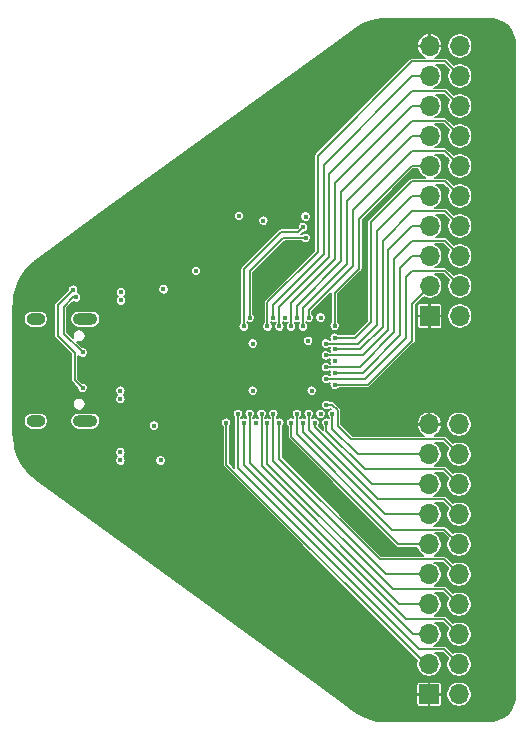
<source format=gbr>
G04 #@! TF.GenerationSoftware,KiCad,Pcbnew,(5.1.6-0-10_14)*
G04 #@! TF.CreationDate,2020-09-25T04:26:35-07:00*
G04 #@! TF.ProjectId,FT2232H_USB-C_to_2x10_1.27_F_RA,46543232-3332-4485-9f55-53422d435f74,rev?*
G04 #@! TF.SameCoordinates,Original*
G04 #@! TF.FileFunction,Copper,L4,Bot*
G04 #@! TF.FilePolarity,Positive*
%FSLAX46Y46*%
G04 Gerber Fmt 4.6, Leading zero omitted, Abs format (unit mm)*
G04 Created by KiCad (PCBNEW (5.1.6-0-10_14)) date 2020-09-25 04:26:35*
%MOMM*%
%LPD*%
G01*
G04 APERTURE LIST*
G04 #@! TA.AperFunction,ComponentPad*
%ADD10C,0.800000*%
G04 #@! TD*
G04 #@! TA.AperFunction,ComponentPad*
%ADD11C,6.400000*%
G04 #@! TD*
G04 #@! TA.AperFunction,ComponentPad*
%ADD12O,1.600000X1.000000*%
G04 #@! TD*
G04 #@! TA.AperFunction,ComponentPad*
%ADD13O,2.100000X1.000000*%
G04 #@! TD*
G04 #@! TA.AperFunction,ComponentPad*
%ADD14O,1.700000X1.700000*%
G04 #@! TD*
G04 #@! TA.AperFunction,ComponentPad*
%ADD15R,1.700000X1.700000*%
G04 #@! TD*
G04 #@! TA.AperFunction,ViaPad*
%ADD16C,0.450000*%
G04 #@! TD*
G04 #@! TA.AperFunction,Conductor*
%ADD17C,0.150000*%
G04 #@! TD*
G04 APERTURE END LIST*
D10*
X161347056Y-77330944D03*
X159650000Y-76628000D03*
X157952944Y-77330944D03*
X157250000Y-79028000D03*
X157952944Y-80725056D03*
X159650000Y-81428000D03*
X161347056Y-80725056D03*
X162050000Y-79028000D03*
D11*
X159650000Y-79028000D03*
D10*
X161347056Y-113330944D03*
X159650000Y-112628000D03*
X157952944Y-113330944D03*
X157250000Y-115028000D03*
X157952944Y-116725056D03*
X159650000Y-117428000D03*
X161347056Y-116725056D03*
X162050000Y-115028000D03*
D11*
X159650000Y-115028000D03*
D12*
X140150000Y-101348000D03*
X140150000Y-92708000D03*
D13*
X144330000Y-92708000D03*
X144330000Y-101348000D03*
D14*
X176034000Y-69582000D03*
X173494000Y-69582000D03*
X176034000Y-72122000D03*
X173494000Y-72122000D03*
X176034000Y-74662000D03*
X173494000Y-74662000D03*
X176034000Y-77202000D03*
X173494000Y-77202000D03*
X176034000Y-79742000D03*
X173494000Y-79742000D03*
X176034000Y-82282000D03*
X173494000Y-82282000D03*
X176034000Y-84822000D03*
X173494000Y-84822000D03*
X176034000Y-87362000D03*
X173494000Y-87362000D03*
X176034000Y-89902000D03*
X173494000Y-89902000D03*
X176034000Y-92442000D03*
D15*
X173494000Y-92442000D03*
D14*
X175984000Y-101614000D03*
X173444000Y-101614000D03*
X175984000Y-104154000D03*
X173444000Y-104154000D03*
X175984000Y-106694000D03*
X173444000Y-106694000D03*
X175984000Y-109234000D03*
X173444000Y-109234000D03*
X175984000Y-111774000D03*
X173444000Y-111774000D03*
X175984000Y-114314000D03*
X173444000Y-114314000D03*
X175984000Y-116854000D03*
X173444000Y-116854000D03*
X175984000Y-119394000D03*
X173444000Y-119394000D03*
X175984000Y-121934000D03*
X173444000Y-121934000D03*
X175984000Y-124474000D03*
D15*
X173444000Y-124474000D03*
D16*
X161750000Y-87328000D03*
X156550000Y-95278000D03*
X150950000Y-98378000D03*
X150950000Y-101378000D03*
X150350000Y-103578000D03*
X150900000Y-94678000D03*
X154950000Y-91828000D03*
X157750000Y-87028000D03*
X157150000Y-86928000D03*
X150350000Y-88678000D03*
X161250000Y-100728000D03*
X156750000Y-103783817D03*
X154100000Y-93278000D03*
X165450000Y-99278000D03*
X164700000Y-93778000D03*
X163750000Y-93328000D03*
X162750000Y-86728000D03*
X156550000Y-99799992D03*
X150000010Y-94828000D03*
X146450000Y-93778000D03*
X146450000Y-100278000D03*
X146200000Y-91878000D03*
X150650006Y-99928000D03*
X150150020Y-98228000D03*
X146200000Y-93078000D03*
X146200000Y-100978000D03*
X151550000Y-88428000D03*
X150700000Y-91678000D03*
X148549996Y-97228000D03*
X156550000Y-98028000D03*
X153700000Y-102878000D03*
X154100000Y-106328000D03*
X158500000Y-98778000D03*
X163500000Y-98778000D03*
X163200000Y-94549998D03*
X158500000Y-94778000D03*
X147300000Y-98778000D03*
X147300000Y-99478000D03*
X147350000Y-91128004D03*
X147350000Y-90428000D03*
X164250000Y-92578000D03*
X153700000Y-88628000D03*
X150950000Y-90178000D03*
X161250000Y-92578000D03*
X165450000Y-96278000D03*
X158750000Y-101478000D03*
X157350000Y-83978000D03*
X164250000Y-100728000D03*
X162983117Y-84028000D03*
X159400004Y-84378000D03*
X147300000Y-103978000D03*
X147300000Y-104678000D03*
X150150000Y-101728000D03*
X150700000Y-104678000D03*
X164750000Y-99978000D03*
X165250000Y-100728000D03*
X164750000Y-101478000D03*
X163750000Y-101478000D03*
X163250000Y-100728002D03*
X162750000Y-101478000D03*
X162250000Y-100728000D03*
X161750000Y-101478000D03*
X160750000Y-101478000D03*
X160250000Y-100728000D03*
X159750000Y-101478000D03*
X159250000Y-100728000D03*
X158250000Y-100728000D03*
X157750000Y-101478000D03*
X157250000Y-100728000D03*
X156250000Y-101478000D03*
X159750000Y-93328000D03*
X160250000Y-92578000D03*
X160750000Y-93328000D03*
X161750000Y-93328000D03*
X162250000Y-92578000D03*
X162750000Y-93328000D03*
X163250000Y-92578000D03*
X165450000Y-93278000D03*
X165450000Y-94278000D03*
X164700000Y-94778000D03*
X165450000Y-95278000D03*
X164700000Y-95778000D03*
X164700000Y-96778000D03*
X165450000Y-97278000D03*
X164700000Y-97778000D03*
X165450000Y-98278000D03*
X158250000Y-92577992D03*
X162983115Y-85828000D03*
X157750000Y-93328000D03*
X162749998Y-84928000D03*
X144100000Y-98527996D03*
X143300000Y-90228000D03*
X144099998Y-95528000D03*
X143550000Y-90878000D03*
D17*
X165250000Y-99978000D02*
X164750000Y-99978000D01*
X175984000Y-104154000D02*
X174708000Y-102878000D01*
X166850000Y-102878000D02*
X165700000Y-101728000D01*
X165700000Y-100428000D02*
X165250000Y-99978000D01*
X165700000Y-101728000D02*
X165700000Y-100428000D01*
X174708000Y-102878000D02*
X166850000Y-102878000D01*
X167426000Y-104154000D02*
X173444000Y-104154000D01*
X165250000Y-101978000D02*
X167426000Y-104154000D01*
X165250000Y-100728000D02*
X165250000Y-101978000D01*
X174718000Y-105428000D02*
X175984000Y-106694000D01*
X168000000Y-105428000D02*
X174718000Y-105428000D01*
X164750000Y-102178000D02*
X168000000Y-105428000D01*
X164750000Y-101478000D02*
X164750000Y-102178000D01*
X168591000Y-106694000D02*
X173444000Y-106694000D01*
X163750000Y-101853000D02*
X168591000Y-106694000D01*
X163750000Y-101478000D02*
X163750000Y-101853000D01*
X174728000Y-107978000D02*
X175984000Y-109234000D01*
X169150000Y-107978000D02*
X174728000Y-107978000D01*
X163250000Y-102078000D02*
X169150000Y-107978000D01*
X163250000Y-100728002D02*
X163250000Y-102078000D01*
X169706000Y-109234000D02*
X173444000Y-109234000D01*
X162750000Y-102278000D02*
X169706000Y-109234000D01*
X162750000Y-101478000D02*
X162750000Y-102278000D01*
X170300000Y-110528000D02*
X174738000Y-110528000D01*
X174738000Y-110528000D02*
X175984000Y-111774000D01*
X162250000Y-102478000D02*
X170300000Y-110528000D01*
X162250000Y-100728000D02*
X162250000Y-102478000D01*
X170846000Y-111774000D02*
X173444000Y-111774000D01*
X161750000Y-102678000D02*
X170846000Y-111774000D01*
X161750000Y-101478000D02*
X161750000Y-102678000D01*
X174698000Y-113028000D02*
X175984000Y-114314000D01*
X169250000Y-113028000D02*
X174698000Y-113028000D01*
X160750000Y-104528000D02*
X169250000Y-113028000D01*
X160750000Y-101478000D02*
X160750000Y-104528000D01*
X169811000Y-114314000D02*
X173444000Y-114314000D01*
X160250000Y-104753000D02*
X169811000Y-114314000D01*
X160250000Y-100728000D02*
X160250000Y-104753000D01*
X174708000Y-115578000D02*
X175984000Y-116854000D01*
X170350000Y-115578000D02*
X174708000Y-115578000D01*
X159750000Y-104978000D02*
X170350000Y-115578000D01*
X159750000Y-101478000D02*
X159750000Y-104978000D01*
X170926000Y-116854000D02*
X173444000Y-116854000D01*
X159250000Y-105178000D02*
X170926000Y-116854000D01*
X159250000Y-100728000D02*
X159250000Y-105178000D01*
X174718000Y-118128000D02*
X175984000Y-119394000D01*
X158250000Y-104878000D02*
X171500000Y-118128000D01*
X171500000Y-118128000D02*
X174718000Y-118128000D01*
X158250000Y-100728000D02*
X158250000Y-104878000D01*
X172041000Y-119394000D02*
X173444000Y-119394000D01*
X157750000Y-105103000D02*
X172041000Y-119394000D01*
X157750000Y-101478000D02*
X157750000Y-105103000D01*
X157250000Y-105303000D02*
X172625000Y-120678000D01*
X174728000Y-120678000D02*
X175984000Y-121934000D01*
X172625000Y-120678000D02*
X174728000Y-120678000D01*
X157250000Y-100728000D02*
X157250000Y-105303000D01*
X173156000Y-121934000D02*
X173444000Y-121934000D01*
X156250000Y-105028000D02*
X173156000Y-121934000D01*
X156250000Y-101478000D02*
X156250000Y-105028000D01*
X164000000Y-78878000D02*
X172000000Y-70878000D01*
X159750000Y-91278000D02*
X164000000Y-87028000D01*
X172000000Y-70878000D02*
X174790000Y-70878000D01*
X164000000Y-87028000D02*
X164000000Y-78878000D01*
X174790000Y-70878000D02*
X176034000Y-72122000D01*
X159750000Y-93328000D02*
X159750000Y-91278000D01*
X172006000Y-72122000D02*
X173494000Y-72122000D01*
X164500000Y-79628000D02*
X172006000Y-72122000D01*
X164500000Y-87228000D02*
X164500000Y-79628000D01*
X160250000Y-91478000D02*
X164500000Y-87228000D01*
X160250000Y-92578000D02*
X160250000Y-91478000D01*
X174800000Y-73428000D02*
X176034000Y-74662000D01*
X165000000Y-80428000D02*
X172000000Y-73428000D01*
X165000000Y-87428000D02*
X165000000Y-80428000D01*
X160750000Y-93328000D02*
X160750000Y-91678000D01*
X160750000Y-91678000D02*
X165000000Y-87428000D01*
X172000000Y-73428000D02*
X174800000Y-73428000D01*
X165500000Y-81178000D02*
X172016000Y-74662000D01*
X172016000Y-74662000D02*
X173494000Y-74662000D01*
X165500000Y-87628000D02*
X165500000Y-81178000D01*
X161750000Y-91378000D02*
X165500000Y-87628000D01*
X161750000Y-93328000D02*
X161750000Y-91378000D01*
X174760000Y-75928000D02*
X176034000Y-77202000D01*
X166000000Y-81928000D02*
X172000000Y-75928000D01*
X166000000Y-87828000D02*
X166000000Y-81928000D01*
X162250000Y-92578000D02*
X162250000Y-91578000D01*
X172000000Y-75928000D02*
X174760000Y-75928000D01*
X162250000Y-91578000D02*
X166000000Y-87828000D01*
X166500000Y-82728000D02*
X172026000Y-77202000D01*
X166500000Y-88028000D02*
X166500000Y-82728000D01*
X162750000Y-91778000D02*
X166500000Y-88028000D01*
X172026000Y-77202000D02*
X173494000Y-77202000D01*
X162750000Y-93328000D02*
X162750000Y-91778000D01*
X174770000Y-78478000D02*
X176034000Y-79742000D01*
X172000000Y-78478000D02*
X174770000Y-78478000D01*
X167000000Y-83478000D02*
X172000000Y-78478000D01*
X167000000Y-88228000D02*
X167000000Y-83478000D01*
X163250000Y-91978000D02*
X167000000Y-88228000D01*
X163250000Y-92578000D02*
X163250000Y-91978000D01*
X167500000Y-88428000D02*
X167500000Y-84228000D01*
X167500000Y-84228000D02*
X171986000Y-79742000D01*
X165450000Y-90478000D02*
X167500000Y-88428000D01*
X171986000Y-79742000D02*
X173494000Y-79742000D01*
X165450000Y-93278000D02*
X165450000Y-90478000D01*
X174780000Y-81028000D02*
X176034000Y-82282000D01*
X167200000Y-94278000D02*
X168500000Y-92978000D01*
X172000000Y-81028000D02*
X174780000Y-81028000D01*
X168500000Y-92978000D02*
X168500000Y-84528000D01*
X168500000Y-84528000D02*
X172000000Y-81028000D01*
X165450000Y-94278000D02*
X167200000Y-94278000D01*
X169000000Y-85278000D02*
X171996000Y-82282000D01*
X169000000Y-93178000D02*
X169000000Y-85278000D01*
X171996000Y-82282000D02*
X173494000Y-82282000D01*
X167400000Y-94778000D02*
X169000000Y-93178000D01*
X164700000Y-94778000D02*
X167400000Y-94778000D01*
X169500000Y-86078000D02*
X172000000Y-83578000D01*
X169500000Y-93378000D02*
X169500000Y-86078000D01*
X167600000Y-95278000D02*
X169500000Y-93378000D01*
X174790000Y-83578000D02*
X176034000Y-84822000D01*
X172000000Y-83578000D02*
X174790000Y-83578000D01*
X165450000Y-95278000D02*
X167600000Y-95278000D01*
X172006000Y-84822000D02*
X173494000Y-84822000D01*
X167825000Y-95778000D02*
X170000000Y-93603000D01*
X170000000Y-86828000D02*
X172006000Y-84822000D01*
X170000000Y-93603000D02*
X170000000Y-86828000D01*
X164700000Y-95778000D02*
X167825000Y-95778000D01*
X170500000Y-93828000D02*
X170500000Y-87578000D01*
X172000000Y-86078000D02*
X174750000Y-86078000D01*
X174750000Y-86078000D02*
X176034000Y-87362000D01*
X170500000Y-87578000D02*
X172000000Y-86078000D01*
X167550000Y-96778000D02*
X170500000Y-93828000D01*
X164700000Y-96778000D02*
X167550000Y-96778000D01*
X171000000Y-94078000D02*
X171000000Y-88378000D01*
X172016000Y-87362000D02*
X173494000Y-87362000D01*
X171000000Y-88378000D02*
X172016000Y-87362000D01*
X167800000Y-97278000D02*
X171000000Y-94078000D01*
X165450000Y-97278000D02*
X167800000Y-97278000D01*
X174760000Y-88628000D02*
X176034000Y-89902000D01*
X172000000Y-88628000D02*
X174760000Y-88628000D01*
X171500000Y-89128000D02*
X172000000Y-88628000D01*
X171500000Y-94278000D02*
X171500000Y-89128000D01*
X168000000Y-97778000D02*
X171500000Y-94278000D01*
X164700000Y-97778000D02*
X168000000Y-97778000D01*
X172000000Y-91396000D02*
X173494000Y-89902000D01*
X172000000Y-94528000D02*
X172000000Y-91396000D01*
X168250000Y-98278000D02*
X172000000Y-94528000D01*
X165450000Y-98278000D02*
X168250000Y-98278000D01*
X158250000Y-92577992D02*
X158250000Y-88678000D01*
X158250000Y-88678000D02*
X161100000Y-85828000D01*
X161100000Y-85828000D02*
X162983115Y-85828000D01*
X162349998Y-85328000D02*
X162749998Y-84928000D01*
X160900000Y-85328000D02*
X162349998Y-85328000D01*
X157750000Y-88478000D02*
X160900000Y-85328000D01*
X157750000Y-93328000D02*
X157750000Y-88478000D01*
X143450000Y-97877996D02*
X144100000Y-98527996D01*
X143450000Y-95578000D02*
X143450000Y-97877996D01*
X142000000Y-91528000D02*
X143300000Y-90228000D01*
X142000000Y-94128000D02*
X142000000Y-91528000D01*
X142000000Y-94128000D02*
X143450000Y-95578000D01*
X143300000Y-90878000D02*
X143550000Y-90878000D01*
X142500000Y-91678000D02*
X143300000Y-90878000D01*
X142500000Y-93928002D02*
X142500000Y-91678000D01*
X144099998Y-95528000D02*
X142500000Y-93928002D01*
G36*
X178936794Y-67322027D02*
G01*
X179356953Y-67448881D01*
X179744470Y-67654927D01*
X180084585Y-67932319D01*
X180364341Y-68270486D01*
X180573086Y-68656552D01*
X180702871Y-69075820D01*
X180749985Y-69524084D01*
X180750000Y-69528302D01*
X180750001Y-124515761D01*
X180705973Y-124964795D01*
X180579120Y-125384951D01*
X180373073Y-125772470D01*
X180095684Y-126112582D01*
X179757514Y-126392341D01*
X179371448Y-126601086D01*
X178952180Y-126730871D01*
X178503916Y-126777985D01*
X178499698Y-126778000D01*
X169911130Y-126778000D01*
X169059022Y-126701951D01*
X168244630Y-126479159D01*
X167477803Y-126113401D01*
X167103270Y-125867378D01*
X166355605Y-125324000D01*
X172367911Y-125324000D01*
X172372255Y-125368108D01*
X172385121Y-125410521D01*
X172406014Y-125449608D01*
X172434131Y-125483869D01*
X172468392Y-125511986D01*
X172507479Y-125532879D01*
X172549892Y-125545745D01*
X172594000Y-125550089D01*
X173362750Y-125549000D01*
X173419000Y-125492750D01*
X173419000Y-124499000D01*
X173469000Y-124499000D01*
X173469000Y-125492750D01*
X173525250Y-125549000D01*
X174294000Y-125550089D01*
X174338108Y-125545745D01*
X174380521Y-125532879D01*
X174419608Y-125511986D01*
X174453869Y-125483869D01*
X174481986Y-125449608D01*
X174502879Y-125410521D01*
X174515745Y-125368108D01*
X174520089Y-125324000D01*
X174519000Y-124555250D01*
X174462750Y-124499000D01*
X173469000Y-124499000D01*
X173419000Y-124499000D01*
X172425250Y-124499000D01*
X172369000Y-124555250D01*
X172367911Y-125324000D01*
X166355605Y-125324000D01*
X164016475Y-123624000D01*
X172367911Y-123624000D01*
X172369000Y-124392750D01*
X172425250Y-124449000D01*
X173419000Y-124449000D01*
X173419000Y-123455250D01*
X173469000Y-123455250D01*
X173469000Y-124449000D01*
X174462750Y-124449000D01*
X174519000Y-124392750D01*
X174519034Y-124368122D01*
X174909000Y-124368122D01*
X174909000Y-124579878D01*
X174950312Y-124787566D01*
X175031348Y-124983203D01*
X175148993Y-125159272D01*
X175298728Y-125309007D01*
X175474797Y-125426652D01*
X175670434Y-125507688D01*
X175878122Y-125549000D01*
X176089878Y-125549000D01*
X176297566Y-125507688D01*
X176493203Y-125426652D01*
X176669272Y-125309007D01*
X176819007Y-125159272D01*
X176936652Y-124983203D01*
X177017688Y-124787566D01*
X177059000Y-124579878D01*
X177059000Y-124368122D01*
X177017688Y-124160434D01*
X176936652Y-123964797D01*
X176819007Y-123788728D01*
X176669272Y-123638993D01*
X176493203Y-123521348D01*
X176297566Y-123440312D01*
X176089878Y-123399000D01*
X175878122Y-123399000D01*
X175670434Y-123440312D01*
X175474797Y-123521348D01*
X175298728Y-123638993D01*
X175148993Y-123788728D01*
X175031348Y-123964797D01*
X174950312Y-124160434D01*
X174909000Y-124368122D01*
X174519034Y-124368122D01*
X174520089Y-123624000D01*
X174515745Y-123579892D01*
X174502879Y-123537479D01*
X174481986Y-123498392D01*
X174453869Y-123464131D01*
X174419608Y-123436014D01*
X174380521Y-123415121D01*
X174338108Y-123402255D01*
X174294000Y-123397911D01*
X173525250Y-123399000D01*
X173469000Y-123455250D01*
X173419000Y-123455250D01*
X173362750Y-123399000D01*
X172594000Y-123397911D01*
X172549892Y-123402255D01*
X172507479Y-123415121D01*
X172468392Y-123436014D01*
X172434131Y-123464131D01*
X172406014Y-123498392D01*
X172385121Y-123537479D01*
X172372255Y-123579892D01*
X172367911Y-123624000D01*
X164016475Y-123624000D01*
X140217047Y-106327391D01*
X139572358Y-105764993D01*
X139044450Y-105106057D01*
X138641577Y-104364057D01*
X138499243Y-103933679D01*
X146850000Y-103933679D01*
X146850000Y-104022321D01*
X146867294Y-104109260D01*
X146901215Y-104191155D01*
X146950462Y-104264858D01*
X147013142Y-104327538D01*
X147013833Y-104328000D01*
X147013142Y-104328462D01*
X146950462Y-104391142D01*
X146901215Y-104464845D01*
X146867294Y-104546740D01*
X146850000Y-104633679D01*
X146850000Y-104722321D01*
X146867294Y-104809260D01*
X146901215Y-104891155D01*
X146950462Y-104964858D01*
X147013142Y-105027538D01*
X147086845Y-105076785D01*
X147168740Y-105110706D01*
X147255679Y-105128000D01*
X147344321Y-105128000D01*
X147431260Y-105110706D01*
X147513155Y-105076785D01*
X147586858Y-105027538D01*
X147649538Y-104964858D01*
X147698785Y-104891155D01*
X147732706Y-104809260D01*
X147750000Y-104722321D01*
X147750000Y-104633679D01*
X150250000Y-104633679D01*
X150250000Y-104722321D01*
X150267294Y-104809260D01*
X150301215Y-104891155D01*
X150350462Y-104964858D01*
X150413142Y-105027538D01*
X150486845Y-105076785D01*
X150568740Y-105110706D01*
X150655679Y-105128000D01*
X150744321Y-105128000D01*
X150831260Y-105110706D01*
X150913155Y-105076785D01*
X150986858Y-105027538D01*
X151049538Y-104964858D01*
X151098785Y-104891155D01*
X151132706Y-104809260D01*
X151150000Y-104722321D01*
X151150000Y-104633679D01*
X151132706Y-104546740D01*
X151098785Y-104464845D01*
X151049538Y-104391142D01*
X150986858Y-104328462D01*
X150913155Y-104279215D01*
X150831260Y-104245294D01*
X150744321Y-104228000D01*
X150655679Y-104228000D01*
X150568740Y-104245294D01*
X150486845Y-104279215D01*
X150413142Y-104328462D01*
X150350462Y-104391142D01*
X150301215Y-104464845D01*
X150267294Y-104546740D01*
X150250000Y-104633679D01*
X147750000Y-104633679D01*
X147732706Y-104546740D01*
X147698785Y-104464845D01*
X147649538Y-104391142D01*
X147586858Y-104328462D01*
X147586167Y-104328000D01*
X147586858Y-104327538D01*
X147649538Y-104264858D01*
X147698785Y-104191155D01*
X147732706Y-104109260D01*
X147750000Y-104022321D01*
X147750000Y-103933679D01*
X147732706Y-103846740D01*
X147698785Y-103764845D01*
X147649538Y-103691142D01*
X147586858Y-103628462D01*
X147513155Y-103579215D01*
X147431260Y-103545294D01*
X147344321Y-103528000D01*
X147255679Y-103528000D01*
X147168740Y-103545294D01*
X147086845Y-103579215D01*
X147013142Y-103628462D01*
X146950462Y-103691142D01*
X146901215Y-103764845D01*
X146867294Y-103846740D01*
X146850000Y-103933679D01*
X138499243Y-103933679D01*
X138376468Y-103562443D01*
X138256389Y-102718721D01*
X138250000Y-102474740D01*
X138250000Y-101348000D01*
X139121493Y-101348000D01*
X139135491Y-101490125D01*
X139176947Y-101626788D01*
X139244269Y-101752737D01*
X139334868Y-101863132D01*
X139445263Y-101953731D01*
X139571212Y-102021053D01*
X139707875Y-102062509D01*
X139814393Y-102073000D01*
X140485607Y-102073000D01*
X140592125Y-102062509D01*
X140728788Y-102021053D01*
X140854737Y-101953731D01*
X140965132Y-101863132D01*
X141055731Y-101752737D01*
X141123053Y-101626788D01*
X141164509Y-101490125D01*
X141178507Y-101348000D01*
X143051493Y-101348000D01*
X143065491Y-101490125D01*
X143106947Y-101626788D01*
X143174269Y-101752737D01*
X143264868Y-101863132D01*
X143375263Y-101953731D01*
X143501212Y-102021053D01*
X143637875Y-102062509D01*
X143744393Y-102073000D01*
X144915607Y-102073000D01*
X145022125Y-102062509D01*
X145158788Y-102021053D01*
X145284737Y-101953731D01*
X145395132Y-101863132D01*
X145485731Y-101752737D01*
X145522643Y-101683679D01*
X149700000Y-101683679D01*
X149700000Y-101772321D01*
X149717294Y-101859260D01*
X149751215Y-101941155D01*
X149800462Y-102014858D01*
X149863142Y-102077538D01*
X149936845Y-102126785D01*
X150018740Y-102160706D01*
X150105679Y-102178000D01*
X150194321Y-102178000D01*
X150281260Y-102160706D01*
X150363155Y-102126785D01*
X150436858Y-102077538D01*
X150499538Y-102014858D01*
X150548785Y-101941155D01*
X150582706Y-101859260D01*
X150600000Y-101772321D01*
X150600000Y-101683679D01*
X150582706Y-101596740D01*
X150548785Y-101514845D01*
X150499538Y-101441142D01*
X150492075Y-101433679D01*
X155800000Y-101433679D01*
X155800000Y-101522321D01*
X155817294Y-101609260D01*
X155851215Y-101691155D01*
X155900462Y-101764858D01*
X155950000Y-101814396D01*
X155950001Y-105013267D01*
X155948550Y-105028000D01*
X155954342Y-105086810D01*
X155971497Y-105143360D01*
X155999353Y-105195477D01*
X156026865Y-105229000D01*
X156036843Y-105241158D01*
X156048286Y-105250549D01*
X172412614Y-121614878D01*
X172410312Y-121620434D01*
X172369000Y-121828122D01*
X172369000Y-122039878D01*
X172410312Y-122247566D01*
X172491348Y-122443203D01*
X172608993Y-122619272D01*
X172758728Y-122769007D01*
X172934797Y-122886652D01*
X173130434Y-122967688D01*
X173338122Y-123009000D01*
X173549878Y-123009000D01*
X173757566Y-122967688D01*
X173953203Y-122886652D01*
X174129272Y-122769007D01*
X174279007Y-122619272D01*
X174396652Y-122443203D01*
X174477688Y-122247566D01*
X174519000Y-122039878D01*
X174519000Y-121828122D01*
X174477688Y-121620434D01*
X174396652Y-121424797D01*
X174279007Y-121248728D01*
X174129272Y-121098993D01*
X173953203Y-120981348D01*
X173945120Y-120978000D01*
X174603737Y-120978000D01*
X175039033Y-121413296D01*
X175031348Y-121424797D01*
X174950312Y-121620434D01*
X174909000Y-121828122D01*
X174909000Y-122039878D01*
X174950312Y-122247566D01*
X175031348Y-122443203D01*
X175148993Y-122619272D01*
X175298728Y-122769007D01*
X175474797Y-122886652D01*
X175670434Y-122967688D01*
X175878122Y-123009000D01*
X176089878Y-123009000D01*
X176297566Y-122967688D01*
X176493203Y-122886652D01*
X176669272Y-122769007D01*
X176819007Y-122619272D01*
X176936652Y-122443203D01*
X177017688Y-122247566D01*
X177059000Y-122039878D01*
X177059000Y-121828122D01*
X177017688Y-121620434D01*
X176936652Y-121424797D01*
X176819007Y-121248728D01*
X176669272Y-121098993D01*
X176493203Y-120981348D01*
X176297566Y-120900312D01*
X176089878Y-120859000D01*
X175878122Y-120859000D01*
X175670434Y-120900312D01*
X175474797Y-120981348D01*
X175463296Y-120989033D01*
X174950553Y-120476290D01*
X174941158Y-120464842D01*
X174895477Y-120427353D01*
X174843360Y-120399496D01*
X174786810Y-120382341D01*
X174742733Y-120378000D01*
X174742723Y-120378000D01*
X174728000Y-120376550D01*
X174713277Y-120378000D01*
X173877523Y-120378000D01*
X173953203Y-120346652D01*
X174129272Y-120229007D01*
X174279007Y-120079272D01*
X174396652Y-119903203D01*
X174477688Y-119707566D01*
X174519000Y-119499878D01*
X174519000Y-119288122D01*
X174477688Y-119080434D01*
X174396652Y-118884797D01*
X174279007Y-118708728D01*
X174129272Y-118558993D01*
X173953203Y-118441348D01*
X173920978Y-118428000D01*
X174593737Y-118428000D01*
X175039033Y-118873296D01*
X175031348Y-118884797D01*
X174950312Y-119080434D01*
X174909000Y-119288122D01*
X174909000Y-119499878D01*
X174950312Y-119707566D01*
X175031348Y-119903203D01*
X175148993Y-120079272D01*
X175298728Y-120229007D01*
X175474797Y-120346652D01*
X175670434Y-120427688D01*
X175878122Y-120469000D01*
X176089878Y-120469000D01*
X176297566Y-120427688D01*
X176493203Y-120346652D01*
X176669272Y-120229007D01*
X176819007Y-120079272D01*
X176936652Y-119903203D01*
X177017688Y-119707566D01*
X177059000Y-119499878D01*
X177059000Y-119288122D01*
X177017688Y-119080434D01*
X176936652Y-118884797D01*
X176819007Y-118708728D01*
X176669272Y-118558993D01*
X176493203Y-118441348D01*
X176297566Y-118360312D01*
X176089878Y-118319000D01*
X175878122Y-118319000D01*
X175670434Y-118360312D01*
X175474797Y-118441348D01*
X175463296Y-118449033D01*
X174940553Y-117926290D01*
X174931158Y-117914842D01*
X174885477Y-117877353D01*
X174833360Y-117849496D01*
X174776810Y-117832341D01*
X174732733Y-117828000D01*
X174732723Y-117828000D01*
X174718000Y-117826550D01*
X174703277Y-117828000D01*
X173901665Y-117828000D01*
X173953203Y-117806652D01*
X174129272Y-117689007D01*
X174279007Y-117539272D01*
X174396652Y-117363203D01*
X174477688Y-117167566D01*
X174519000Y-116959878D01*
X174519000Y-116748122D01*
X174477688Y-116540434D01*
X174396652Y-116344797D01*
X174279007Y-116168728D01*
X174129272Y-116018993D01*
X173953203Y-115901348D01*
X173896836Y-115878000D01*
X174583737Y-115878000D01*
X175039033Y-116333296D01*
X175031348Y-116344797D01*
X174950312Y-116540434D01*
X174909000Y-116748122D01*
X174909000Y-116959878D01*
X174950312Y-117167566D01*
X175031348Y-117363203D01*
X175148993Y-117539272D01*
X175298728Y-117689007D01*
X175474797Y-117806652D01*
X175670434Y-117887688D01*
X175878122Y-117929000D01*
X176089878Y-117929000D01*
X176297566Y-117887688D01*
X176493203Y-117806652D01*
X176669272Y-117689007D01*
X176819007Y-117539272D01*
X176936652Y-117363203D01*
X177017688Y-117167566D01*
X177059000Y-116959878D01*
X177059000Y-116748122D01*
X177017688Y-116540434D01*
X176936652Y-116344797D01*
X176819007Y-116168728D01*
X176669272Y-116018993D01*
X176493203Y-115901348D01*
X176297566Y-115820312D01*
X176089878Y-115779000D01*
X175878122Y-115779000D01*
X175670434Y-115820312D01*
X175474797Y-115901348D01*
X175463296Y-115909033D01*
X174930553Y-115376290D01*
X174921158Y-115364842D01*
X174875477Y-115327353D01*
X174823360Y-115299496D01*
X174766810Y-115282341D01*
X174722733Y-115278000D01*
X174722723Y-115278000D01*
X174708000Y-115276550D01*
X174693277Y-115278000D01*
X173925807Y-115278000D01*
X173953203Y-115266652D01*
X174129272Y-115149007D01*
X174279007Y-114999272D01*
X174396652Y-114823203D01*
X174477688Y-114627566D01*
X174519000Y-114419878D01*
X174519000Y-114208122D01*
X174477688Y-114000434D01*
X174396652Y-113804797D01*
X174279007Y-113628728D01*
X174129272Y-113478993D01*
X173953203Y-113361348D01*
X173872694Y-113328000D01*
X174573737Y-113328000D01*
X175039033Y-113793296D01*
X175031348Y-113804797D01*
X174950312Y-114000434D01*
X174909000Y-114208122D01*
X174909000Y-114419878D01*
X174950312Y-114627566D01*
X175031348Y-114823203D01*
X175148993Y-114999272D01*
X175298728Y-115149007D01*
X175474797Y-115266652D01*
X175670434Y-115347688D01*
X175878122Y-115389000D01*
X176089878Y-115389000D01*
X176297566Y-115347688D01*
X176493203Y-115266652D01*
X176669272Y-115149007D01*
X176819007Y-114999272D01*
X176936652Y-114823203D01*
X177017688Y-114627566D01*
X177059000Y-114419878D01*
X177059000Y-114208122D01*
X177017688Y-114000434D01*
X176936652Y-113804797D01*
X176819007Y-113628728D01*
X176669272Y-113478993D01*
X176493203Y-113361348D01*
X176297566Y-113280312D01*
X176089878Y-113239000D01*
X175878122Y-113239000D01*
X175670434Y-113280312D01*
X175474797Y-113361348D01*
X175463296Y-113369033D01*
X174920553Y-112826290D01*
X174911158Y-112814842D01*
X174865477Y-112777353D01*
X174813360Y-112749496D01*
X174756810Y-112732341D01*
X174712733Y-112728000D01*
X174712723Y-112728000D01*
X174698000Y-112726550D01*
X174683277Y-112728000D01*
X173949949Y-112728000D01*
X173953203Y-112726652D01*
X174129272Y-112609007D01*
X174279007Y-112459272D01*
X174396652Y-112283203D01*
X174477688Y-112087566D01*
X174519000Y-111879878D01*
X174519000Y-111668122D01*
X174477688Y-111460434D01*
X174396652Y-111264797D01*
X174279007Y-111088728D01*
X174129272Y-110938993D01*
X173963158Y-110828000D01*
X174613737Y-110828000D01*
X175039033Y-111253296D01*
X175031348Y-111264797D01*
X174950312Y-111460434D01*
X174909000Y-111668122D01*
X174909000Y-111879878D01*
X174950312Y-112087566D01*
X175031348Y-112283203D01*
X175148993Y-112459272D01*
X175298728Y-112609007D01*
X175474797Y-112726652D01*
X175670434Y-112807688D01*
X175878122Y-112849000D01*
X176089878Y-112849000D01*
X176297566Y-112807688D01*
X176493203Y-112726652D01*
X176669272Y-112609007D01*
X176819007Y-112459272D01*
X176936652Y-112283203D01*
X177017688Y-112087566D01*
X177059000Y-111879878D01*
X177059000Y-111668122D01*
X177017688Y-111460434D01*
X176936652Y-111264797D01*
X176819007Y-111088728D01*
X176669272Y-110938993D01*
X176493203Y-110821348D01*
X176297566Y-110740312D01*
X176089878Y-110699000D01*
X175878122Y-110699000D01*
X175670434Y-110740312D01*
X175474797Y-110821348D01*
X175463296Y-110829033D01*
X174960553Y-110326290D01*
X174951158Y-110314842D01*
X174905477Y-110277353D01*
X174853360Y-110249496D01*
X174796810Y-110232341D01*
X174752733Y-110228000D01*
X174752723Y-110228000D01*
X174738000Y-110226550D01*
X174723277Y-110228000D01*
X173853381Y-110228000D01*
X173953203Y-110186652D01*
X174129272Y-110069007D01*
X174279007Y-109919272D01*
X174396652Y-109743203D01*
X174477688Y-109547566D01*
X174519000Y-109339878D01*
X174519000Y-109128122D01*
X174477688Y-108920434D01*
X174396652Y-108724797D01*
X174279007Y-108548728D01*
X174129272Y-108398993D01*
X173953203Y-108281348D01*
X173945120Y-108278000D01*
X174603737Y-108278000D01*
X175039033Y-108713296D01*
X175031348Y-108724797D01*
X174950312Y-108920434D01*
X174909000Y-109128122D01*
X174909000Y-109339878D01*
X174950312Y-109547566D01*
X175031348Y-109743203D01*
X175148993Y-109919272D01*
X175298728Y-110069007D01*
X175474797Y-110186652D01*
X175670434Y-110267688D01*
X175878122Y-110309000D01*
X176089878Y-110309000D01*
X176297566Y-110267688D01*
X176493203Y-110186652D01*
X176669272Y-110069007D01*
X176819007Y-109919272D01*
X176936652Y-109743203D01*
X177017688Y-109547566D01*
X177059000Y-109339878D01*
X177059000Y-109128122D01*
X177017688Y-108920434D01*
X176936652Y-108724797D01*
X176819007Y-108548728D01*
X176669272Y-108398993D01*
X176493203Y-108281348D01*
X176297566Y-108200312D01*
X176089878Y-108159000D01*
X175878122Y-108159000D01*
X175670434Y-108200312D01*
X175474797Y-108281348D01*
X175463296Y-108289033D01*
X174950553Y-107776290D01*
X174941158Y-107764842D01*
X174895477Y-107727353D01*
X174843360Y-107699496D01*
X174786810Y-107682341D01*
X174742733Y-107678000D01*
X174742723Y-107678000D01*
X174728000Y-107676550D01*
X174713277Y-107678000D01*
X173877523Y-107678000D01*
X173953203Y-107646652D01*
X174129272Y-107529007D01*
X174279007Y-107379272D01*
X174396652Y-107203203D01*
X174477688Y-107007566D01*
X174519000Y-106799878D01*
X174519000Y-106588122D01*
X174477688Y-106380434D01*
X174396652Y-106184797D01*
X174279007Y-106008728D01*
X174129272Y-105858993D01*
X173953203Y-105741348D01*
X173920978Y-105728000D01*
X174593737Y-105728000D01*
X175039033Y-106173296D01*
X175031348Y-106184797D01*
X174950312Y-106380434D01*
X174909000Y-106588122D01*
X174909000Y-106799878D01*
X174950312Y-107007566D01*
X175031348Y-107203203D01*
X175148993Y-107379272D01*
X175298728Y-107529007D01*
X175474797Y-107646652D01*
X175670434Y-107727688D01*
X175878122Y-107769000D01*
X176089878Y-107769000D01*
X176297566Y-107727688D01*
X176493203Y-107646652D01*
X176669272Y-107529007D01*
X176819007Y-107379272D01*
X176936652Y-107203203D01*
X177017688Y-107007566D01*
X177059000Y-106799878D01*
X177059000Y-106588122D01*
X177017688Y-106380434D01*
X176936652Y-106184797D01*
X176819007Y-106008728D01*
X176669272Y-105858993D01*
X176493203Y-105741348D01*
X176297566Y-105660312D01*
X176089878Y-105619000D01*
X175878122Y-105619000D01*
X175670434Y-105660312D01*
X175474797Y-105741348D01*
X175463296Y-105749033D01*
X174940553Y-105226290D01*
X174931158Y-105214842D01*
X174885477Y-105177353D01*
X174833360Y-105149496D01*
X174776810Y-105132341D01*
X174732733Y-105128000D01*
X174732723Y-105128000D01*
X174718000Y-105126550D01*
X174703277Y-105128000D01*
X173901665Y-105128000D01*
X173953203Y-105106652D01*
X174129272Y-104989007D01*
X174279007Y-104839272D01*
X174396652Y-104663203D01*
X174477688Y-104467566D01*
X174519000Y-104259878D01*
X174519000Y-104048122D01*
X174477688Y-103840434D01*
X174396652Y-103644797D01*
X174279007Y-103468728D01*
X174129272Y-103318993D01*
X173953203Y-103201348D01*
X173896836Y-103178000D01*
X174583737Y-103178000D01*
X175039033Y-103633296D01*
X175031348Y-103644797D01*
X174950312Y-103840434D01*
X174909000Y-104048122D01*
X174909000Y-104259878D01*
X174950312Y-104467566D01*
X175031348Y-104663203D01*
X175148993Y-104839272D01*
X175298728Y-104989007D01*
X175474797Y-105106652D01*
X175670434Y-105187688D01*
X175878122Y-105229000D01*
X176089878Y-105229000D01*
X176297566Y-105187688D01*
X176493203Y-105106652D01*
X176669272Y-104989007D01*
X176819007Y-104839272D01*
X176936652Y-104663203D01*
X177017688Y-104467566D01*
X177059000Y-104259878D01*
X177059000Y-104048122D01*
X177017688Y-103840434D01*
X176936652Y-103644797D01*
X176819007Y-103468728D01*
X176669272Y-103318993D01*
X176493203Y-103201348D01*
X176297566Y-103120312D01*
X176089878Y-103079000D01*
X175878122Y-103079000D01*
X175670434Y-103120312D01*
X175474797Y-103201348D01*
X175463296Y-103209033D01*
X174930553Y-102676290D01*
X174921158Y-102664842D01*
X174875477Y-102627353D01*
X174823360Y-102599496D01*
X174766810Y-102582341D01*
X174722733Y-102578000D01*
X174722723Y-102578000D01*
X174708000Y-102576550D01*
X174693277Y-102578000D01*
X173908741Y-102578000D01*
X174026851Y-102517280D01*
X174191873Y-102386215D01*
X174328155Y-102225474D01*
X174430459Y-102041235D01*
X174494854Y-101840577D01*
X174501567Y-101806814D01*
X174462443Y-101639000D01*
X173469000Y-101639000D01*
X173469000Y-101659000D01*
X173419000Y-101659000D01*
X173419000Y-101639000D01*
X172425557Y-101639000D01*
X172386433Y-101806814D01*
X172393146Y-101840577D01*
X172457541Y-102041235D01*
X172559845Y-102225474D01*
X172696127Y-102386215D01*
X172861149Y-102517280D01*
X172979259Y-102578000D01*
X166974264Y-102578000D01*
X166000000Y-101603737D01*
X166000000Y-101421186D01*
X172386433Y-101421186D01*
X172425557Y-101589000D01*
X173419000Y-101589000D01*
X173419000Y-100595539D01*
X173469000Y-100595539D01*
X173469000Y-101589000D01*
X174462443Y-101589000D01*
X174481298Y-101508122D01*
X174909000Y-101508122D01*
X174909000Y-101719878D01*
X174950312Y-101927566D01*
X175031348Y-102123203D01*
X175148993Y-102299272D01*
X175298728Y-102449007D01*
X175474797Y-102566652D01*
X175670434Y-102647688D01*
X175878122Y-102689000D01*
X176089878Y-102689000D01*
X176297566Y-102647688D01*
X176493203Y-102566652D01*
X176669272Y-102449007D01*
X176819007Y-102299272D01*
X176936652Y-102123203D01*
X177017688Y-101927566D01*
X177059000Y-101719878D01*
X177059000Y-101508122D01*
X177017688Y-101300434D01*
X176936652Y-101104797D01*
X176819007Y-100928728D01*
X176669272Y-100778993D01*
X176493203Y-100661348D01*
X176297566Y-100580312D01*
X176089878Y-100539000D01*
X175878122Y-100539000D01*
X175670434Y-100580312D01*
X175474797Y-100661348D01*
X175298728Y-100778993D01*
X175148993Y-100928728D01*
X175031348Y-101104797D01*
X174950312Y-101300434D01*
X174909000Y-101508122D01*
X174481298Y-101508122D01*
X174501567Y-101421186D01*
X174494854Y-101387423D01*
X174430459Y-101186765D01*
X174328155Y-101002526D01*
X174191873Y-100841785D01*
X174026851Y-100710720D01*
X173839431Y-100614368D01*
X173636814Y-100556431D01*
X173469000Y-100595539D01*
X173419000Y-100595539D01*
X173251186Y-100556431D01*
X173048569Y-100614368D01*
X172861149Y-100710720D01*
X172696127Y-100841785D01*
X172559845Y-101002526D01*
X172457541Y-101186765D01*
X172393146Y-101387423D01*
X172386433Y-101421186D01*
X166000000Y-101421186D01*
X166000000Y-100442722D01*
X166001450Y-100427999D01*
X166000000Y-100413276D01*
X166000000Y-100413267D01*
X165995659Y-100369190D01*
X165978504Y-100312640D01*
X165959989Y-100278000D01*
X165950647Y-100260522D01*
X165922549Y-100226285D01*
X165913158Y-100214842D01*
X165901715Y-100205451D01*
X165472553Y-99776290D01*
X165463158Y-99764842D01*
X165417477Y-99727353D01*
X165365360Y-99699496D01*
X165308810Y-99682341D01*
X165264733Y-99678000D01*
X165264723Y-99678000D01*
X165250000Y-99676550D01*
X165235277Y-99678000D01*
X165086396Y-99678000D01*
X165036858Y-99628462D01*
X164963155Y-99579215D01*
X164881260Y-99545294D01*
X164794321Y-99528000D01*
X164705679Y-99528000D01*
X164618740Y-99545294D01*
X164536845Y-99579215D01*
X164463142Y-99628462D01*
X164400462Y-99691142D01*
X164351215Y-99764845D01*
X164317294Y-99846740D01*
X164300000Y-99933679D01*
X164300000Y-100022321D01*
X164317294Y-100109260D01*
X164351215Y-100191155D01*
X164400462Y-100264858D01*
X164463142Y-100327538D01*
X164536845Y-100376785D01*
X164618740Y-100410706D01*
X164705679Y-100428000D01*
X164794321Y-100428000D01*
X164881260Y-100410706D01*
X164963155Y-100376785D01*
X165036858Y-100327538D01*
X165086396Y-100278000D01*
X165125737Y-100278000D01*
X165139001Y-100291264D01*
X165118740Y-100295294D01*
X165036845Y-100329215D01*
X164963142Y-100378462D01*
X164900462Y-100441142D01*
X164851215Y-100514845D01*
X164817294Y-100596740D01*
X164800000Y-100683679D01*
X164800000Y-100772321D01*
X164817294Y-100859260D01*
X164851215Y-100941155D01*
X164900462Y-101014858D01*
X164950000Y-101064396D01*
X164950000Y-101073766D01*
X164881260Y-101045294D01*
X164794321Y-101028000D01*
X164705679Y-101028000D01*
X164618740Y-101045294D01*
X164536845Y-101079215D01*
X164463142Y-101128462D01*
X164400462Y-101191142D01*
X164351215Y-101264845D01*
X164317294Y-101346740D01*
X164300000Y-101433679D01*
X164300000Y-101522321D01*
X164317294Y-101609260D01*
X164351215Y-101691155D01*
X164400462Y-101764858D01*
X164450000Y-101814396D01*
X164450001Y-102128738D01*
X164092830Y-101771566D01*
X164099538Y-101764858D01*
X164148785Y-101691155D01*
X164182706Y-101609260D01*
X164200000Y-101522321D01*
X164200000Y-101433679D01*
X164182706Y-101346740D01*
X164148785Y-101264845D01*
X164099538Y-101191142D01*
X164036858Y-101128462D01*
X163963155Y-101079215D01*
X163881260Y-101045294D01*
X163794321Y-101028000D01*
X163705679Y-101028000D01*
X163618740Y-101045294D01*
X163550000Y-101073766D01*
X163550000Y-101064398D01*
X163599538Y-101014860D01*
X163648785Y-100941157D01*
X163682706Y-100859262D01*
X163700000Y-100772323D01*
X163700000Y-100683681D01*
X163700000Y-100683679D01*
X163800000Y-100683679D01*
X163800000Y-100772321D01*
X163817294Y-100859260D01*
X163851215Y-100941155D01*
X163900462Y-101014858D01*
X163963142Y-101077538D01*
X164036845Y-101126785D01*
X164118740Y-101160706D01*
X164205679Y-101178000D01*
X164294321Y-101178000D01*
X164381260Y-101160706D01*
X164463155Y-101126785D01*
X164536858Y-101077538D01*
X164599538Y-101014858D01*
X164648785Y-100941155D01*
X164682706Y-100859260D01*
X164700000Y-100772321D01*
X164700000Y-100683679D01*
X164682706Y-100596740D01*
X164648785Y-100514845D01*
X164599538Y-100441142D01*
X164536858Y-100378462D01*
X164463155Y-100329215D01*
X164381260Y-100295294D01*
X164294321Y-100278000D01*
X164205679Y-100278000D01*
X164118740Y-100295294D01*
X164036845Y-100329215D01*
X163963142Y-100378462D01*
X163900462Y-100441142D01*
X163851215Y-100514845D01*
X163817294Y-100596740D01*
X163800000Y-100683679D01*
X163700000Y-100683679D01*
X163682706Y-100596742D01*
X163648785Y-100514847D01*
X163599538Y-100441144D01*
X163536858Y-100378464D01*
X163463155Y-100329217D01*
X163381260Y-100295296D01*
X163294321Y-100278002D01*
X163205679Y-100278002D01*
X163118740Y-100295296D01*
X163036845Y-100329217D01*
X162963142Y-100378464D01*
X162900462Y-100441144D01*
X162851215Y-100514847D01*
X162817294Y-100596742D01*
X162800000Y-100683681D01*
X162800000Y-100772323D01*
X162817294Y-100859262D01*
X162851215Y-100941157D01*
X162900462Y-101014860D01*
X162950000Y-101064398D01*
X162950000Y-101073766D01*
X162881260Y-101045294D01*
X162794321Y-101028000D01*
X162705679Y-101028000D01*
X162618740Y-101045294D01*
X162550000Y-101073766D01*
X162550000Y-101064396D01*
X162599538Y-101014858D01*
X162648785Y-100941155D01*
X162682706Y-100859260D01*
X162700000Y-100772321D01*
X162700000Y-100683679D01*
X162682706Y-100596740D01*
X162648785Y-100514845D01*
X162599538Y-100441142D01*
X162536858Y-100378462D01*
X162463155Y-100329215D01*
X162381260Y-100295294D01*
X162294321Y-100278000D01*
X162205679Y-100278000D01*
X162118740Y-100295294D01*
X162036845Y-100329215D01*
X161963142Y-100378462D01*
X161900462Y-100441142D01*
X161851215Y-100514845D01*
X161817294Y-100596740D01*
X161800000Y-100683679D01*
X161800000Y-100772321D01*
X161817294Y-100859260D01*
X161851215Y-100941155D01*
X161900462Y-101014858D01*
X161950000Y-101064396D01*
X161950000Y-101073766D01*
X161881260Y-101045294D01*
X161794321Y-101028000D01*
X161705679Y-101028000D01*
X161618740Y-101045294D01*
X161536845Y-101079215D01*
X161463142Y-101128462D01*
X161400462Y-101191142D01*
X161351215Y-101264845D01*
X161317294Y-101346740D01*
X161300000Y-101433679D01*
X161300000Y-101522321D01*
X161317294Y-101609260D01*
X161351215Y-101691155D01*
X161400462Y-101764858D01*
X161450000Y-101814396D01*
X161450001Y-102663267D01*
X161448550Y-102678000D01*
X161454342Y-102736810D01*
X161471497Y-102793360D01*
X161499353Y-102845477D01*
X161527451Y-102879714D01*
X161536843Y-102891158D01*
X161548286Y-102900549D01*
X170623451Y-111975715D01*
X170632842Y-111987158D01*
X170644285Y-111996549D01*
X170644286Y-111996550D01*
X170678522Y-112024647D01*
X170730638Y-112052503D01*
X170730640Y-112052504D01*
X170787190Y-112069659D01*
X170831267Y-112074000D01*
X170831270Y-112074000D01*
X170846000Y-112075451D01*
X170860730Y-112074000D01*
X172407614Y-112074000D01*
X172410312Y-112087566D01*
X172491348Y-112283203D01*
X172608993Y-112459272D01*
X172758728Y-112609007D01*
X172934797Y-112726652D01*
X172938051Y-112728000D01*
X169374264Y-112728000D01*
X161050000Y-104403737D01*
X161050000Y-101814396D01*
X161099538Y-101764858D01*
X161148785Y-101691155D01*
X161182706Y-101609260D01*
X161200000Y-101522321D01*
X161200000Y-101433679D01*
X161182706Y-101346740D01*
X161148785Y-101264845D01*
X161099538Y-101191142D01*
X161036858Y-101128462D01*
X160963155Y-101079215D01*
X160881260Y-101045294D01*
X160794321Y-101028000D01*
X160705679Y-101028000D01*
X160618740Y-101045294D01*
X160550000Y-101073766D01*
X160550000Y-101064396D01*
X160599538Y-101014858D01*
X160648785Y-100941155D01*
X160682706Y-100859260D01*
X160700000Y-100772321D01*
X160700000Y-100683679D01*
X160682706Y-100596740D01*
X160648785Y-100514845D01*
X160599538Y-100441142D01*
X160536858Y-100378462D01*
X160463155Y-100329215D01*
X160381260Y-100295294D01*
X160294321Y-100278000D01*
X160205679Y-100278000D01*
X160118740Y-100295294D01*
X160036845Y-100329215D01*
X159963142Y-100378462D01*
X159900462Y-100441142D01*
X159851215Y-100514845D01*
X159817294Y-100596740D01*
X159800000Y-100683679D01*
X159800000Y-100772321D01*
X159817294Y-100859260D01*
X159851215Y-100941155D01*
X159900462Y-101014858D01*
X159950000Y-101064396D01*
X159950000Y-101073766D01*
X159881260Y-101045294D01*
X159794321Y-101028000D01*
X159705679Y-101028000D01*
X159618740Y-101045294D01*
X159550000Y-101073766D01*
X159550000Y-101064396D01*
X159599538Y-101014858D01*
X159648785Y-100941155D01*
X159682706Y-100859260D01*
X159700000Y-100772321D01*
X159700000Y-100683679D01*
X159682706Y-100596740D01*
X159648785Y-100514845D01*
X159599538Y-100441142D01*
X159536858Y-100378462D01*
X159463155Y-100329215D01*
X159381260Y-100295294D01*
X159294321Y-100278000D01*
X159205679Y-100278000D01*
X159118740Y-100295294D01*
X159036845Y-100329215D01*
X158963142Y-100378462D01*
X158900462Y-100441142D01*
X158851215Y-100514845D01*
X158817294Y-100596740D01*
X158800000Y-100683679D01*
X158800000Y-100772321D01*
X158817294Y-100859260D01*
X158851215Y-100941155D01*
X158900462Y-101014858D01*
X158950000Y-101064396D01*
X158950000Y-101073766D01*
X158881260Y-101045294D01*
X158794321Y-101028000D01*
X158705679Y-101028000D01*
X158618740Y-101045294D01*
X158550000Y-101073766D01*
X158550000Y-101064396D01*
X158599538Y-101014858D01*
X158648785Y-100941155D01*
X158682706Y-100859260D01*
X158700000Y-100772321D01*
X158700000Y-100683679D01*
X158682706Y-100596740D01*
X158648785Y-100514845D01*
X158599538Y-100441142D01*
X158536858Y-100378462D01*
X158463155Y-100329215D01*
X158381260Y-100295294D01*
X158294321Y-100278000D01*
X158205679Y-100278000D01*
X158118740Y-100295294D01*
X158036845Y-100329215D01*
X157963142Y-100378462D01*
X157900462Y-100441142D01*
X157851215Y-100514845D01*
X157817294Y-100596740D01*
X157800000Y-100683679D01*
X157800000Y-100772321D01*
X157817294Y-100859260D01*
X157851215Y-100941155D01*
X157900462Y-101014858D01*
X157950000Y-101064396D01*
X157950000Y-101073766D01*
X157881260Y-101045294D01*
X157794321Y-101028000D01*
X157705679Y-101028000D01*
X157618740Y-101045294D01*
X157550000Y-101073766D01*
X157550000Y-101064396D01*
X157599538Y-101014858D01*
X157648785Y-100941155D01*
X157682706Y-100859260D01*
X157700000Y-100772321D01*
X157700000Y-100683679D01*
X157682706Y-100596740D01*
X157648785Y-100514845D01*
X157599538Y-100441142D01*
X157536858Y-100378462D01*
X157463155Y-100329215D01*
X157381260Y-100295294D01*
X157294321Y-100278000D01*
X157205679Y-100278000D01*
X157118740Y-100295294D01*
X157036845Y-100329215D01*
X156963142Y-100378462D01*
X156900462Y-100441142D01*
X156851215Y-100514845D01*
X156817294Y-100596740D01*
X156800000Y-100683679D01*
X156800000Y-100772321D01*
X156817294Y-100859260D01*
X156851215Y-100941155D01*
X156900462Y-101014858D01*
X156950000Y-101064396D01*
X156950001Y-105288267D01*
X156948614Y-105302351D01*
X156550000Y-104903737D01*
X156550000Y-101814396D01*
X156599538Y-101764858D01*
X156648785Y-101691155D01*
X156682706Y-101609260D01*
X156700000Y-101522321D01*
X156700000Y-101433679D01*
X156682706Y-101346740D01*
X156648785Y-101264845D01*
X156599538Y-101191142D01*
X156536858Y-101128462D01*
X156463155Y-101079215D01*
X156381260Y-101045294D01*
X156294321Y-101028000D01*
X156205679Y-101028000D01*
X156118740Y-101045294D01*
X156036845Y-101079215D01*
X155963142Y-101128462D01*
X155900462Y-101191142D01*
X155851215Y-101264845D01*
X155817294Y-101346740D01*
X155800000Y-101433679D01*
X150492075Y-101433679D01*
X150436858Y-101378462D01*
X150363155Y-101329215D01*
X150281260Y-101295294D01*
X150194321Y-101278000D01*
X150105679Y-101278000D01*
X150018740Y-101295294D01*
X149936845Y-101329215D01*
X149863142Y-101378462D01*
X149800462Y-101441142D01*
X149751215Y-101514845D01*
X149717294Y-101596740D01*
X149700000Y-101683679D01*
X145522643Y-101683679D01*
X145553053Y-101626788D01*
X145594509Y-101490125D01*
X145608507Y-101348000D01*
X145594509Y-101205875D01*
X145553053Y-101069212D01*
X145485731Y-100943263D01*
X145395132Y-100832868D01*
X145284737Y-100742269D01*
X145158788Y-100674947D01*
X145022125Y-100633491D01*
X144915607Y-100623000D01*
X143744393Y-100623000D01*
X143637875Y-100633491D01*
X143501212Y-100674947D01*
X143375263Y-100742269D01*
X143264868Y-100832868D01*
X143174269Y-100943263D01*
X143106947Y-101069212D01*
X143065491Y-101205875D01*
X143051493Y-101348000D01*
X141178507Y-101348000D01*
X141164509Y-101205875D01*
X141123053Y-101069212D01*
X141055731Y-100943263D01*
X140965132Y-100832868D01*
X140854737Y-100742269D01*
X140728788Y-100674947D01*
X140592125Y-100633491D01*
X140485607Y-100623000D01*
X139814393Y-100623000D01*
X139707875Y-100633491D01*
X139571212Y-100674947D01*
X139445263Y-100742269D01*
X139334868Y-100832868D01*
X139244269Y-100943263D01*
X139176947Y-101069212D01*
X139135491Y-101205875D01*
X139121493Y-101348000D01*
X138250000Y-101348000D01*
X138250000Y-99863830D01*
X143250000Y-99863830D01*
X143250000Y-99972170D01*
X143271136Y-100078429D01*
X143312597Y-100178523D01*
X143372787Y-100268604D01*
X143449396Y-100345213D01*
X143539477Y-100405403D01*
X143639571Y-100446864D01*
X143745830Y-100468000D01*
X143854170Y-100468000D01*
X143960429Y-100446864D01*
X144060523Y-100405403D01*
X144150604Y-100345213D01*
X144227213Y-100268604D01*
X144287403Y-100178523D01*
X144328864Y-100078429D01*
X144350000Y-99972170D01*
X144350000Y-99863830D01*
X144328864Y-99757571D01*
X144287403Y-99657477D01*
X144227213Y-99567396D01*
X144150604Y-99490787D01*
X144060523Y-99430597D01*
X143960429Y-99389136D01*
X143854170Y-99368000D01*
X143745830Y-99368000D01*
X143639571Y-99389136D01*
X143539477Y-99430597D01*
X143449396Y-99490787D01*
X143372787Y-99567396D01*
X143312597Y-99657477D01*
X143271136Y-99757571D01*
X143250000Y-99863830D01*
X138250000Y-99863830D01*
X138250000Y-92708000D01*
X139121493Y-92708000D01*
X139135491Y-92850125D01*
X139176947Y-92986788D01*
X139244269Y-93112737D01*
X139334868Y-93223132D01*
X139445263Y-93313731D01*
X139571212Y-93381053D01*
X139707875Y-93422509D01*
X139814393Y-93433000D01*
X140485607Y-93433000D01*
X140592125Y-93422509D01*
X140728788Y-93381053D01*
X140854737Y-93313731D01*
X140965132Y-93223132D01*
X141055731Y-93112737D01*
X141123053Y-92986788D01*
X141164509Y-92850125D01*
X141178507Y-92708000D01*
X141164509Y-92565875D01*
X141123053Y-92429212D01*
X141055731Y-92303263D01*
X140965132Y-92192868D01*
X140854737Y-92102269D01*
X140728788Y-92034947D01*
X140592125Y-91993491D01*
X140485607Y-91983000D01*
X139814393Y-91983000D01*
X139707875Y-91993491D01*
X139571212Y-92034947D01*
X139445263Y-92102269D01*
X139334868Y-92192868D01*
X139244269Y-92303263D01*
X139176947Y-92429212D01*
X139135491Y-92565875D01*
X139121493Y-92708000D01*
X138250000Y-92708000D01*
X138250000Y-91589131D01*
X138255455Y-91528000D01*
X141698550Y-91528000D01*
X141700001Y-91542733D01*
X141700000Y-94113277D01*
X141698550Y-94128000D01*
X141700000Y-94142723D01*
X141700000Y-94142732D01*
X141704341Y-94186809D01*
X141721496Y-94243359D01*
X141732069Y-94263140D01*
X141749353Y-94295477D01*
X141751776Y-94298429D01*
X141786842Y-94341158D01*
X141798290Y-94350553D01*
X143150000Y-95702264D01*
X143150001Y-97863263D01*
X143148550Y-97877996D01*
X143154342Y-97936806D01*
X143171497Y-97993356D01*
X143199353Y-98045473D01*
X143226048Y-98078000D01*
X143236843Y-98091154D01*
X143248285Y-98100544D01*
X143650000Y-98502260D01*
X143650000Y-98572317D01*
X143667294Y-98659256D01*
X143701215Y-98741151D01*
X143750462Y-98814854D01*
X143813142Y-98877534D01*
X143886845Y-98926781D01*
X143968740Y-98960702D01*
X144055679Y-98977996D01*
X144144321Y-98977996D01*
X144231260Y-98960702D01*
X144313155Y-98926781D01*
X144386858Y-98877534D01*
X144449538Y-98814854D01*
X144498785Y-98741151D01*
X144501879Y-98733679D01*
X146850000Y-98733679D01*
X146850000Y-98822321D01*
X146867294Y-98909260D01*
X146901215Y-98991155D01*
X146950462Y-99064858D01*
X147013142Y-99127538D01*
X147013833Y-99128000D01*
X147013142Y-99128462D01*
X146950462Y-99191142D01*
X146901215Y-99264845D01*
X146867294Y-99346740D01*
X146850000Y-99433679D01*
X146850000Y-99522321D01*
X146867294Y-99609260D01*
X146901215Y-99691155D01*
X146950462Y-99764858D01*
X147013142Y-99827538D01*
X147086845Y-99876785D01*
X147168740Y-99910706D01*
X147255679Y-99928000D01*
X147344321Y-99928000D01*
X147431260Y-99910706D01*
X147513155Y-99876785D01*
X147586858Y-99827538D01*
X147649538Y-99764858D01*
X147698785Y-99691155D01*
X147732706Y-99609260D01*
X147750000Y-99522321D01*
X147750000Y-99433679D01*
X147732706Y-99346740D01*
X147698785Y-99264845D01*
X147649538Y-99191142D01*
X147586858Y-99128462D01*
X147586167Y-99128000D01*
X147586858Y-99127538D01*
X147649538Y-99064858D01*
X147698785Y-98991155D01*
X147732706Y-98909260D01*
X147750000Y-98822321D01*
X147750000Y-98733679D01*
X158050000Y-98733679D01*
X158050000Y-98822321D01*
X158067294Y-98909260D01*
X158101215Y-98991155D01*
X158150462Y-99064858D01*
X158213142Y-99127538D01*
X158286845Y-99176785D01*
X158368740Y-99210706D01*
X158455679Y-99228000D01*
X158544321Y-99228000D01*
X158631260Y-99210706D01*
X158713155Y-99176785D01*
X158786858Y-99127538D01*
X158849538Y-99064858D01*
X158898785Y-98991155D01*
X158932706Y-98909260D01*
X158950000Y-98822321D01*
X158950000Y-98733679D01*
X163050000Y-98733679D01*
X163050000Y-98822321D01*
X163067294Y-98909260D01*
X163101215Y-98991155D01*
X163150462Y-99064858D01*
X163213142Y-99127538D01*
X163286845Y-99176785D01*
X163368740Y-99210706D01*
X163455679Y-99228000D01*
X163544321Y-99228000D01*
X163631260Y-99210706D01*
X163713155Y-99176785D01*
X163786858Y-99127538D01*
X163849538Y-99064858D01*
X163898785Y-98991155D01*
X163932706Y-98909260D01*
X163950000Y-98822321D01*
X163950000Y-98733679D01*
X163932706Y-98646740D01*
X163898785Y-98564845D01*
X163849538Y-98491142D01*
X163786858Y-98428462D01*
X163713155Y-98379215D01*
X163631260Y-98345294D01*
X163544321Y-98328000D01*
X163455679Y-98328000D01*
X163368740Y-98345294D01*
X163286845Y-98379215D01*
X163213142Y-98428462D01*
X163150462Y-98491142D01*
X163101215Y-98564845D01*
X163067294Y-98646740D01*
X163050000Y-98733679D01*
X158950000Y-98733679D01*
X158932706Y-98646740D01*
X158898785Y-98564845D01*
X158849538Y-98491142D01*
X158786858Y-98428462D01*
X158713155Y-98379215D01*
X158631260Y-98345294D01*
X158544321Y-98328000D01*
X158455679Y-98328000D01*
X158368740Y-98345294D01*
X158286845Y-98379215D01*
X158213142Y-98428462D01*
X158150462Y-98491142D01*
X158101215Y-98564845D01*
X158067294Y-98646740D01*
X158050000Y-98733679D01*
X147750000Y-98733679D01*
X147732706Y-98646740D01*
X147698785Y-98564845D01*
X147649538Y-98491142D01*
X147586858Y-98428462D01*
X147513155Y-98379215D01*
X147431260Y-98345294D01*
X147344321Y-98328000D01*
X147255679Y-98328000D01*
X147168740Y-98345294D01*
X147086845Y-98379215D01*
X147013142Y-98428462D01*
X146950462Y-98491142D01*
X146901215Y-98564845D01*
X146867294Y-98646740D01*
X146850000Y-98733679D01*
X144501879Y-98733679D01*
X144532706Y-98659256D01*
X144550000Y-98572317D01*
X144550000Y-98483675D01*
X144532706Y-98396736D01*
X144498785Y-98314841D01*
X144449538Y-98241138D01*
X144386858Y-98178458D01*
X144313155Y-98129211D01*
X144231260Y-98095290D01*
X144144321Y-98077996D01*
X144074264Y-98077996D01*
X143750000Y-97753733D01*
X143750000Y-95814170D01*
X143750460Y-95814858D01*
X143813140Y-95877538D01*
X143886843Y-95926785D01*
X143968738Y-95960706D01*
X144055677Y-95978000D01*
X144144319Y-95978000D01*
X144231258Y-95960706D01*
X144313153Y-95926785D01*
X144386856Y-95877538D01*
X144449536Y-95814858D01*
X144498783Y-95741155D01*
X144532704Y-95659260D01*
X144549998Y-95572321D01*
X144549998Y-95483679D01*
X144532704Y-95396740D01*
X144498783Y-95314845D01*
X144449536Y-95241142D01*
X144386856Y-95178462D01*
X144313153Y-95129215D01*
X144231258Y-95095294D01*
X144144319Y-95078000D01*
X144074262Y-95078000D01*
X143729941Y-94733679D01*
X158050000Y-94733679D01*
X158050000Y-94822321D01*
X158067294Y-94909260D01*
X158101215Y-94991155D01*
X158150462Y-95064858D01*
X158213142Y-95127538D01*
X158286845Y-95176785D01*
X158368740Y-95210706D01*
X158455679Y-95228000D01*
X158544321Y-95228000D01*
X158631260Y-95210706D01*
X158713155Y-95176785D01*
X158786858Y-95127538D01*
X158849538Y-95064858D01*
X158898785Y-94991155D01*
X158932706Y-94909260D01*
X158950000Y-94822321D01*
X158950000Y-94733679D01*
X158932706Y-94646740D01*
X158898785Y-94564845D01*
X158859251Y-94505677D01*
X162750000Y-94505677D01*
X162750000Y-94594319D01*
X162767294Y-94681258D01*
X162801215Y-94763153D01*
X162850462Y-94836856D01*
X162913142Y-94899536D01*
X162986845Y-94948783D01*
X163068740Y-94982704D01*
X163155679Y-94999998D01*
X163244321Y-94999998D01*
X163331260Y-94982704D01*
X163413155Y-94948783D01*
X163486858Y-94899536D01*
X163549538Y-94836856D01*
X163598785Y-94763153D01*
X163632706Y-94681258D01*
X163650000Y-94594319D01*
X163650000Y-94505677D01*
X163632706Y-94418738D01*
X163598785Y-94336843D01*
X163549538Y-94263140D01*
X163486858Y-94200460D01*
X163413155Y-94151213D01*
X163331260Y-94117292D01*
X163244321Y-94099998D01*
X163155679Y-94099998D01*
X163068740Y-94117292D01*
X162986845Y-94151213D01*
X162913142Y-94200460D01*
X162850462Y-94263140D01*
X162801215Y-94336843D01*
X162767294Y-94418738D01*
X162750000Y-94505677D01*
X158859251Y-94505677D01*
X158849538Y-94491142D01*
X158786858Y-94428462D01*
X158713155Y-94379215D01*
X158631260Y-94345294D01*
X158544321Y-94328000D01*
X158455679Y-94328000D01*
X158368740Y-94345294D01*
X158286845Y-94379215D01*
X158213142Y-94428462D01*
X158150462Y-94491142D01*
X158101215Y-94564845D01*
X158067294Y-94646740D01*
X158050000Y-94733679D01*
X143729941Y-94733679D01*
X143668974Y-94672713D01*
X143745830Y-94688000D01*
X143854170Y-94688000D01*
X143960429Y-94666864D01*
X144060523Y-94625403D01*
X144150604Y-94565213D01*
X144227213Y-94488604D01*
X144287403Y-94398523D01*
X144328864Y-94298429D01*
X144350000Y-94192170D01*
X144350000Y-94083830D01*
X144328864Y-93977571D01*
X144287403Y-93877477D01*
X144227213Y-93787396D01*
X144150604Y-93710787D01*
X144060523Y-93650597D01*
X143960429Y-93609136D01*
X143854170Y-93588000D01*
X143745830Y-93588000D01*
X143639571Y-93609136D01*
X143539477Y-93650597D01*
X143449396Y-93710787D01*
X143372787Y-93787396D01*
X143312597Y-93877477D01*
X143271136Y-93977571D01*
X143250000Y-94083830D01*
X143250000Y-94192170D01*
X143265287Y-94269026D01*
X142800000Y-93803739D01*
X142800000Y-92708000D01*
X143051493Y-92708000D01*
X143065491Y-92850125D01*
X143106947Y-92986788D01*
X143174269Y-93112737D01*
X143264868Y-93223132D01*
X143375263Y-93313731D01*
X143501212Y-93381053D01*
X143637875Y-93422509D01*
X143744393Y-93433000D01*
X144915607Y-93433000D01*
X145022125Y-93422509D01*
X145158788Y-93381053D01*
X145284737Y-93313731D01*
X145321355Y-93283679D01*
X157300000Y-93283679D01*
X157300000Y-93372321D01*
X157317294Y-93459260D01*
X157351215Y-93541155D01*
X157400462Y-93614858D01*
X157463142Y-93677538D01*
X157536845Y-93726785D01*
X157618740Y-93760706D01*
X157705679Y-93778000D01*
X157794321Y-93778000D01*
X157881260Y-93760706D01*
X157963155Y-93726785D01*
X158036858Y-93677538D01*
X158099538Y-93614858D01*
X158148785Y-93541155D01*
X158182706Y-93459260D01*
X158200000Y-93372321D01*
X158200000Y-93283679D01*
X159300000Y-93283679D01*
X159300000Y-93372321D01*
X159317294Y-93459260D01*
X159351215Y-93541155D01*
X159400462Y-93614858D01*
X159463142Y-93677538D01*
X159536845Y-93726785D01*
X159618740Y-93760706D01*
X159705679Y-93778000D01*
X159794321Y-93778000D01*
X159881260Y-93760706D01*
X159963155Y-93726785D01*
X160036858Y-93677538D01*
X160099538Y-93614858D01*
X160148785Y-93541155D01*
X160182706Y-93459260D01*
X160200000Y-93372321D01*
X160200000Y-93283679D01*
X160182706Y-93196740D01*
X160148785Y-93114845D01*
X160099538Y-93041142D01*
X160050000Y-92991604D01*
X160050000Y-92982234D01*
X160118740Y-93010706D01*
X160205679Y-93028000D01*
X160294321Y-93028000D01*
X160381260Y-93010706D01*
X160450000Y-92982234D01*
X160450000Y-92991604D01*
X160400462Y-93041142D01*
X160351215Y-93114845D01*
X160317294Y-93196740D01*
X160300000Y-93283679D01*
X160300000Y-93372321D01*
X160317294Y-93459260D01*
X160351215Y-93541155D01*
X160400462Y-93614858D01*
X160463142Y-93677538D01*
X160536845Y-93726785D01*
X160618740Y-93760706D01*
X160705679Y-93778000D01*
X160794321Y-93778000D01*
X160881260Y-93760706D01*
X160963155Y-93726785D01*
X161036858Y-93677538D01*
X161099538Y-93614858D01*
X161148785Y-93541155D01*
X161182706Y-93459260D01*
X161200000Y-93372321D01*
X161200000Y-93283679D01*
X161182706Y-93196740D01*
X161148785Y-93114845D01*
X161099538Y-93041142D01*
X161050000Y-92991604D01*
X161050000Y-92982234D01*
X161118740Y-93010706D01*
X161205679Y-93028000D01*
X161294321Y-93028000D01*
X161381260Y-93010706D01*
X161450000Y-92982234D01*
X161450000Y-92991604D01*
X161400462Y-93041142D01*
X161351215Y-93114845D01*
X161317294Y-93196740D01*
X161300000Y-93283679D01*
X161300000Y-93372321D01*
X161317294Y-93459260D01*
X161351215Y-93541155D01*
X161400462Y-93614858D01*
X161463142Y-93677538D01*
X161536845Y-93726785D01*
X161618740Y-93760706D01*
X161705679Y-93778000D01*
X161794321Y-93778000D01*
X161881260Y-93760706D01*
X161963155Y-93726785D01*
X162036858Y-93677538D01*
X162099538Y-93614858D01*
X162148785Y-93541155D01*
X162182706Y-93459260D01*
X162200000Y-93372321D01*
X162200000Y-93283679D01*
X162182706Y-93196740D01*
X162148785Y-93114845D01*
X162099538Y-93041142D01*
X162050000Y-92991604D01*
X162050000Y-92982234D01*
X162118740Y-93010706D01*
X162205679Y-93028000D01*
X162294321Y-93028000D01*
X162381260Y-93010706D01*
X162450000Y-92982234D01*
X162450000Y-92991604D01*
X162400462Y-93041142D01*
X162351215Y-93114845D01*
X162317294Y-93196740D01*
X162300000Y-93283679D01*
X162300000Y-93372321D01*
X162317294Y-93459260D01*
X162351215Y-93541155D01*
X162400462Y-93614858D01*
X162463142Y-93677538D01*
X162536845Y-93726785D01*
X162618740Y-93760706D01*
X162705679Y-93778000D01*
X162794321Y-93778000D01*
X162881260Y-93760706D01*
X162963155Y-93726785D01*
X163036858Y-93677538D01*
X163099538Y-93614858D01*
X163148785Y-93541155D01*
X163182706Y-93459260D01*
X163200000Y-93372321D01*
X163200000Y-93283679D01*
X163182706Y-93196740D01*
X163148785Y-93114845D01*
X163099538Y-93041142D01*
X163050000Y-92991604D01*
X163050000Y-92982234D01*
X163118740Y-93010706D01*
X163205679Y-93028000D01*
X163294321Y-93028000D01*
X163381260Y-93010706D01*
X163463155Y-92976785D01*
X163536858Y-92927538D01*
X163599538Y-92864858D01*
X163648785Y-92791155D01*
X163682706Y-92709260D01*
X163700000Y-92622321D01*
X163700000Y-92533679D01*
X163800000Y-92533679D01*
X163800000Y-92622321D01*
X163817294Y-92709260D01*
X163851215Y-92791155D01*
X163900462Y-92864858D01*
X163963142Y-92927538D01*
X164036845Y-92976785D01*
X164118740Y-93010706D01*
X164205679Y-93028000D01*
X164294321Y-93028000D01*
X164381260Y-93010706D01*
X164463155Y-92976785D01*
X164536858Y-92927538D01*
X164599538Y-92864858D01*
X164648785Y-92791155D01*
X164682706Y-92709260D01*
X164700000Y-92622321D01*
X164700000Y-92533679D01*
X164682706Y-92446740D01*
X164648785Y-92364845D01*
X164599538Y-92291142D01*
X164536858Y-92228462D01*
X164463155Y-92179215D01*
X164381260Y-92145294D01*
X164294321Y-92128000D01*
X164205679Y-92128000D01*
X164118740Y-92145294D01*
X164036845Y-92179215D01*
X163963142Y-92228462D01*
X163900462Y-92291142D01*
X163851215Y-92364845D01*
X163817294Y-92446740D01*
X163800000Y-92533679D01*
X163700000Y-92533679D01*
X163682706Y-92446740D01*
X163648785Y-92364845D01*
X163599538Y-92291142D01*
X163550000Y-92241604D01*
X163550000Y-92102263D01*
X165150001Y-90502262D01*
X165150000Y-92941604D01*
X165100462Y-92991142D01*
X165051215Y-93064845D01*
X165017294Y-93146740D01*
X165000000Y-93233679D01*
X165000000Y-93322321D01*
X165017294Y-93409260D01*
X165051215Y-93491155D01*
X165100462Y-93564858D01*
X165163142Y-93627538D01*
X165236845Y-93676785D01*
X165318740Y-93710706D01*
X165405679Y-93728000D01*
X165494321Y-93728000D01*
X165581260Y-93710706D01*
X165663155Y-93676785D01*
X165736858Y-93627538D01*
X165799538Y-93564858D01*
X165848785Y-93491155D01*
X165882706Y-93409260D01*
X165900000Y-93322321D01*
X165900000Y-93233679D01*
X165882706Y-93146740D01*
X165848785Y-93064845D01*
X165799538Y-92991142D01*
X165750000Y-92941604D01*
X165750000Y-90602263D01*
X167701717Y-88650547D01*
X167713158Y-88641158D01*
X167723956Y-88628000D01*
X167750647Y-88595478D01*
X167778504Y-88543361D01*
X167788856Y-88509235D01*
X167795659Y-88486810D01*
X167800000Y-88442733D01*
X167800000Y-88442730D01*
X167801451Y-88428000D01*
X167800000Y-88413270D01*
X167800000Y-84352263D01*
X172110264Y-80042000D01*
X172457614Y-80042000D01*
X172460312Y-80055566D01*
X172541348Y-80251203D01*
X172658993Y-80427272D01*
X172808728Y-80577007D01*
X172984797Y-80694652D01*
X173065306Y-80728000D01*
X172014719Y-80728000D01*
X171999999Y-80726550D01*
X171985279Y-80728000D01*
X171985267Y-80728000D01*
X171941190Y-80732341D01*
X171884640Y-80749496D01*
X171860379Y-80762464D01*
X171832522Y-80777353D01*
X171798285Y-80805451D01*
X171786842Y-80814842D01*
X171777451Y-80826285D01*
X168298286Y-84305451D01*
X168286843Y-84314842D01*
X168277452Y-84326285D01*
X168277451Y-84326286D01*
X168249353Y-84360523D01*
X168221497Y-84412640D01*
X168204342Y-84469190D01*
X168198550Y-84528000D01*
X168200001Y-84542733D01*
X168200000Y-92853736D01*
X167075737Y-93978000D01*
X165786396Y-93978000D01*
X165736858Y-93928462D01*
X165663155Y-93879215D01*
X165581260Y-93845294D01*
X165494321Y-93828000D01*
X165405679Y-93828000D01*
X165318740Y-93845294D01*
X165236845Y-93879215D01*
X165163142Y-93928462D01*
X165100462Y-93991142D01*
X165051215Y-94064845D01*
X165017294Y-94146740D01*
X165000000Y-94233679D01*
X165000000Y-94322321D01*
X165017294Y-94409260D01*
X165045766Y-94478000D01*
X165036396Y-94478000D01*
X164986858Y-94428462D01*
X164913155Y-94379215D01*
X164831260Y-94345294D01*
X164744321Y-94328000D01*
X164655679Y-94328000D01*
X164568740Y-94345294D01*
X164486845Y-94379215D01*
X164413142Y-94428462D01*
X164350462Y-94491142D01*
X164301215Y-94564845D01*
X164267294Y-94646740D01*
X164250000Y-94733679D01*
X164250000Y-94822321D01*
X164267294Y-94909260D01*
X164301215Y-94991155D01*
X164350462Y-95064858D01*
X164413142Y-95127538D01*
X164486845Y-95176785D01*
X164568740Y-95210706D01*
X164655679Y-95228000D01*
X164744321Y-95228000D01*
X164831260Y-95210706D01*
X164913155Y-95176785D01*
X164986858Y-95127538D01*
X165036396Y-95078000D01*
X165045766Y-95078000D01*
X165017294Y-95146740D01*
X165000000Y-95233679D01*
X165000000Y-95322321D01*
X165017294Y-95409260D01*
X165045766Y-95478000D01*
X165036396Y-95478000D01*
X164986858Y-95428462D01*
X164913155Y-95379215D01*
X164831260Y-95345294D01*
X164744321Y-95328000D01*
X164655679Y-95328000D01*
X164568740Y-95345294D01*
X164486845Y-95379215D01*
X164413142Y-95428462D01*
X164350462Y-95491142D01*
X164301215Y-95564845D01*
X164267294Y-95646740D01*
X164250000Y-95733679D01*
X164250000Y-95822321D01*
X164267294Y-95909260D01*
X164301215Y-95991155D01*
X164350462Y-96064858D01*
X164413142Y-96127538D01*
X164486845Y-96176785D01*
X164568740Y-96210706D01*
X164655679Y-96228000D01*
X164744321Y-96228000D01*
X164831260Y-96210706D01*
X164913155Y-96176785D01*
X164986858Y-96127538D01*
X165036396Y-96078000D01*
X165045766Y-96078000D01*
X165017294Y-96146740D01*
X165000000Y-96233679D01*
X165000000Y-96322321D01*
X165017294Y-96409260D01*
X165045766Y-96478000D01*
X165036396Y-96478000D01*
X164986858Y-96428462D01*
X164913155Y-96379215D01*
X164831260Y-96345294D01*
X164744321Y-96328000D01*
X164655679Y-96328000D01*
X164568740Y-96345294D01*
X164486845Y-96379215D01*
X164413142Y-96428462D01*
X164350462Y-96491142D01*
X164301215Y-96564845D01*
X164267294Y-96646740D01*
X164250000Y-96733679D01*
X164250000Y-96822321D01*
X164267294Y-96909260D01*
X164301215Y-96991155D01*
X164350462Y-97064858D01*
X164413142Y-97127538D01*
X164486845Y-97176785D01*
X164568740Y-97210706D01*
X164655679Y-97228000D01*
X164744321Y-97228000D01*
X164831260Y-97210706D01*
X164913155Y-97176785D01*
X164986858Y-97127538D01*
X165036396Y-97078000D01*
X165045766Y-97078000D01*
X165017294Y-97146740D01*
X165000000Y-97233679D01*
X165000000Y-97322321D01*
X165017294Y-97409260D01*
X165045766Y-97478000D01*
X165036396Y-97478000D01*
X164986858Y-97428462D01*
X164913155Y-97379215D01*
X164831260Y-97345294D01*
X164744321Y-97328000D01*
X164655679Y-97328000D01*
X164568740Y-97345294D01*
X164486845Y-97379215D01*
X164413142Y-97428462D01*
X164350462Y-97491142D01*
X164301215Y-97564845D01*
X164267294Y-97646740D01*
X164250000Y-97733679D01*
X164250000Y-97822321D01*
X164267294Y-97909260D01*
X164301215Y-97991155D01*
X164350462Y-98064858D01*
X164413142Y-98127538D01*
X164486845Y-98176785D01*
X164568740Y-98210706D01*
X164655679Y-98228000D01*
X164744321Y-98228000D01*
X164831260Y-98210706D01*
X164913155Y-98176785D01*
X164986858Y-98127538D01*
X165036396Y-98078000D01*
X165045766Y-98078000D01*
X165017294Y-98146740D01*
X165000000Y-98233679D01*
X165000000Y-98322321D01*
X165017294Y-98409260D01*
X165051215Y-98491155D01*
X165100462Y-98564858D01*
X165163142Y-98627538D01*
X165236845Y-98676785D01*
X165318740Y-98710706D01*
X165405679Y-98728000D01*
X165494321Y-98728000D01*
X165581260Y-98710706D01*
X165663155Y-98676785D01*
X165736858Y-98627538D01*
X165786396Y-98578000D01*
X168235277Y-98578000D01*
X168250000Y-98579450D01*
X168264723Y-98578000D01*
X168264733Y-98578000D01*
X168308810Y-98573659D01*
X168365360Y-98556504D01*
X168417477Y-98528647D01*
X168463158Y-98491158D01*
X168472553Y-98479710D01*
X172201717Y-94750547D01*
X172213158Y-94741158D01*
X172223956Y-94728000D01*
X172250647Y-94695478D01*
X172278504Y-94643361D01*
X172288465Y-94610523D01*
X172295659Y-94586810D01*
X172300000Y-94542733D01*
X172300000Y-94542730D01*
X172301451Y-94528000D01*
X172300000Y-94513270D01*
X172300000Y-93292000D01*
X172417911Y-93292000D01*
X172422255Y-93336108D01*
X172435121Y-93378521D01*
X172456014Y-93417608D01*
X172484131Y-93451869D01*
X172518392Y-93479986D01*
X172557479Y-93500879D01*
X172599892Y-93513745D01*
X172644000Y-93518089D01*
X173412750Y-93517000D01*
X173469000Y-93460750D01*
X173469000Y-92467000D01*
X173519000Y-92467000D01*
X173519000Y-93460750D01*
X173575250Y-93517000D01*
X174344000Y-93518089D01*
X174388108Y-93513745D01*
X174430521Y-93500879D01*
X174469608Y-93479986D01*
X174503869Y-93451869D01*
X174531986Y-93417608D01*
X174552879Y-93378521D01*
X174565745Y-93336108D01*
X174570089Y-93292000D01*
X174569000Y-92523250D01*
X174512750Y-92467000D01*
X173519000Y-92467000D01*
X173469000Y-92467000D01*
X172475250Y-92467000D01*
X172419000Y-92523250D01*
X172417911Y-93292000D01*
X172300000Y-93292000D01*
X172300000Y-91592000D01*
X172417911Y-91592000D01*
X172419000Y-92360750D01*
X172475250Y-92417000D01*
X173469000Y-92417000D01*
X173469000Y-91423250D01*
X173519000Y-91423250D01*
X173519000Y-92417000D01*
X174512750Y-92417000D01*
X174569000Y-92360750D01*
X174569034Y-92336122D01*
X174959000Y-92336122D01*
X174959000Y-92547878D01*
X175000312Y-92755566D01*
X175081348Y-92951203D01*
X175198993Y-93127272D01*
X175348728Y-93277007D01*
X175524797Y-93394652D01*
X175720434Y-93475688D01*
X175928122Y-93517000D01*
X176139878Y-93517000D01*
X176347566Y-93475688D01*
X176543203Y-93394652D01*
X176719272Y-93277007D01*
X176869007Y-93127272D01*
X176986652Y-92951203D01*
X177067688Y-92755566D01*
X177109000Y-92547878D01*
X177109000Y-92336122D01*
X177067688Y-92128434D01*
X176986652Y-91932797D01*
X176869007Y-91756728D01*
X176719272Y-91606993D01*
X176543203Y-91489348D01*
X176347566Y-91408312D01*
X176139878Y-91367000D01*
X175928122Y-91367000D01*
X175720434Y-91408312D01*
X175524797Y-91489348D01*
X175348728Y-91606993D01*
X175198993Y-91756728D01*
X175081348Y-91932797D01*
X175000312Y-92128434D01*
X174959000Y-92336122D01*
X174569034Y-92336122D01*
X174570089Y-91592000D01*
X174565745Y-91547892D01*
X174552879Y-91505479D01*
X174531986Y-91466392D01*
X174503869Y-91432131D01*
X174469608Y-91404014D01*
X174430521Y-91383121D01*
X174388108Y-91370255D01*
X174344000Y-91365911D01*
X173575250Y-91367000D01*
X173519000Y-91423250D01*
X173469000Y-91423250D01*
X173412750Y-91367000D01*
X172644000Y-91365911D01*
X172599892Y-91370255D01*
X172557479Y-91383121D01*
X172518392Y-91404014D01*
X172484131Y-91432131D01*
X172456014Y-91466392D01*
X172435121Y-91505479D01*
X172422255Y-91547892D01*
X172417911Y-91592000D01*
X172300000Y-91592000D01*
X172300000Y-91520263D01*
X172973296Y-90846967D01*
X172984797Y-90854652D01*
X173180434Y-90935688D01*
X173388122Y-90977000D01*
X173599878Y-90977000D01*
X173807566Y-90935688D01*
X174003203Y-90854652D01*
X174179272Y-90737007D01*
X174329007Y-90587272D01*
X174446652Y-90411203D01*
X174527688Y-90215566D01*
X174569000Y-90007878D01*
X174569000Y-89796122D01*
X174527688Y-89588434D01*
X174446652Y-89392797D01*
X174329007Y-89216728D01*
X174179272Y-89066993D01*
X174003203Y-88949348D01*
X173951665Y-88928000D01*
X174635737Y-88928000D01*
X175089033Y-89381296D01*
X175081348Y-89392797D01*
X175000312Y-89588434D01*
X174959000Y-89796122D01*
X174959000Y-90007878D01*
X175000312Y-90215566D01*
X175081348Y-90411203D01*
X175198993Y-90587272D01*
X175348728Y-90737007D01*
X175524797Y-90854652D01*
X175720434Y-90935688D01*
X175928122Y-90977000D01*
X176139878Y-90977000D01*
X176347566Y-90935688D01*
X176543203Y-90854652D01*
X176719272Y-90737007D01*
X176869007Y-90587272D01*
X176986652Y-90411203D01*
X177067688Y-90215566D01*
X177109000Y-90007878D01*
X177109000Y-89796122D01*
X177067688Y-89588434D01*
X176986652Y-89392797D01*
X176869007Y-89216728D01*
X176719272Y-89066993D01*
X176543203Y-88949348D01*
X176347566Y-88868312D01*
X176139878Y-88827000D01*
X175928122Y-88827000D01*
X175720434Y-88868312D01*
X175524797Y-88949348D01*
X175513296Y-88957033D01*
X174982553Y-88426290D01*
X174973158Y-88414842D01*
X174927477Y-88377353D01*
X174875360Y-88349496D01*
X174818810Y-88332341D01*
X174774733Y-88328000D01*
X174774723Y-88328000D01*
X174760000Y-88326550D01*
X174745277Y-88328000D01*
X173970978Y-88328000D01*
X174003203Y-88314652D01*
X174179272Y-88197007D01*
X174329007Y-88047272D01*
X174446652Y-87871203D01*
X174527688Y-87675566D01*
X174569000Y-87467878D01*
X174569000Y-87256122D01*
X174527688Y-87048434D01*
X174446652Y-86852797D01*
X174329007Y-86676728D01*
X174179272Y-86526993D01*
X174003203Y-86409348D01*
X173927523Y-86378000D01*
X174625737Y-86378000D01*
X175089033Y-86841296D01*
X175081348Y-86852797D01*
X175000312Y-87048434D01*
X174959000Y-87256122D01*
X174959000Y-87467878D01*
X175000312Y-87675566D01*
X175081348Y-87871203D01*
X175198993Y-88047272D01*
X175348728Y-88197007D01*
X175524797Y-88314652D01*
X175720434Y-88395688D01*
X175928122Y-88437000D01*
X176139878Y-88437000D01*
X176347566Y-88395688D01*
X176543203Y-88314652D01*
X176719272Y-88197007D01*
X176869007Y-88047272D01*
X176986652Y-87871203D01*
X177067688Y-87675566D01*
X177109000Y-87467878D01*
X177109000Y-87256122D01*
X177067688Y-87048434D01*
X176986652Y-86852797D01*
X176869007Y-86676728D01*
X176719272Y-86526993D01*
X176543203Y-86409348D01*
X176347566Y-86328312D01*
X176139878Y-86287000D01*
X175928122Y-86287000D01*
X175720434Y-86328312D01*
X175524797Y-86409348D01*
X175513296Y-86417033D01*
X174972553Y-85876290D01*
X174963158Y-85864842D01*
X174917477Y-85827353D01*
X174865360Y-85799496D01*
X174808810Y-85782341D01*
X174764733Y-85778000D01*
X174764723Y-85778000D01*
X174750000Y-85776550D01*
X174735277Y-85778000D01*
X173995120Y-85778000D01*
X174003203Y-85774652D01*
X174179272Y-85657007D01*
X174329007Y-85507272D01*
X174446652Y-85331203D01*
X174527688Y-85135566D01*
X174569000Y-84927878D01*
X174569000Y-84716122D01*
X174527688Y-84508434D01*
X174446652Y-84312797D01*
X174329007Y-84136728D01*
X174179272Y-83986993D01*
X174016152Y-83878000D01*
X174665737Y-83878000D01*
X175089033Y-84301296D01*
X175081348Y-84312797D01*
X175000312Y-84508434D01*
X174959000Y-84716122D01*
X174959000Y-84927878D01*
X175000312Y-85135566D01*
X175081348Y-85331203D01*
X175198993Y-85507272D01*
X175348728Y-85657007D01*
X175524797Y-85774652D01*
X175720434Y-85855688D01*
X175928122Y-85897000D01*
X176139878Y-85897000D01*
X176347566Y-85855688D01*
X176543203Y-85774652D01*
X176719272Y-85657007D01*
X176869007Y-85507272D01*
X176986652Y-85331203D01*
X177067688Y-85135566D01*
X177109000Y-84927878D01*
X177109000Y-84716122D01*
X177067688Y-84508434D01*
X176986652Y-84312797D01*
X176869007Y-84136728D01*
X176719272Y-83986993D01*
X176543203Y-83869348D01*
X176347566Y-83788312D01*
X176139878Y-83747000D01*
X175928122Y-83747000D01*
X175720434Y-83788312D01*
X175524797Y-83869348D01*
X175513296Y-83877033D01*
X175012553Y-83376290D01*
X175003158Y-83364842D01*
X174957477Y-83327353D01*
X174905360Y-83299496D01*
X174848810Y-83282341D01*
X174804733Y-83278000D01*
X174804723Y-83278000D01*
X174790000Y-83276550D01*
X174775277Y-83278000D01*
X173898552Y-83278000D01*
X174003203Y-83234652D01*
X174179272Y-83117007D01*
X174329007Y-82967272D01*
X174446652Y-82791203D01*
X174527688Y-82595566D01*
X174569000Y-82387878D01*
X174569000Y-82176122D01*
X174527688Y-81968434D01*
X174446652Y-81772797D01*
X174329007Y-81596728D01*
X174179272Y-81446993D01*
X174003203Y-81329348D01*
X173999949Y-81328000D01*
X174655737Y-81328000D01*
X175089033Y-81761296D01*
X175081348Y-81772797D01*
X175000312Y-81968434D01*
X174959000Y-82176122D01*
X174959000Y-82387878D01*
X175000312Y-82595566D01*
X175081348Y-82791203D01*
X175198993Y-82967272D01*
X175348728Y-83117007D01*
X175524797Y-83234652D01*
X175720434Y-83315688D01*
X175928122Y-83357000D01*
X176139878Y-83357000D01*
X176347566Y-83315688D01*
X176543203Y-83234652D01*
X176719272Y-83117007D01*
X176869007Y-82967272D01*
X176986652Y-82791203D01*
X177067688Y-82595566D01*
X177109000Y-82387878D01*
X177109000Y-82176122D01*
X177067688Y-81968434D01*
X176986652Y-81772797D01*
X176869007Y-81596728D01*
X176719272Y-81446993D01*
X176543203Y-81329348D01*
X176347566Y-81248312D01*
X176139878Y-81207000D01*
X175928122Y-81207000D01*
X175720434Y-81248312D01*
X175524797Y-81329348D01*
X175513296Y-81337033D01*
X175002553Y-80826290D01*
X174993158Y-80814842D01*
X174947477Y-80777353D01*
X174895360Y-80749496D01*
X174838810Y-80732341D01*
X174794733Y-80728000D01*
X174794723Y-80728000D01*
X174780000Y-80726550D01*
X174765277Y-80728000D01*
X173922694Y-80728000D01*
X174003203Y-80694652D01*
X174179272Y-80577007D01*
X174329007Y-80427272D01*
X174446652Y-80251203D01*
X174527688Y-80055566D01*
X174569000Y-79847878D01*
X174569000Y-79636122D01*
X174527688Y-79428434D01*
X174446652Y-79232797D01*
X174329007Y-79056728D01*
X174179272Y-78906993D01*
X174003203Y-78789348D01*
X173975807Y-78778000D01*
X174645737Y-78778000D01*
X175089033Y-79221296D01*
X175081348Y-79232797D01*
X175000312Y-79428434D01*
X174959000Y-79636122D01*
X174959000Y-79847878D01*
X175000312Y-80055566D01*
X175081348Y-80251203D01*
X175198993Y-80427272D01*
X175348728Y-80577007D01*
X175524797Y-80694652D01*
X175720434Y-80775688D01*
X175928122Y-80817000D01*
X176139878Y-80817000D01*
X176347566Y-80775688D01*
X176543203Y-80694652D01*
X176719272Y-80577007D01*
X176869007Y-80427272D01*
X176986652Y-80251203D01*
X177067688Y-80055566D01*
X177109000Y-79847878D01*
X177109000Y-79636122D01*
X177067688Y-79428434D01*
X176986652Y-79232797D01*
X176869007Y-79056728D01*
X176719272Y-78906993D01*
X176543203Y-78789348D01*
X176347566Y-78708312D01*
X176139878Y-78667000D01*
X175928122Y-78667000D01*
X175720434Y-78708312D01*
X175524797Y-78789348D01*
X175513296Y-78797033D01*
X174992553Y-78276290D01*
X174983158Y-78264842D01*
X174937477Y-78227353D01*
X174885360Y-78199496D01*
X174828810Y-78182341D01*
X174784733Y-78178000D01*
X174784723Y-78178000D01*
X174770000Y-78176550D01*
X174755277Y-78178000D01*
X173946836Y-78178000D01*
X174003203Y-78154652D01*
X174179272Y-78037007D01*
X174329007Y-77887272D01*
X174446652Y-77711203D01*
X174527688Y-77515566D01*
X174569000Y-77307878D01*
X174569000Y-77096122D01*
X174527688Y-76888434D01*
X174446652Y-76692797D01*
X174329007Y-76516728D01*
X174179272Y-76366993D01*
X174003203Y-76249348D01*
X173951665Y-76228000D01*
X174635737Y-76228000D01*
X175089033Y-76681296D01*
X175081348Y-76692797D01*
X175000312Y-76888434D01*
X174959000Y-77096122D01*
X174959000Y-77307878D01*
X175000312Y-77515566D01*
X175081348Y-77711203D01*
X175198993Y-77887272D01*
X175348728Y-78037007D01*
X175524797Y-78154652D01*
X175720434Y-78235688D01*
X175928122Y-78277000D01*
X176139878Y-78277000D01*
X176347566Y-78235688D01*
X176543203Y-78154652D01*
X176719272Y-78037007D01*
X176869007Y-77887272D01*
X176986652Y-77711203D01*
X177067688Y-77515566D01*
X177109000Y-77307878D01*
X177109000Y-77096122D01*
X177067688Y-76888434D01*
X176986652Y-76692797D01*
X176869007Y-76516728D01*
X176719272Y-76366993D01*
X176543203Y-76249348D01*
X176347566Y-76168312D01*
X176139878Y-76127000D01*
X175928122Y-76127000D01*
X175720434Y-76168312D01*
X175524797Y-76249348D01*
X175513296Y-76257033D01*
X174982553Y-75726290D01*
X174973158Y-75714842D01*
X174927477Y-75677353D01*
X174875360Y-75649496D01*
X174818810Y-75632341D01*
X174774733Y-75628000D01*
X174774723Y-75628000D01*
X174760000Y-75626550D01*
X174745277Y-75628000D01*
X173970978Y-75628000D01*
X174003203Y-75614652D01*
X174179272Y-75497007D01*
X174329007Y-75347272D01*
X174446652Y-75171203D01*
X174527688Y-74975566D01*
X174569000Y-74767878D01*
X174569000Y-74556122D01*
X174527688Y-74348434D01*
X174446652Y-74152797D01*
X174329007Y-73976728D01*
X174179272Y-73826993D01*
X174031118Y-73728000D01*
X174675737Y-73728000D01*
X175089033Y-74141296D01*
X175081348Y-74152797D01*
X175000312Y-74348434D01*
X174959000Y-74556122D01*
X174959000Y-74767878D01*
X175000312Y-74975566D01*
X175081348Y-75171203D01*
X175198993Y-75347272D01*
X175348728Y-75497007D01*
X175524797Y-75614652D01*
X175720434Y-75695688D01*
X175928122Y-75737000D01*
X176139878Y-75737000D01*
X176347566Y-75695688D01*
X176543203Y-75614652D01*
X176719272Y-75497007D01*
X176869007Y-75347272D01*
X176986652Y-75171203D01*
X177067688Y-74975566D01*
X177109000Y-74767878D01*
X177109000Y-74556122D01*
X177067688Y-74348434D01*
X176986652Y-74152797D01*
X176869007Y-73976728D01*
X176719272Y-73826993D01*
X176543203Y-73709348D01*
X176347566Y-73628312D01*
X176139878Y-73587000D01*
X175928122Y-73587000D01*
X175720434Y-73628312D01*
X175524797Y-73709348D01*
X175513296Y-73717033D01*
X175022553Y-73226290D01*
X175013158Y-73214842D01*
X174967477Y-73177353D01*
X174915360Y-73149496D01*
X174858810Y-73132341D01*
X174814733Y-73128000D01*
X174814723Y-73128000D01*
X174800000Y-73126550D01*
X174785277Y-73128000D01*
X173874410Y-73128000D01*
X174003203Y-73074652D01*
X174179272Y-72957007D01*
X174329007Y-72807272D01*
X174446652Y-72631203D01*
X174527688Y-72435566D01*
X174569000Y-72227878D01*
X174569000Y-72016122D01*
X174527688Y-71808434D01*
X174446652Y-71612797D01*
X174329007Y-71436728D01*
X174179272Y-71286993D01*
X174016152Y-71178000D01*
X174665737Y-71178000D01*
X175089033Y-71601296D01*
X175081348Y-71612797D01*
X175000312Y-71808434D01*
X174959000Y-72016122D01*
X174959000Y-72227878D01*
X175000312Y-72435566D01*
X175081348Y-72631203D01*
X175198993Y-72807272D01*
X175348728Y-72957007D01*
X175524797Y-73074652D01*
X175720434Y-73155688D01*
X175928122Y-73197000D01*
X176139878Y-73197000D01*
X176347566Y-73155688D01*
X176543203Y-73074652D01*
X176719272Y-72957007D01*
X176869007Y-72807272D01*
X176986652Y-72631203D01*
X177067688Y-72435566D01*
X177109000Y-72227878D01*
X177109000Y-72016122D01*
X177067688Y-71808434D01*
X176986652Y-71612797D01*
X176869007Y-71436728D01*
X176719272Y-71286993D01*
X176543203Y-71169348D01*
X176347566Y-71088312D01*
X176139878Y-71047000D01*
X175928122Y-71047000D01*
X175720434Y-71088312D01*
X175524797Y-71169348D01*
X175513296Y-71177033D01*
X175012553Y-70676290D01*
X175003158Y-70664842D01*
X174957477Y-70627353D01*
X174905360Y-70599496D01*
X174848810Y-70582341D01*
X174804733Y-70578000D01*
X174804723Y-70578000D01*
X174790000Y-70576550D01*
X174775277Y-70578000D01*
X173896496Y-70578000D01*
X174076851Y-70485280D01*
X174241873Y-70354215D01*
X174378155Y-70193474D01*
X174480459Y-70009235D01*
X174544854Y-69808577D01*
X174551567Y-69774814D01*
X174512443Y-69607000D01*
X173519000Y-69607000D01*
X173519000Y-69627000D01*
X173469000Y-69627000D01*
X173469000Y-69607000D01*
X172475557Y-69607000D01*
X172436433Y-69774814D01*
X172443146Y-69808577D01*
X172507541Y-70009235D01*
X172609845Y-70193474D01*
X172746127Y-70354215D01*
X172911149Y-70485280D01*
X173091504Y-70578000D01*
X172014719Y-70578000D01*
X171999999Y-70576550D01*
X171985279Y-70578000D01*
X171985267Y-70578000D01*
X171941190Y-70582341D01*
X171884640Y-70599496D01*
X171882835Y-70600461D01*
X171832522Y-70627353D01*
X171798285Y-70655451D01*
X171786842Y-70664842D01*
X171777451Y-70676285D01*
X163798286Y-78655451D01*
X163786843Y-78664842D01*
X163777452Y-78676285D01*
X163777451Y-78676286D01*
X163749353Y-78710523D01*
X163721497Y-78762640D01*
X163704342Y-78819190D01*
X163698550Y-78878000D01*
X163700001Y-78892733D01*
X163700000Y-86903736D01*
X159548286Y-91055451D01*
X159536843Y-91064842D01*
X159527452Y-91076285D01*
X159527451Y-91076286D01*
X159499353Y-91110523D01*
X159471497Y-91162640D01*
X159454342Y-91219190D01*
X159448550Y-91278000D01*
X159450001Y-91292733D01*
X159450000Y-92991604D01*
X159400462Y-93041142D01*
X159351215Y-93114845D01*
X159317294Y-93196740D01*
X159300000Y-93283679D01*
X158200000Y-93283679D01*
X158182706Y-93196740D01*
X158148785Y-93114845D01*
X158099538Y-93041142D01*
X158050000Y-92991604D01*
X158050000Y-92982226D01*
X158118740Y-93010698D01*
X158205679Y-93027992D01*
X158294321Y-93027992D01*
X158381260Y-93010698D01*
X158463155Y-92976777D01*
X158536858Y-92927530D01*
X158599538Y-92864850D01*
X158648785Y-92791147D01*
X158682706Y-92709252D01*
X158700000Y-92622313D01*
X158700000Y-92533671D01*
X158682706Y-92446732D01*
X158648785Y-92364837D01*
X158599538Y-92291134D01*
X158550000Y-92241596D01*
X158550000Y-88802263D01*
X161224264Y-86128000D01*
X162646719Y-86128000D01*
X162696257Y-86177538D01*
X162769960Y-86226785D01*
X162851855Y-86260706D01*
X162938794Y-86278000D01*
X163027436Y-86278000D01*
X163114375Y-86260706D01*
X163196270Y-86226785D01*
X163269973Y-86177538D01*
X163332653Y-86114858D01*
X163381900Y-86041155D01*
X163415821Y-85959260D01*
X163433115Y-85872321D01*
X163433115Y-85783679D01*
X163415821Y-85696740D01*
X163381900Y-85614845D01*
X163332653Y-85541142D01*
X163269973Y-85478462D01*
X163196270Y-85429215D01*
X163114375Y-85395294D01*
X163027436Y-85378000D01*
X162938794Y-85378000D01*
X162851855Y-85395294D01*
X162769960Y-85429215D01*
X162696257Y-85478462D01*
X162646719Y-85528000D01*
X162574261Y-85528000D01*
X162724261Y-85378000D01*
X162794319Y-85378000D01*
X162881258Y-85360706D01*
X162963153Y-85326785D01*
X163036856Y-85277538D01*
X163099536Y-85214858D01*
X163148783Y-85141155D01*
X163182704Y-85059260D01*
X163199998Y-84972321D01*
X163199998Y-84883679D01*
X163182704Y-84796740D01*
X163148783Y-84714845D01*
X163099536Y-84641142D01*
X163036856Y-84578462D01*
X162963153Y-84529215D01*
X162881258Y-84495294D01*
X162794319Y-84478000D01*
X162705677Y-84478000D01*
X162618738Y-84495294D01*
X162536843Y-84529215D01*
X162463140Y-84578462D01*
X162400460Y-84641142D01*
X162351213Y-84714845D01*
X162317292Y-84796740D01*
X162299998Y-84883679D01*
X162299998Y-84953737D01*
X162225735Y-85028000D01*
X160914730Y-85028000D01*
X160900000Y-85026549D01*
X160885270Y-85028000D01*
X160885267Y-85028000D01*
X160841190Y-85032341D01*
X160804864Y-85043361D01*
X160784639Y-85049496D01*
X160732522Y-85077353D01*
X160698285Y-85105450D01*
X160698279Y-85105456D01*
X160686842Y-85114842D01*
X160677456Y-85126279D01*
X157548285Y-88255452D01*
X157536843Y-88264842D01*
X157527452Y-88276285D01*
X157527451Y-88276286D01*
X157499353Y-88310523D01*
X157471497Y-88362640D01*
X157454342Y-88419190D01*
X157448550Y-88478000D01*
X157450001Y-88492733D01*
X157450000Y-92991604D01*
X157400462Y-93041142D01*
X157351215Y-93114845D01*
X157317294Y-93196740D01*
X157300000Y-93283679D01*
X145321355Y-93283679D01*
X145395132Y-93223132D01*
X145485731Y-93112737D01*
X145553053Y-92986788D01*
X145594509Y-92850125D01*
X145608507Y-92708000D01*
X145594509Y-92565875D01*
X145553053Y-92429212D01*
X145485731Y-92303263D01*
X145395132Y-92192868D01*
X145284737Y-92102269D01*
X145158788Y-92034947D01*
X145022125Y-91993491D01*
X144915607Y-91983000D01*
X143744393Y-91983000D01*
X143637875Y-91993491D01*
X143501212Y-92034947D01*
X143375263Y-92102269D01*
X143264868Y-92192868D01*
X143174269Y-92303263D01*
X143106947Y-92429212D01*
X143065491Y-92565875D01*
X143051493Y-92708000D01*
X142800000Y-92708000D01*
X142800000Y-91802263D01*
X143330031Y-91272232D01*
X143336845Y-91276785D01*
X143418740Y-91310706D01*
X143505679Y-91328000D01*
X143594321Y-91328000D01*
X143681260Y-91310706D01*
X143763155Y-91276785D01*
X143836858Y-91227538D01*
X143899538Y-91164858D01*
X143948785Y-91091155D01*
X143982706Y-91009260D01*
X144000000Y-90922321D01*
X144000000Y-90833679D01*
X143982706Y-90746740D01*
X143948785Y-90664845D01*
X143899538Y-90591142D01*
X143836858Y-90528462D01*
X143763155Y-90479215D01*
X143692820Y-90450082D01*
X143698785Y-90441155D01*
X143722591Y-90383679D01*
X146900000Y-90383679D01*
X146900000Y-90472321D01*
X146917294Y-90559260D01*
X146951215Y-90641155D01*
X147000462Y-90714858D01*
X147063142Y-90777538D01*
X147063836Y-90778002D01*
X147063142Y-90778466D01*
X147000462Y-90841146D01*
X146951215Y-90914849D01*
X146917294Y-90996744D01*
X146900000Y-91083683D01*
X146900000Y-91172325D01*
X146917294Y-91259264D01*
X146951215Y-91341159D01*
X147000462Y-91414862D01*
X147063142Y-91477542D01*
X147136845Y-91526789D01*
X147218740Y-91560710D01*
X147305679Y-91578004D01*
X147394321Y-91578004D01*
X147481260Y-91560710D01*
X147563155Y-91526789D01*
X147636858Y-91477542D01*
X147699538Y-91414862D01*
X147748785Y-91341159D01*
X147782706Y-91259264D01*
X147800000Y-91172325D01*
X147800000Y-91083683D01*
X147782706Y-90996744D01*
X147748785Y-90914849D01*
X147699538Y-90841146D01*
X147636858Y-90778466D01*
X147636164Y-90778002D01*
X147636858Y-90777538D01*
X147699538Y-90714858D01*
X147748785Y-90641155D01*
X147782706Y-90559260D01*
X147800000Y-90472321D01*
X147800000Y-90383679D01*
X147782706Y-90296740D01*
X147748785Y-90214845D01*
X147699538Y-90141142D01*
X147692075Y-90133679D01*
X150500000Y-90133679D01*
X150500000Y-90222321D01*
X150517294Y-90309260D01*
X150551215Y-90391155D01*
X150600462Y-90464858D01*
X150663142Y-90527538D01*
X150736845Y-90576785D01*
X150818740Y-90610706D01*
X150905679Y-90628000D01*
X150994321Y-90628000D01*
X151081260Y-90610706D01*
X151163155Y-90576785D01*
X151236858Y-90527538D01*
X151299538Y-90464858D01*
X151348785Y-90391155D01*
X151382706Y-90309260D01*
X151400000Y-90222321D01*
X151400000Y-90133679D01*
X151382706Y-90046740D01*
X151348785Y-89964845D01*
X151299538Y-89891142D01*
X151236858Y-89828462D01*
X151163155Y-89779215D01*
X151081260Y-89745294D01*
X150994321Y-89728000D01*
X150905679Y-89728000D01*
X150818740Y-89745294D01*
X150736845Y-89779215D01*
X150663142Y-89828462D01*
X150600462Y-89891142D01*
X150551215Y-89964845D01*
X150517294Y-90046740D01*
X150500000Y-90133679D01*
X147692075Y-90133679D01*
X147636858Y-90078462D01*
X147563155Y-90029215D01*
X147481260Y-89995294D01*
X147394321Y-89978000D01*
X147305679Y-89978000D01*
X147218740Y-89995294D01*
X147136845Y-90029215D01*
X147063142Y-90078462D01*
X147000462Y-90141142D01*
X146951215Y-90214845D01*
X146917294Y-90296740D01*
X146900000Y-90383679D01*
X143722591Y-90383679D01*
X143732706Y-90359260D01*
X143750000Y-90272321D01*
X143750000Y-90183679D01*
X143732706Y-90096740D01*
X143698785Y-90014845D01*
X143649538Y-89941142D01*
X143586858Y-89878462D01*
X143513155Y-89829215D01*
X143431260Y-89795294D01*
X143344321Y-89778000D01*
X143255679Y-89778000D01*
X143168740Y-89795294D01*
X143086845Y-89829215D01*
X143013142Y-89878462D01*
X142950462Y-89941142D01*
X142901215Y-90014845D01*
X142867294Y-90096740D01*
X142850000Y-90183679D01*
X142850000Y-90253736D01*
X141798285Y-91305452D01*
X141786843Y-91314842D01*
X141777452Y-91326285D01*
X141777451Y-91326286D01*
X141749353Y-91360523D01*
X141721497Y-91412640D01*
X141704342Y-91469190D01*
X141698550Y-91528000D01*
X138255455Y-91528000D01*
X138326049Y-90737022D01*
X138548842Y-89922629D01*
X138912330Y-89160560D01*
X139326860Y-88583679D01*
X153250000Y-88583679D01*
X153250000Y-88672321D01*
X153267294Y-88759260D01*
X153301215Y-88841155D01*
X153350462Y-88914858D01*
X153413142Y-88977538D01*
X153486845Y-89026785D01*
X153568740Y-89060706D01*
X153655679Y-89078000D01*
X153744321Y-89078000D01*
X153831260Y-89060706D01*
X153913155Y-89026785D01*
X153986858Y-88977538D01*
X154049538Y-88914858D01*
X154098785Y-88841155D01*
X154132706Y-88759260D01*
X154150000Y-88672321D01*
X154150000Y-88583679D01*
X154132706Y-88496740D01*
X154098785Y-88414845D01*
X154049538Y-88341142D01*
X153986858Y-88278462D01*
X153913155Y-88229215D01*
X153831260Y-88195294D01*
X153744321Y-88178000D01*
X153655679Y-88178000D01*
X153568740Y-88195294D01*
X153486845Y-88229215D01*
X153413142Y-88278462D01*
X153350462Y-88341142D01*
X153301215Y-88414845D01*
X153267294Y-88496740D01*
X153250000Y-88583679D01*
X139326860Y-88583679D01*
X139405025Y-88474902D01*
X140017019Y-87881838D01*
X140210679Y-87733237D01*
X145438715Y-83933679D01*
X156900000Y-83933679D01*
X156900000Y-84022321D01*
X156917294Y-84109260D01*
X156951215Y-84191155D01*
X157000462Y-84264858D01*
X157063142Y-84327538D01*
X157136845Y-84376785D01*
X157218740Y-84410706D01*
X157305679Y-84428000D01*
X157394321Y-84428000D01*
X157481260Y-84410706D01*
X157563155Y-84376785D01*
X157627667Y-84333679D01*
X158950004Y-84333679D01*
X158950004Y-84422321D01*
X158967298Y-84509260D01*
X159001219Y-84591155D01*
X159050466Y-84664858D01*
X159113146Y-84727538D01*
X159186849Y-84776785D01*
X159268744Y-84810706D01*
X159355683Y-84828000D01*
X159444325Y-84828000D01*
X159531264Y-84810706D01*
X159613159Y-84776785D01*
X159686862Y-84727538D01*
X159749542Y-84664858D01*
X159798789Y-84591155D01*
X159832710Y-84509260D01*
X159850004Y-84422321D01*
X159850004Y-84333679D01*
X159832710Y-84246740D01*
X159798789Y-84164845D01*
X159749542Y-84091142D01*
X159686862Y-84028462D01*
X159619840Y-83983679D01*
X162533117Y-83983679D01*
X162533117Y-84072321D01*
X162550411Y-84159260D01*
X162584332Y-84241155D01*
X162633579Y-84314858D01*
X162696259Y-84377538D01*
X162769962Y-84426785D01*
X162851857Y-84460706D01*
X162938796Y-84478000D01*
X163027438Y-84478000D01*
X163114377Y-84460706D01*
X163196272Y-84426785D01*
X163269975Y-84377538D01*
X163332655Y-84314858D01*
X163381902Y-84241155D01*
X163415823Y-84159260D01*
X163433117Y-84072321D01*
X163433117Y-83983679D01*
X163415823Y-83896740D01*
X163381902Y-83814845D01*
X163332655Y-83741142D01*
X163269975Y-83678462D01*
X163196272Y-83629215D01*
X163114377Y-83595294D01*
X163027438Y-83578000D01*
X162938796Y-83578000D01*
X162851857Y-83595294D01*
X162769962Y-83629215D01*
X162696259Y-83678462D01*
X162633579Y-83741142D01*
X162584332Y-83814845D01*
X162550411Y-83896740D01*
X162533117Y-83983679D01*
X159619840Y-83983679D01*
X159613159Y-83979215D01*
X159531264Y-83945294D01*
X159444325Y-83928000D01*
X159355683Y-83928000D01*
X159268744Y-83945294D01*
X159186849Y-83979215D01*
X159113146Y-84028462D01*
X159050466Y-84091142D01*
X159001219Y-84164845D01*
X158967298Y-84246740D01*
X158950004Y-84333679D01*
X157627667Y-84333679D01*
X157636858Y-84327538D01*
X157699538Y-84264858D01*
X157748785Y-84191155D01*
X157782706Y-84109260D01*
X157800000Y-84022321D01*
X157800000Y-83933679D01*
X157782706Y-83846740D01*
X157748785Y-83764845D01*
X157699538Y-83691142D01*
X157636858Y-83628462D01*
X157563155Y-83579215D01*
X157481260Y-83545294D01*
X157394321Y-83528000D01*
X157305679Y-83528000D01*
X157218740Y-83545294D01*
X157136845Y-83579215D01*
X157063142Y-83628462D01*
X157000462Y-83691142D01*
X156951215Y-83764845D01*
X156917294Y-83846740D01*
X156900000Y-83933679D01*
X145438715Y-83933679D01*
X165451343Y-69389186D01*
X172436433Y-69389186D01*
X172475557Y-69557000D01*
X173469000Y-69557000D01*
X173469000Y-68563539D01*
X173519000Y-68563539D01*
X173519000Y-69557000D01*
X174512443Y-69557000D01*
X174531298Y-69476122D01*
X174959000Y-69476122D01*
X174959000Y-69687878D01*
X175000312Y-69895566D01*
X175081348Y-70091203D01*
X175198993Y-70267272D01*
X175348728Y-70417007D01*
X175524797Y-70534652D01*
X175720434Y-70615688D01*
X175928122Y-70657000D01*
X176139878Y-70657000D01*
X176347566Y-70615688D01*
X176543203Y-70534652D01*
X176719272Y-70417007D01*
X176869007Y-70267272D01*
X176986652Y-70091203D01*
X177067688Y-69895566D01*
X177109000Y-69687878D01*
X177109000Y-69476122D01*
X177067688Y-69268434D01*
X176986652Y-69072797D01*
X176869007Y-68896728D01*
X176719272Y-68746993D01*
X176543203Y-68629348D01*
X176347566Y-68548312D01*
X176139878Y-68507000D01*
X175928122Y-68507000D01*
X175720434Y-68548312D01*
X175524797Y-68629348D01*
X175348728Y-68746993D01*
X175198993Y-68896728D01*
X175081348Y-69072797D01*
X175000312Y-69268434D01*
X174959000Y-69476122D01*
X174531298Y-69476122D01*
X174551567Y-69389186D01*
X174544854Y-69355423D01*
X174480459Y-69154765D01*
X174378155Y-68970526D01*
X174241873Y-68809785D01*
X174076851Y-68678720D01*
X173889431Y-68582368D01*
X173686814Y-68524431D01*
X173519000Y-68563539D01*
X173469000Y-68563539D01*
X173301186Y-68524431D01*
X173098569Y-68582368D01*
X172911149Y-68678720D01*
X172746127Y-68809785D01*
X172609845Y-68970526D01*
X172507541Y-69154765D01*
X172443146Y-69355423D01*
X172436433Y-69389186D01*
X165451343Y-69389186D01*
X167099035Y-68191700D01*
X167833083Y-67752381D01*
X168622897Y-67453935D01*
X169458264Y-67299109D01*
X169905882Y-67278000D01*
X178487771Y-67278000D01*
X178936794Y-67322027D01*
G37*
X178936794Y-67322027D02*
X179356953Y-67448881D01*
X179744470Y-67654927D01*
X180084585Y-67932319D01*
X180364341Y-68270486D01*
X180573086Y-68656552D01*
X180702871Y-69075820D01*
X180749985Y-69524084D01*
X180750000Y-69528302D01*
X180750001Y-124515761D01*
X180705973Y-124964795D01*
X180579120Y-125384951D01*
X180373073Y-125772470D01*
X180095684Y-126112582D01*
X179757514Y-126392341D01*
X179371448Y-126601086D01*
X178952180Y-126730871D01*
X178503916Y-126777985D01*
X178499698Y-126778000D01*
X169911130Y-126778000D01*
X169059022Y-126701951D01*
X168244630Y-126479159D01*
X167477803Y-126113401D01*
X167103270Y-125867378D01*
X166355605Y-125324000D01*
X172367911Y-125324000D01*
X172372255Y-125368108D01*
X172385121Y-125410521D01*
X172406014Y-125449608D01*
X172434131Y-125483869D01*
X172468392Y-125511986D01*
X172507479Y-125532879D01*
X172549892Y-125545745D01*
X172594000Y-125550089D01*
X173362750Y-125549000D01*
X173419000Y-125492750D01*
X173419000Y-124499000D01*
X173469000Y-124499000D01*
X173469000Y-125492750D01*
X173525250Y-125549000D01*
X174294000Y-125550089D01*
X174338108Y-125545745D01*
X174380521Y-125532879D01*
X174419608Y-125511986D01*
X174453869Y-125483869D01*
X174481986Y-125449608D01*
X174502879Y-125410521D01*
X174515745Y-125368108D01*
X174520089Y-125324000D01*
X174519000Y-124555250D01*
X174462750Y-124499000D01*
X173469000Y-124499000D01*
X173419000Y-124499000D01*
X172425250Y-124499000D01*
X172369000Y-124555250D01*
X172367911Y-125324000D01*
X166355605Y-125324000D01*
X164016475Y-123624000D01*
X172367911Y-123624000D01*
X172369000Y-124392750D01*
X172425250Y-124449000D01*
X173419000Y-124449000D01*
X173419000Y-123455250D01*
X173469000Y-123455250D01*
X173469000Y-124449000D01*
X174462750Y-124449000D01*
X174519000Y-124392750D01*
X174519034Y-124368122D01*
X174909000Y-124368122D01*
X174909000Y-124579878D01*
X174950312Y-124787566D01*
X175031348Y-124983203D01*
X175148993Y-125159272D01*
X175298728Y-125309007D01*
X175474797Y-125426652D01*
X175670434Y-125507688D01*
X175878122Y-125549000D01*
X176089878Y-125549000D01*
X176297566Y-125507688D01*
X176493203Y-125426652D01*
X176669272Y-125309007D01*
X176819007Y-125159272D01*
X176936652Y-124983203D01*
X177017688Y-124787566D01*
X177059000Y-124579878D01*
X177059000Y-124368122D01*
X177017688Y-124160434D01*
X176936652Y-123964797D01*
X176819007Y-123788728D01*
X176669272Y-123638993D01*
X176493203Y-123521348D01*
X176297566Y-123440312D01*
X176089878Y-123399000D01*
X175878122Y-123399000D01*
X175670434Y-123440312D01*
X175474797Y-123521348D01*
X175298728Y-123638993D01*
X175148993Y-123788728D01*
X175031348Y-123964797D01*
X174950312Y-124160434D01*
X174909000Y-124368122D01*
X174519034Y-124368122D01*
X174520089Y-123624000D01*
X174515745Y-123579892D01*
X174502879Y-123537479D01*
X174481986Y-123498392D01*
X174453869Y-123464131D01*
X174419608Y-123436014D01*
X174380521Y-123415121D01*
X174338108Y-123402255D01*
X174294000Y-123397911D01*
X173525250Y-123399000D01*
X173469000Y-123455250D01*
X173419000Y-123455250D01*
X173362750Y-123399000D01*
X172594000Y-123397911D01*
X172549892Y-123402255D01*
X172507479Y-123415121D01*
X172468392Y-123436014D01*
X172434131Y-123464131D01*
X172406014Y-123498392D01*
X172385121Y-123537479D01*
X172372255Y-123579892D01*
X172367911Y-123624000D01*
X164016475Y-123624000D01*
X140217047Y-106327391D01*
X139572358Y-105764993D01*
X139044450Y-105106057D01*
X138641577Y-104364057D01*
X138499243Y-103933679D01*
X146850000Y-103933679D01*
X146850000Y-104022321D01*
X146867294Y-104109260D01*
X146901215Y-104191155D01*
X146950462Y-104264858D01*
X147013142Y-104327538D01*
X147013833Y-104328000D01*
X147013142Y-104328462D01*
X146950462Y-104391142D01*
X146901215Y-104464845D01*
X146867294Y-104546740D01*
X146850000Y-104633679D01*
X146850000Y-104722321D01*
X146867294Y-104809260D01*
X146901215Y-104891155D01*
X146950462Y-104964858D01*
X147013142Y-105027538D01*
X147086845Y-105076785D01*
X147168740Y-105110706D01*
X147255679Y-105128000D01*
X147344321Y-105128000D01*
X147431260Y-105110706D01*
X147513155Y-105076785D01*
X147586858Y-105027538D01*
X147649538Y-104964858D01*
X147698785Y-104891155D01*
X147732706Y-104809260D01*
X147750000Y-104722321D01*
X147750000Y-104633679D01*
X150250000Y-104633679D01*
X150250000Y-104722321D01*
X150267294Y-104809260D01*
X150301215Y-104891155D01*
X150350462Y-104964858D01*
X150413142Y-105027538D01*
X150486845Y-105076785D01*
X150568740Y-105110706D01*
X150655679Y-105128000D01*
X150744321Y-105128000D01*
X150831260Y-105110706D01*
X150913155Y-105076785D01*
X150986858Y-105027538D01*
X151049538Y-104964858D01*
X151098785Y-104891155D01*
X151132706Y-104809260D01*
X151150000Y-104722321D01*
X151150000Y-104633679D01*
X151132706Y-104546740D01*
X151098785Y-104464845D01*
X151049538Y-104391142D01*
X150986858Y-104328462D01*
X150913155Y-104279215D01*
X150831260Y-104245294D01*
X150744321Y-104228000D01*
X150655679Y-104228000D01*
X150568740Y-104245294D01*
X150486845Y-104279215D01*
X150413142Y-104328462D01*
X150350462Y-104391142D01*
X150301215Y-104464845D01*
X150267294Y-104546740D01*
X150250000Y-104633679D01*
X147750000Y-104633679D01*
X147732706Y-104546740D01*
X147698785Y-104464845D01*
X147649538Y-104391142D01*
X147586858Y-104328462D01*
X147586167Y-104328000D01*
X147586858Y-104327538D01*
X147649538Y-104264858D01*
X147698785Y-104191155D01*
X147732706Y-104109260D01*
X147750000Y-104022321D01*
X147750000Y-103933679D01*
X147732706Y-103846740D01*
X147698785Y-103764845D01*
X147649538Y-103691142D01*
X147586858Y-103628462D01*
X147513155Y-103579215D01*
X147431260Y-103545294D01*
X147344321Y-103528000D01*
X147255679Y-103528000D01*
X147168740Y-103545294D01*
X147086845Y-103579215D01*
X147013142Y-103628462D01*
X146950462Y-103691142D01*
X146901215Y-103764845D01*
X146867294Y-103846740D01*
X146850000Y-103933679D01*
X138499243Y-103933679D01*
X138376468Y-103562443D01*
X138256389Y-102718721D01*
X138250000Y-102474740D01*
X138250000Y-101348000D01*
X139121493Y-101348000D01*
X139135491Y-101490125D01*
X139176947Y-101626788D01*
X139244269Y-101752737D01*
X139334868Y-101863132D01*
X139445263Y-101953731D01*
X139571212Y-102021053D01*
X139707875Y-102062509D01*
X139814393Y-102073000D01*
X140485607Y-102073000D01*
X140592125Y-102062509D01*
X140728788Y-102021053D01*
X140854737Y-101953731D01*
X140965132Y-101863132D01*
X141055731Y-101752737D01*
X141123053Y-101626788D01*
X141164509Y-101490125D01*
X141178507Y-101348000D01*
X143051493Y-101348000D01*
X143065491Y-101490125D01*
X143106947Y-101626788D01*
X143174269Y-101752737D01*
X143264868Y-101863132D01*
X143375263Y-101953731D01*
X143501212Y-102021053D01*
X143637875Y-102062509D01*
X143744393Y-102073000D01*
X144915607Y-102073000D01*
X145022125Y-102062509D01*
X145158788Y-102021053D01*
X145284737Y-101953731D01*
X145395132Y-101863132D01*
X145485731Y-101752737D01*
X145522643Y-101683679D01*
X149700000Y-101683679D01*
X149700000Y-101772321D01*
X149717294Y-101859260D01*
X149751215Y-101941155D01*
X149800462Y-102014858D01*
X149863142Y-102077538D01*
X149936845Y-102126785D01*
X150018740Y-102160706D01*
X150105679Y-102178000D01*
X150194321Y-102178000D01*
X150281260Y-102160706D01*
X150363155Y-102126785D01*
X150436858Y-102077538D01*
X150499538Y-102014858D01*
X150548785Y-101941155D01*
X150582706Y-101859260D01*
X150600000Y-101772321D01*
X150600000Y-101683679D01*
X150582706Y-101596740D01*
X150548785Y-101514845D01*
X150499538Y-101441142D01*
X150492075Y-101433679D01*
X155800000Y-101433679D01*
X155800000Y-101522321D01*
X155817294Y-101609260D01*
X155851215Y-101691155D01*
X155900462Y-101764858D01*
X155950000Y-101814396D01*
X155950001Y-105013267D01*
X155948550Y-105028000D01*
X155954342Y-105086810D01*
X155971497Y-105143360D01*
X155999353Y-105195477D01*
X156026865Y-105229000D01*
X156036843Y-105241158D01*
X156048286Y-105250549D01*
X172412614Y-121614878D01*
X172410312Y-121620434D01*
X172369000Y-121828122D01*
X172369000Y-122039878D01*
X172410312Y-122247566D01*
X172491348Y-122443203D01*
X172608993Y-122619272D01*
X172758728Y-122769007D01*
X172934797Y-122886652D01*
X173130434Y-122967688D01*
X173338122Y-123009000D01*
X173549878Y-123009000D01*
X173757566Y-122967688D01*
X173953203Y-122886652D01*
X174129272Y-122769007D01*
X174279007Y-122619272D01*
X174396652Y-122443203D01*
X174477688Y-122247566D01*
X174519000Y-122039878D01*
X174519000Y-121828122D01*
X174477688Y-121620434D01*
X174396652Y-121424797D01*
X174279007Y-121248728D01*
X174129272Y-121098993D01*
X173953203Y-120981348D01*
X173945120Y-120978000D01*
X174603737Y-120978000D01*
X175039033Y-121413296D01*
X175031348Y-121424797D01*
X174950312Y-121620434D01*
X174909000Y-121828122D01*
X174909000Y-122039878D01*
X174950312Y-122247566D01*
X175031348Y-122443203D01*
X175148993Y-122619272D01*
X175298728Y-122769007D01*
X175474797Y-122886652D01*
X175670434Y-122967688D01*
X175878122Y-123009000D01*
X176089878Y-123009000D01*
X176297566Y-122967688D01*
X176493203Y-122886652D01*
X176669272Y-122769007D01*
X176819007Y-122619272D01*
X176936652Y-122443203D01*
X177017688Y-122247566D01*
X177059000Y-122039878D01*
X177059000Y-121828122D01*
X177017688Y-121620434D01*
X176936652Y-121424797D01*
X176819007Y-121248728D01*
X176669272Y-121098993D01*
X176493203Y-120981348D01*
X176297566Y-120900312D01*
X176089878Y-120859000D01*
X175878122Y-120859000D01*
X175670434Y-120900312D01*
X175474797Y-120981348D01*
X175463296Y-120989033D01*
X174950553Y-120476290D01*
X174941158Y-120464842D01*
X174895477Y-120427353D01*
X174843360Y-120399496D01*
X174786810Y-120382341D01*
X174742733Y-120378000D01*
X174742723Y-120378000D01*
X174728000Y-120376550D01*
X174713277Y-120378000D01*
X173877523Y-120378000D01*
X173953203Y-120346652D01*
X174129272Y-120229007D01*
X174279007Y-120079272D01*
X174396652Y-119903203D01*
X174477688Y-119707566D01*
X174519000Y-119499878D01*
X174519000Y-119288122D01*
X174477688Y-119080434D01*
X174396652Y-118884797D01*
X174279007Y-118708728D01*
X174129272Y-118558993D01*
X173953203Y-118441348D01*
X173920978Y-118428000D01*
X174593737Y-118428000D01*
X175039033Y-118873296D01*
X175031348Y-118884797D01*
X174950312Y-119080434D01*
X174909000Y-119288122D01*
X174909000Y-119499878D01*
X174950312Y-119707566D01*
X175031348Y-119903203D01*
X175148993Y-120079272D01*
X175298728Y-120229007D01*
X175474797Y-120346652D01*
X175670434Y-120427688D01*
X175878122Y-120469000D01*
X176089878Y-120469000D01*
X176297566Y-120427688D01*
X176493203Y-120346652D01*
X176669272Y-120229007D01*
X176819007Y-120079272D01*
X176936652Y-119903203D01*
X177017688Y-119707566D01*
X177059000Y-119499878D01*
X177059000Y-119288122D01*
X177017688Y-119080434D01*
X176936652Y-118884797D01*
X176819007Y-118708728D01*
X176669272Y-118558993D01*
X176493203Y-118441348D01*
X176297566Y-118360312D01*
X176089878Y-118319000D01*
X175878122Y-118319000D01*
X175670434Y-118360312D01*
X175474797Y-118441348D01*
X175463296Y-118449033D01*
X174940553Y-117926290D01*
X174931158Y-117914842D01*
X174885477Y-117877353D01*
X174833360Y-117849496D01*
X174776810Y-117832341D01*
X174732733Y-117828000D01*
X174732723Y-117828000D01*
X174718000Y-117826550D01*
X174703277Y-117828000D01*
X173901665Y-117828000D01*
X173953203Y-117806652D01*
X174129272Y-117689007D01*
X174279007Y-117539272D01*
X174396652Y-117363203D01*
X174477688Y-117167566D01*
X174519000Y-116959878D01*
X174519000Y-116748122D01*
X174477688Y-116540434D01*
X174396652Y-116344797D01*
X174279007Y-116168728D01*
X174129272Y-116018993D01*
X173953203Y-115901348D01*
X173896836Y-115878000D01*
X174583737Y-115878000D01*
X175039033Y-116333296D01*
X175031348Y-116344797D01*
X174950312Y-116540434D01*
X174909000Y-116748122D01*
X174909000Y-116959878D01*
X174950312Y-117167566D01*
X175031348Y-117363203D01*
X175148993Y-117539272D01*
X175298728Y-117689007D01*
X175474797Y-117806652D01*
X175670434Y-117887688D01*
X175878122Y-117929000D01*
X176089878Y-117929000D01*
X176297566Y-117887688D01*
X176493203Y-117806652D01*
X176669272Y-117689007D01*
X176819007Y-117539272D01*
X176936652Y-117363203D01*
X177017688Y-117167566D01*
X177059000Y-116959878D01*
X177059000Y-116748122D01*
X177017688Y-116540434D01*
X176936652Y-116344797D01*
X176819007Y-116168728D01*
X176669272Y-116018993D01*
X176493203Y-115901348D01*
X176297566Y-115820312D01*
X176089878Y-115779000D01*
X175878122Y-115779000D01*
X175670434Y-115820312D01*
X175474797Y-115901348D01*
X175463296Y-115909033D01*
X174930553Y-115376290D01*
X174921158Y-115364842D01*
X174875477Y-115327353D01*
X174823360Y-115299496D01*
X174766810Y-115282341D01*
X174722733Y-115278000D01*
X174722723Y-115278000D01*
X174708000Y-115276550D01*
X174693277Y-115278000D01*
X173925807Y-115278000D01*
X173953203Y-115266652D01*
X174129272Y-115149007D01*
X174279007Y-114999272D01*
X174396652Y-114823203D01*
X174477688Y-114627566D01*
X174519000Y-114419878D01*
X174519000Y-114208122D01*
X174477688Y-114000434D01*
X174396652Y-113804797D01*
X174279007Y-113628728D01*
X174129272Y-113478993D01*
X173953203Y-113361348D01*
X173872694Y-113328000D01*
X174573737Y-113328000D01*
X175039033Y-113793296D01*
X175031348Y-113804797D01*
X174950312Y-114000434D01*
X174909000Y-114208122D01*
X174909000Y-114419878D01*
X174950312Y-114627566D01*
X175031348Y-114823203D01*
X175148993Y-114999272D01*
X175298728Y-115149007D01*
X175474797Y-115266652D01*
X175670434Y-115347688D01*
X175878122Y-115389000D01*
X176089878Y-115389000D01*
X176297566Y-115347688D01*
X176493203Y-115266652D01*
X176669272Y-115149007D01*
X176819007Y-114999272D01*
X176936652Y-114823203D01*
X177017688Y-114627566D01*
X177059000Y-114419878D01*
X177059000Y-114208122D01*
X177017688Y-114000434D01*
X176936652Y-113804797D01*
X176819007Y-113628728D01*
X176669272Y-113478993D01*
X176493203Y-113361348D01*
X176297566Y-113280312D01*
X176089878Y-113239000D01*
X175878122Y-113239000D01*
X175670434Y-113280312D01*
X175474797Y-113361348D01*
X175463296Y-113369033D01*
X174920553Y-112826290D01*
X174911158Y-112814842D01*
X174865477Y-112777353D01*
X174813360Y-112749496D01*
X174756810Y-112732341D01*
X174712733Y-112728000D01*
X174712723Y-112728000D01*
X174698000Y-112726550D01*
X174683277Y-112728000D01*
X173949949Y-112728000D01*
X173953203Y-112726652D01*
X174129272Y-112609007D01*
X174279007Y-112459272D01*
X174396652Y-112283203D01*
X174477688Y-112087566D01*
X174519000Y-111879878D01*
X174519000Y-111668122D01*
X174477688Y-111460434D01*
X174396652Y-111264797D01*
X174279007Y-111088728D01*
X174129272Y-110938993D01*
X173963158Y-110828000D01*
X174613737Y-110828000D01*
X175039033Y-111253296D01*
X175031348Y-111264797D01*
X174950312Y-111460434D01*
X174909000Y-111668122D01*
X174909000Y-111879878D01*
X174950312Y-112087566D01*
X175031348Y-112283203D01*
X175148993Y-112459272D01*
X175298728Y-112609007D01*
X175474797Y-112726652D01*
X175670434Y-112807688D01*
X175878122Y-112849000D01*
X176089878Y-112849000D01*
X176297566Y-112807688D01*
X176493203Y-112726652D01*
X176669272Y-112609007D01*
X176819007Y-112459272D01*
X176936652Y-112283203D01*
X177017688Y-112087566D01*
X177059000Y-111879878D01*
X177059000Y-111668122D01*
X177017688Y-111460434D01*
X176936652Y-111264797D01*
X176819007Y-111088728D01*
X176669272Y-110938993D01*
X176493203Y-110821348D01*
X176297566Y-110740312D01*
X176089878Y-110699000D01*
X175878122Y-110699000D01*
X175670434Y-110740312D01*
X175474797Y-110821348D01*
X175463296Y-110829033D01*
X174960553Y-110326290D01*
X174951158Y-110314842D01*
X174905477Y-110277353D01*
X174853360Y-110249496D01*
X174796810Y-110232341D01*
X174752733Y-110228000D01*
X174752723Y-110228000D01*
X174738000Y-110226550D01*
X174723277Y-110228000D01*
X173853381Y-110228000D01*
X173953203Y-110186652D01*
X174129272Y-110069007D01*
X174279007Y-109919272D01*
X174396652Y-109743203D01*
X174477688Y-109547566D01*
X174519000Y-109339878D01*
X174519000Y-109128122D01*
X174477688Y-108920434D01*
X174396652Y-108724797D01*
X174279007Y-108548728D01*
X174129272Y-108398993D01*
X173953203Y-108281348D01*
X173945120Y-108278000D01*
X174603737Y-108278000D01*
X175039033Y-108713296D01*
X175031348Y-108724797D01*
X174950312Y-108920434D01*
X174909000Y-109128122D01*
X174909000Y-109339878D01*
X174950312Y-109547566D01*
X175031348Y-109743203D01*
X175148993Y-109919272D01*
X175298728Y-110069007D01*
X175474797Y-110186652D01*
X175670434Y-110267688D01*
X175878122Y-110309000D01*
X176089878Y-110309000D01*
X176297566Y-110267688D01*
X176493203Y-110186652D01*
X176669272Y-110069007D01*
X176819007Y-109919272D01*
X176936652Y-109743203D01*
X177017688Y-109547566D01*
X177059000Y-109339878D01*
X177059000Y-109128122D01*
X177017688Y-108920434D01*
X176936652Y-108724797D01*
X176819007Y-108548728D01*
X176669272Y-108398993D01*
X176493203Y-108281348D01*
X176297566Y-108200312D01*
X176089878Y-108159000D01*
X175878122Y-108159000D01*
X175670434Y-108200312D01*
X175474797Y-108281348D01*
X175463296Y-108289033D01*
X174950553Y-107776290D01*
X174941158Y-107764842D01*
X174895477Y-107727353D01*
X174843360Y-107699496D01*
X174786810Y-107682341D01*
X174742733Y-107678000D01*
X174742723Y-107678000D01*
X174728000Y-107676550D01*
X174713277Y-107678000D01*
X173877523Y-107678000D01*
X173953203Y-107646652D01*
X174129272Y-107529007D01*
X174279007Y-107379272D01*
X174396652Y-107203203D01*
X174477688Y-107007566D01*
X174519000Y-106799878D01*
X174519000Y-106588122D01*
X174477688Y-106380434D01*
X174396652Y-106184797D01*
X174279007Y-106008728D01*
X174129272Y-105858993D01*
X173953203Y-105741348D01*
X173920978Y-105728000D01*
X174593737Y-105728000D01*
X175039033Y-106173296D01*
X175031348Y-106184797D01*
X174950312Y-106380434D01*
X174909000Y-106588122D01*
X174909000Y-106799878D01*
X174950312Y-107007566D01*
X175031348Y-107203203D01*
X175148993Y-107379272D01*
X175298728Y-107529007D01*
X175474797Y-107646652D01*
X175670434Y-107727688D01*
X175878122Y-107769000D01*
X176089878Y-107769000D01*
X176297566Y-107727688D01*
X176493203Y-107646652D01*
X176669272Y-107529007D01*
X176819007Y-107379272D01*
X176936652Y-107203203D01*
X177017688Y-107007566D01*
X177059000Y-106799878D01*
X177059000Y-106588122D01*
X177017688Y-106380434D01*
X176936652Y-106184797D01*
X176819007Y-106008728D01*
X176669272Y-105858993D01*
X176493203Y-105741348D01*
X176297566Y-105660312D01*
X176089878Y-105619000D01*
X175878122Y-105619000D01*
X175670434Y-105660312D01*
X175474797Y-105741348D01*
X175463296Y-105749033D01*
X174940553Y-105226290D01*
X174931158Y-105214842D01*
X174885477Y-105177353D01*
X174833360Y-105149496D01*
X174776810Y-105132341D01*
X174732733Y-105128000D01*
X174732723Y-105128000D01*
X174718000Y-105126550D01*
X174703277Y-105128000D01*
X173901665Y-105128000D01*
X173953203Y-105106652D01*
X174129272Y-104989007D01*
X174279007Y-104839272D01*
X174396652Y-104663203D01*
X174477688Y-104467566D01*
X174519000Y-104259878D01*
X174519000Y-104048122D01*
X174477688Y-103840434D01*
X174396652Y-103644797D01*
X174279007Y-103468728D01*
X174129272Y-103318993D01*
X173953203Y-103201348D01*
X173896836Y-103178000D01*
X174583737Y-103178000D01*
X175039033Y-103633296D01*
X175031348Y-103644797D01*
X174950312Y-103840434D01*
X174909000Y-104048122D01*
X174909000Y-104259878D01*
X174950312Y-104467566D01*
X175031348Y-104663203D01*
X175148993Y-104839272D01*
X175298728Y-104989007D01*
X175474797Y-105106652D01*
X175670434Y-105187688D01*
X175878122Y-105229000D01*
X176089878Y-105229000D01*
X176297566Y-105187688D01*
X176493203Y-105106652D01*
X176669272Y-104989007D01*
X176819007Y-104839272D01*
X176936652Y-104663203D01*
X177017688Y-104467566D01*
X177059000Y-104259878D01*
X177059000Y-104048122D01*
X177017688Y-103840434D01*
X176936652Y-103644797D01*
X176819007Y-103468728D01*
X176669272Y-103318993D01*
X176493203Y-103201348D01*
X176297566Y-103120312D01*
X176089878Y-103079000D01*
X175878122Y-103079000D01*
X175670434Y-103120312D01*
X175474797Y-103201348D01*
X175463296Y-103209033D01*
X174930553Y-102676290D01*
X174921158Y-102664842D01*
X174875477Y-102627353D01*
X174823360Y-102599496D01*
X174766810Y-102582341D01*
X174722733Y-102578000D01*
X174722723Y-102578000D01*
X174708000Y-102576550D01*
X174693277Y-102578000D01*
X173908741Y-102578000D01*
X174026851Y-102517280D01*
X174191873Y-102386215D01*
X174328155Y-102225474D01*
X174430459Y-102041235D01*
X174494854Y-101840577D01*
X174501567Y-101806814D01*
X174462443Y-101639000D01*
X173469000Y-101639000D01*
X173469000Y-101659000D01*
X173419000Y-101659000D01*
X173419000Y-101639000D01*
X172425557Y-101639000D01*
X172386433Y-101806814D01*
X172393146Y-101840577D01*
X172457541Y-102041235D01*
X172559845Y-102225474D01*
X172696127Y-102386215D01*
X172861149Y-102517280D01*
X172979259Y-102578000D01*
X166974264Y-102578000D01*
X166000000Y-101603737D01*
X166000000Y-101421186D01*
X172386433Y-101421186D01*
X172425557Y-101589000D01*
X173419000Y-101589000D01*
X173419000Y-100595539D01*
X173469000Y-100595539D01*
X173469000Y-101589000D01*
X174462443Y-101589000D01*
X174481298Y-101508122D01*
X174909000Y-101508122D01*
X174909000Y-101719878D01*
X174950312Y-101927566D01*
X175031348Y-102123203D01*
X175148993Y-102299272D01*
X175298728Y-102449007D01*
X175474797Y-102566652D01*
X175670434Y-102647688D01*
X175878122Y-102689000D01*
X176089878Y-102689000D01*
X176297566Y-102647688D01*
X176493203Y-102566652D01*
X176669272Y-102449007D01*
X176819007Y-102299272D01*
X176936652Y-102123203D01*
X177017688Y-101927566D01*
X177059000Y-101719878D01*
X177059000Y-101508122D01*
X177017688Y-101300434D01*
X176936652Y-101104797D01*
X176819007Y-100928728D01*
X176669272Y-100778993D01*
X176493203Y-100661348D01*
X176297566Y-100580312D01*
X176089878Y-100539000D01*
X175878122Y-100539000D01*
X175670434Y-100580312D01*
X175474797Y-100661348D01*
X175298728Y-100778993D01*
X175148993Y-100928728D01*
X175031348Y-101104797D01*
X174950312Y-101300434D01*
X174909000Y-101508122D01*
X174481298Y-101508122D01*
X174501567Y-101421186D01*
X174494854Y-101387423D01*
X174430459Y-101186765D01*
X174328155Y-101002526D01*
X174191873Y-100841785D01*
X174026851Y-100710720D01*
X173839431Y-100614368D01*
X173636814Y-100556431D01*
X173469000Y-100595539D01*
X173419000Y-100595539D01*
X173251186Y-100556431D01*
X173048569Y-100614368D01*
X172861149Y-100710720D01*
X172696127Y-100841785D01*
X172559845Y-101002526D01*
X172457541Y-101186765D01*
X172393146Y-101387423D01*
X172386433Y-101421186D01*
X166000000Y-101421186D01*
X166000000Y-100442722D01*
X166001450Y-100427999D01*
X166000000Y-100413276D01*
X166000000Y-100413267D01*
X165995659Y-100369190D01*
X165978504Y-100312640D01*
X165959989Y-100278000D01*
X165950647Y-100260522D01*
X165922549Y-100226285D01*
X165913158Y-100214842D01*
X165901715Y-100205451D01*
X165472553Y-99776290D01*
X165463158Y-99764842D01*
X165417477Y-99727353D01*
X165365360Y-99699496D01*
X165308810Y-99682341D01*
X165264733Y-99678000D01*
X165264723Y-99678000D01*
X165250000Y-99676550D01*
X165235277Y-99678000D01*
X165086396Y-99678000D01*
X165036858Y-99628462D01*
X164963155Y-99579215D01*
X164881260Y-99545294D01*
X164794321Y-99528000D01*
X164705679Y-99528000D01*
X164618740Y-99545294D01*
X164536845Y-99579215D01*
X164463142Y-99628462D01*
X164400462Y-99691142D01*
X164351215Y-99764845D01*
X164317294Y-99846740D01*
X164300000Y-99933679D01*
X164300000Y-100022321D01*
X164317294Y-100109260D01*
X164351215Y-100191155D01*
X164400462Y-100264858D01*
X164463142Y-100327538D01*
X164536845Y-100376785D01*
X164618740Y-100410706D01*
X164705679Y-100428000D01*
X164794321Y-100428000D01*
X164881260Y-100410706D01*
X164963155Y-100376785D01*
X165036858Y-100327538D01*
X165086396Y-100278000D01*
X165125737Y-100278000D01*
X165139001Y-100291264D01*
X165118740Y-100295294D01*
X165036845Y-100329215D01*
X164963142Y-100378462D01*
X164900462Y-100441142D01*
X164851215Y-100514845D01*
X164817294Y-100596740D01*
X164800000Y-100683679D01*
X164800000Y-100772321D01*
X164817294Y-100859260D01*
X164851215Y-100941155D01*
X164900462Y-101014858D01*
X164950000Y-101064396D01*
X164950000Y-101073766D01*
X164881260Y-101045294D01*
X164794321Y-101028000D01*
X164705679Y-101028000D01*
X164618740Y-101045294D01*
X164536845Y-101079215D01*
X164463142Y-101128462D01*
X164400462Y-101191142D01*
X164351215Y-101264845D01*
X164317294Y-101346740D01*
X164300000Y-101433679D01*
X164300000Y-101522321D01*
X164317294Y-101609260D01*
X164351215Y-101691155D01*
X164400462Y-101764858D01*
X164450000Y-101814396D01*
X164450001Y-102128738D01*
X164092830Y-101771566D01*
X164099538Y-101764858D01*
X164148785Y-101691155D01*
X164182706Y-101609260D01*
X164200000Y-101522321D01*
X164200000Y-101433679D01*
X164182706Y-101346740D01*
X164148785Y-101264845D01*
X164099538Y-101191142D01*
X164036858Y-101128462D01*
X163963155Y-101079215D01*
X163881260Y-101045294D01*
X163794321Y-101028000D01*
X163705679Y-101028000D01*
X163618740Y-101045294D01*
X163550000Y-101073766D01*
X163550000Y-101064398D01*
X163599538Y-101014860D01*
X163648785Y-100941157D01*
X163682706Y-100859262D01*
X163700000Y-100772323D01*
X163700000Y-100683681D01*
X163700000Y-100683679D01*
X163800000Y-100683679D01*
X163800000Y-100772321D01*
X163817294Y-100859260D01*
X163851215Y-100941155D01*
X163900462Y-101014858D01*
X163963142Y-101077538D01*
X164036845Y-101126785D01*
X164118740Y-101160706D01*
X164205679Y-101178000D01*
X164294321Y-101178000D01*
X164381260Y-101160706D01*
X164463155Y-101126785D01*
X164536858Y-101077538D01*
X164599538Y-101014858D01*
X164648785Y-100941155D01*
X164682706Y-100859260D01*
X164700000Y-100772321D01*
X164700000Y-100683679D01*
X164682706Y-100596740D01*
X164648785Y-100514845D01*
X164599538Y-100441142D01*
X164536858Y-100378462D01*
X164463155Y-100329215D01*
X164381260Y-100295294D01*
X164294321Y-100278000D01*
X164205679Y-100278000D01*
X164118740Y-100295294D01*
X164036845Y-100329215D01*
X163963142Y-100378462D01*
X163900462Y-100441142D01*
X163851215Y-100514845D01*
X163817294Y-100596740D01*
X163800000Y-100683679D01*
X163700000Y-100683679D01*
X163682706Y-100596742D01*
X163648785Y-100514847D01*
X163599538Y-100441144D01*
X163536858Y-100378464D01*
X163463155Y-100329217D01*
X163381260Y-100295296D01*
X163294321Y-100278002D01*
X163205679Y-100278002D01*
X163118740Y-100295296D01*
X163036845Y-100329217D01*
X162963142Y-100378464D01*
X162900462Y-100441144D01*
X162851215Y-100514847D01*
X162817294Y-100596742D01*
X162800000Y-100683681D01*
X162800000Y-100772323D01*
X162817294Y-100859262D01*
X162851215Y-100941157D01*
X162900462Y-101014860D01*
X162950000Y-101064398D01*
X162950000Y-101073766D01*
X162881260Y-101045294D01*
X162794321Y-101028000D01*
X162705679Y-101028000D01*
X162618740Y-101045294D01*
X162550000Y-101073766D01*
X162550000Y-101064396D01*
X162599538Y-101014858D01*
X162648785Y-100941155D01*
X162682706Y-100859260D01*
X162700000Y-100772321D01*
X162700000Y-100683679D01*
X162682706Y-100596740D01*
X162648785Y-100514845D01*
X162599538Y-100441142D01*
X162536858Y-100378462D01*
X162463155Y-100329215D01*
X162381260Y-100295294D01*
X162294321Y-100278000D01*
X162205679Y-100278000D01*
X162118740Y-100295294D01*
X162036845Y-100329215D01*
X161963142Y-100378462D01*
X161900462Y-100441142D01*
X161851215Y-100514845D01*
X161817294Y-100596740D01*
X161800000Y-100683679D01*
X161800000Y-100772321D01*
X161817294Y-100859260D01*
X161851215Y-100941155D01*
X161900462Y-101014858D01*
X161950000Y-101064396D01*
X161950000Y-101073766D01*
X161881260Y-101045294D01*
X161794321Y-101028000D01*
X161705679Y-101028000D01*
X161618740Y-101045294D01*
X161536845Y-101079215D01*
X161463142Y-101128462D01*
X161400462Y-101191142D01*
X161351215Y-101264845D01*
X161317294Y-101346740D01*
X161300000Y-101433679D01*
X161300000Y-101522321D01*
X161317294Y-101609260D01*
X161351215Y-101691155D01*
X161400462Y-101764858D01*
X161450000Y-101814396D01*
X161450001Y-102663267D01*
X161448550Y-102678000D01*
X161454342Y-102736810D01*
X161471497Y-102793360D01*
X161499353Y-102845477D01*
X161527451Y-102879714D01*
X161536843Y-102891158D01*
X161548286Y-102900549D01*
X170623451Y-111975715D01*
X170632842Y-111987158D01*
X170644285Y-111996549D01*
X170644286Y-111996550D01*
X170678522Y-112024647D01*
X170730638Y-112052503D01*
X170730640Y-112052504D01*
X170787190Y-112069659D01*
X170831267Y-112074000D01*
X170831270Y-112074000D01*
X170846000Y-112075451D01*
X170860730Y-112074000D01*
X172407614Y-112074000D01*
X172410312Y-112087566D01*
X172491348Y-112283203D01*
X172608993Y-112459272D01*
X172758728Y-112609007D01*
X172934797Y-112726652D01*
X172938051Y-112728000D01*
X169374264Y-112728000D01*
X161050000Y-104403737D01*
X161050000Y-101814396D01*
X161099538Y-101764858D01*
X161148785Y-101691155D01*
X161182706Y-101609260D01*
X161200000Y-101522321D01*
X161200000Y-101433679D01*
X161182706Y-101346740D01*
X161148785Y-101264845D01*
X161099538Y-101191142D01*
X161036858Y-101128462D01*
X160963155Y-101079215D01*
X160881260Y-101045294D01*
X160794321Y-101028000D01*
X160705679Y-101028000D01*
X160618740Y-101045294D01*
X160550000Y-101073766D01*
X160550000Y-101064396D01*
X160599538Y-101014858D01*
X160648785Y-100941155D01*
X160682706Y-100859260D01*
X160700000Y-100772321D01*
X160700000Y-100683679D01*
X160682706Y-100596740D01*
X160648785Y-100514845D01*
X160599538Y-100441142D01*
X160536858Y-100378462D01*
X160463155Y-100329215D01*
X160381260Y-100295294D01*
X160294321Y-100278000D01*
X160205679Y-100278000D01*
X160118740Y-100295294D01*
X160036845Y-100329215D01*
X159963142Y-100378462D01*
X159900462Y-100441142D01*
X159851215Y-100514845D01*
X159817294Y-100596740D01*
X159800000Y-100683679D01*
X159800000Y-100772321D01*
X159817294Y-100859260D01*
X159851215Y-100941155D01*
X159900462Y-101014858D01*
X159950000Y-101064396D01*
X159950000Y-101073766D01*
X159881260Y-101045294D01*
X159794321Y-101028000D01*
X159705679Y-101028000D01*
X159618740Y-101045294D01*
X159550000Y-101073766D01*
X159550000Y-101064396D01*
X159599538Y-101014858D01*
X159648785Y-100941155D01*
X159682706Y-100859260D01*
X159700000Y-100772321D01*
X159700000Y-100683679D01*
X159682706Y-100596740D01*
X159648785Y-100514845D01*
X159599538Y-100441142D01*
X159536858Y-100378462D01*
X159463155Y-100329215D01*
X159381260Y-100295294D01*
X159294321Y-100278000D01*
X159205679Y-100278000D01*
X159118740Y-100295294D01*
X159036845Y-100329215D01*
X158963142Y-100378462D01*
X158900462Y-100441142D01*
X158851215Y-100514845D01*
X158817294Y-100596740D01*
X158800000Y-100683679D01*
X158800000Y-100772321D01*
X158817294Y-100859260D01*
X158851215Y-100941155D01*
X158900462Y-101014858D01*
X158950000Y-101064396D01*
X158950000Y-101073766D01*
X158881260Y-101045294D01*
X158794321Y-101028000D01*
X158705679Y-101028000D01*
X158618740Y-101045294D01*
X158550000Y-101073766D01*
X158550000Y-101064396D01*
X158599538Y-101014858D01*
X158648785Y-100941155D01*
X158682706Y-100859260D01*
X158700000Y-100772321D01*
X158700000Y-100683679D01*
X158682706Y-100596740D01*
X158648785Y-100514845D01*
X158599538Y-100441142D01*
X158536858Y-100378462D01*
X158463155Y-100329215D01*
X158381260Y-100295294D01*
X158294321Y-100278000D01*
X158205679Y-100278000D01*
X158118740Y-100295294D01*
X158036845Y-100329215D01*
X157963142Y-100378462D01*
X157900462Y-100441142D01*
X157851215Y-100514845D01*
X157817294Y-100596740D01*
X157800000Y-100683679D01*
X157800000Y-100772321D01*
X157817294Y-100859260D01*
X157851215Y-100941155D01*
X157900462Y-101014858D01*
X157950000Y-101064396D01*
X157950000Y-101073766D01*
X157881260Y-101045294D01*
X157794321Y-101028000D01*
X157705679Y-101028000D01*
X157618740Y-101045294D01*
X157550000Y-101073766D01*
X157550000Y-101064396D01*
X157599538Y-101014858D01*
X157648785Y-100941155D01*
X157682706Y-100859260D01*
X157700000Y-100772321D01*
X157700000Y-100683679D01*
X157682706Y-100596740D01*
X157648785Y-100514845D01*
X157599538Y-100441142D01*
X157536858Y-100378462D01*
X157463155Y-100329215D01*
X157381260Y-100295294D01*
X157294321Y-100278000D01*
X157205679Y-100278000D01*
X157118740Y-100295294D01*
X157036845Y-100329215D01*
X156963142Y-100378462D01*
X156900462Y-100441142D01*
X156851215Y-100514845D01*
X156817294Y-100596740D01*
X156800000Y-100683679D01*
X156800000Y-100772321D01*
X156817294Y-100859260D01*
X156851215Y-100941155D01*
X156900462Y-101014858D01*
X156950000Y-101064396D01*
X156950001Y-105288267D01*
X156948614Y-105302351D01*
X156550000Y-104903737D01*
X156550000Y-101814396D01*
X156599538Y-101764858D01*
X156648785Y-101691155D01*
X156682706Y-101609260D01*
X156700000Y-101522321D01*
X156700000Y-101433679D01*
X156682706Y-101346740D01*
X156648785Y-101264845D01*
X156599538Y-101191142D01*
X156536858Y-101128462D01*
X156463155Y-101079215D01*
X156381260Y-101045294D01*
X156294321Y-101028000D01*
X156205679Y-101028000D01*
X156118740Y-101045294D01*
X156036845Y-101079215D01*
X155963142Y-101128462D01*
X155900462Y-101191142D01*
X155851215Y-101264845D01*
X155817294Y-101346740D01*
X155800000Y-101433679D01*
X150492075Y-101433679D01*
X150436858Y-101378462D01*
X150363155Y-101329215D01*
X150281260Y-101295294D01*
X150194321Y-101278000D01*
X150105679Y-101278000D01*
X150018740Y-101295294D01*
X149936845Y-101329215D01*
X149863142Y-101378462D01*
X149800462Y-101441142D01*
X149751215Y-101514845D01*
X149717294Y-101596740D01*
X149700000Y-101683679D01*
X145522643Y-101683679D01*
X145553053Y-101626788D01*
X145594509Y-101490125D01*
X145608507Y-101348000D01*
X145594509Y-101205875D01*
X145553053Y-101069212D01*
X145485731Y-100943263D01*
X145395132Y-100832868D01*
X145284737Y-100742269D01*
X145158788Y-100674947D01*
X145022125Y-100633491D01*
X144915607Y-100623000D01*
X143744393Y-100623000D01*
X143637875Y-100633491D01*
X143501212Y-100674947D01*
X143375263Y-100742269D01*
X143264868Y-100832868D01*
X143174269Y-100943263D01*
X143106947Y-101069212D01*
X143065491Y-101205875D01*
X143051493Y-101348000D01*
X141178507Y-101348000D01*
X141164509Y-101205875D01*
X141123053Y-101069212D01*
X141055731Y-100943263D01*
X140965132Y-100832868D01*
X140854737Y-100742269D01*
X140728788Y-100674947D01*
X140592125Y-100633491D01*
X140485607Y-100623000D01*
X139814393Y-100623000D01*
X139707875Y-100633491D01*
X139571212Y-100674947D01*
X139445263Y-100742269D01*
X139334868Y-100832868D01*
X139244269Y-100943263D01*
X139176947Y-101069212D01*
X139135491Y-101205875D01*
X139121493Y-101348000D01*
X138250000Y-101348000D01*
X138250000Y-99863830D01*
X143250000Y-99863830D01*
X143250000Y-99972170D01*
X143271136Y-100078429D01*
X143312597Y-100178523D01*
X143372787Y-100268604D01*
X143449396Y-100345213D01*
X143539477Y-100405403D01*
X143639571Y-100446864D01*
X143745830Y-100468000D01*
X143854170Y-100468000D01*
X143960429Y-100446864D01*
X144060523Y-100405403D01*
X144150604Y-100345213D01*
X144227213Y-100268604D01*
X144287403Y-100178523D01*
X144328864Y-100078429D01*
X144350000Y-99972170D01*
X144350000Y-99863830D01*
X144328864Y-99757571D01*
X144287403Y-99657477D01*
X144227213Y-99567396D01*
X144150604Y-99490787D01*
X144060523Y-99430597D01*
X143960429Y-99389136D01*
X143854170Y-99368000D01*
X143745830Y-99368000D01*
X143639571Y-99389136D01*
X143539477Y-99430597D01*
X143449396Y-99490787D01*
X143372787Y-99567396D01*
X143312597Y-99657477D01*
X143271136Y-99757571D01*
X143250000Y-99863830D01*
X138250000Y-99863830D01*
X138250000Y-92708000D01*
X139121493Y-92708000D01*
X139135491Y-92850125D01*
X139176947Y-92986788D01*
X139244269Y-93112737D01*
X139334868Y-93223132D01*
X139445263Y-93313731D01*
X139571212Y-93381053D01*
X139707875Y-93422509D01*
X139814393Y-93433000D01*
X140485607Y-93433000D01*
X140592125Y-93422509D01*
X140728788Y-93381053D01*
X140854737Y-93313731D01*
X140965132Y-93223132D01*
X141055731Y-93112737D01*
X141123053Y-92986788D01*
X141164509Y-92850125D01*
X141178507Y-92708000D01*
X141164509Y-92565875D01*
X141123053Y-92429212D01*
X141055731Y-92303263D01*
X140965132Y-92192868D01*
X140854737Y-92102269D01*
X140728788Y-92034947D01*
X140592125Y-91993491D01*
X140485607Y-91983000D01*
X139814393Y-91983000D01*
X139707875Y-91993491D01*
X139571212Y-92034947D01*
X139445263Y-92102269D01*
X139334868Y-92192868D01*
X139244269Y-92303263D01*
X139176947Y-92429212D01*
X139135491Y-92565875D01*
X139121493Y-92708000D01*
X138250000Y-92708000D01*
X138250000Y-91589131D01*
X138255455Y-91528000D01*
X141698550Y-91528000D01*
X141700001Y-91542733D01*
X141700000Y-94113277D01*
X141698550Y-94128000D01*
X141700000Y-94142723D01*
X141700000Y-94142732D01*
X141704341Y-94186809D01*
X141721496Y-94243359D01*
X141732069Y-94263140D01*
X141749353Y-94295477D01*
X141751776Y-94298429D01*
X141786842Y-94341158D01*
X141798290Y-94350553D01*
X143150000Y-95702264D01*
X143150001Y-97863263D01*
X143148550Y-97877996D01*
X143154342Y-97936806D01*
X143171497Y-97993356D01*
X143199353Y-98045473D01*
X143226048Y-98078000D01*
X143236843Y-98091154D01*
X143248285Y-98100544D01*
X143650000Y-98502260D01*
X143650000Y-98572317D01*
X143667294Y-98659256D01*
X143701215Y-98741151D01*
X143750462Y-98814854D01*
X143813142Y-98877534D01*
X143886845Y-98926781D01*
X143968740Y-98960702D01*
X144055679Y-98977996D01*
X144144321Y-98977996D01*
X144231260Y-98960702D01*
X144313155Y-98926781D01*
X144386858Y-98877534D01*
X144449538Y-98814854D01*
X144498785Y-98741151D01*
X144501879Y-98733679D01*
X146850000Y-98733679D01*
X146850000Y-98822321D01*
X146867294Y-98909260D01*
X146901215Y-98991155D01*
X146950462Y-99064858D01*
X147013142Y-99127538D01*
X147013833Y-99128000D01*
X147013142Y-99128462D01*
X146950462Y-99191142D01*
X146901215Y-99264845D01*
X146867294Y-99346740D01*
X146850000Y-99433679D01*
X146850000Y-99522321D01*
X146867294Y-99609260D01*
X146901215Y-99691155D01*
X146950462Y-99764858D01*
X147013142Y-99827538D01*
X147086845Y-99876785D01*
X147168740Y-99910706D01*
X147255679Y-99928000D01*
X147344321Y-99928000D01*
X147431260Y-99910706D01*
X147513155Y-99876785D01*
X147586858Y-99827538D01*
X147649538Y-99764858D01*
X147698785Y-99691155D01*
X147732706Y-99609260D01*
X147750000Y-99522321D01*
X147750000Y-99433679D01*
X147732706Y-99346740D01*
X147698785Y-99264845D01*
X147649538Y-99191142D01*
X147586858Y-99128462D01*
X147586167Y-99128000D01*
X147586858Y-99127538D01*
X147649538Y-99064858D01*
X147698785Y-98991155D01*
X147732706Y-98909260D01*
X147750000Y-98822321D01*
X147750000Y-98733679D01*
X158050000Y-98733679D01*
X158050000Y-98822321D01*
X158067294Y-98909260D01*
X158101215Y-98991155D01*
X158150462Y-99064858D01*
X158213142Y-99127538D01*
X158286845Y-99176785D01*
X158368740Y-99210706D01*
X158455679Y-99228000D01*
X158544321Y-99228000D01*
X158631260Y-99210706D01*
X158713155Y-99176785D01*
X158786858Y-99127538D01*
X158849538Y-99064858D01*
X158898785Y-98991155D01*
X158932706Y-98909260D01*
X158950000Y-98822321D01*
X158950000Y-98733679D01*
X163050000Y-98733679D01*
X163050000Y-98822321D01*
X163067294Y-98909260D01*
X163101215Y-98991155D01*
X163150462Y-99064858D01*
X163213142Y-99127538D01*
X163286845Y-99176785D01*
X163368740Y-99210706D01*
X163455679Y-99228000D01*
X163544321Y-99228000D01*
X163631260Y-99210706D01*
X163713155Y-99176785D01*
X163786858Y-99127538D01*
X163849538Y-99064858D01*
X163898785Y-98991155D01*
X163932706Y-98909260D01*
X163950000Y-98822321D01*
X163950000Y-98733679D01*
X163932706Y-98646740D01*
X163898785Y-98564845D01*
X163849538Y-98491142D01*
X163786858Y-98428462D01*
X163713155Y-98379215D01*
X163631260Y-98345294D01*
X163544321Y-98328000D01*
X163455679Y-98328000D01*
X163368740Y-98345294D01*
X163286845Y-98379215D01*
X163213142Y-98428462D01*
X163150462Y-98491142D01*
X163101215Y-98564845D01*
X163067294Y-98646740D01*
X163050000Y-98733679D01*
X158950000Y-98733679D01*
X158932706Y-98646740D01*
X158898785Y-98564845D01*
X158849538Y-98491142D01*
X158786858Y-98428462D01*
X158713155Y-98379215D01*
X158631260Y-98345294D01*
X158544321Y-98328000D01*
X158455679Y-98328000D01*
X158368740Y-98345294D01*
X158286845Y-98379215D01*
X158213142Y-98428462D01*
X158150462Y-98491142D01*
X158101215Y-98564845D01*
X158067294Y-98646740D01*
X158050000Y-98733679D01*
X147750000Y-98733679D01*
X147732706Y-98646740D01*
X147698785Y-98564845D01*
X147649538Y-98491142D01*
X147586858Y-98428462D01*
X147513155Y-98379215D01*
X147431260Y-98345294D01*
X147344321Y-98328000D01*
X147255679Y-98328000D01*
X147168740Y-98345294D01*
X147086845Y-98379215D01*
X147013142Y-98428462D01*
X146950462Y-98491142D01*
X146901215Y-98564845D01*
X146867294Y-98646740D01*
X146850000Y-98733679D01*
X144501879Y-98733679D01*
X144532706Y-98659256D01*
X144550000Y-98572317D01*
X144550000Y-98483675D01*
X144532706Y-98396736D01*
X144498785Y-98314841D01*
X144449538Y-98241138D01*
X144386858Y-98178458D01*
X144313155Y-98129211D01*
X144231260Y-98095290D01*
X144144321Y-98077996D01*
X144074264Y-98077996D01*
X143750000Y-97753733D01*
X143750000Y-95814170D01*
X143750460Y-95814858D01*
X143813140Y-95877538D01*
X143886843Y-95926785D01*
X143968738Y-95960706D01*
X144055677Y-95978000D01*
X144144319Y-95978000D01*
X144231258Y-95960706D01*
X144313153Y-95926785D01*
X144386856Y-95877538D01*
X144449536Y-95814858D01*
X144498783Y-95741155D01*
X144532704Y-95659260D01*
X144549998Y-95572321D01*
X144549998Y-95483679D01*
X144532704Y-95396740D01*
X144498783Y-95314845D01*
X144449536Y-95241142D01*
X144386856Y-95178462D01*
X144313153Y-95129215D01*
X144231258Y-95095294D01*
X144144319Y-95078000D01*
X144074262Y-95078000D01*
X143729941Y-94733679D01*
X158050000Y-94733679D01*
X158050000Y-94822321D01*
X158067294Y-94909260D01*
X158101215Y-94991155D01*
X158150462Y-95064858D01*
X158213142Y-95127538D01*
X158286845Y-95176785D01*
X158368740Y-95210706D01*
X158455679Y-95228000D01*
X158544321Y-95228000D01*
X158631260Y-95210706D01*
X158713155Y-95176785D01*
X158786858Y-95127538D01*
X158849538Y-95064858D01*
X158898785Y-94991155D01*
X158932706Y-94909260D01*
X158950000Y-94822321D01*
X158950000Y-94733679D01*
X158932706Y-94646740D01*
X158898785Y-94564845D01*
X158859251Y-94505677D01*
X162750000Y-94505677D01*
X162750000Y-94594319D01*
X162767294Y-94681258D01*
X162801215Y-94763153D01*
X162850462Y-94836856D01*
X162913142Y-94899536D01*
X162986845Y-94948783D01*
X163068740Y-94982704D01*
X163155679Y-94999998D01*
X163244321Y-94999998D01*
X163331260Y-94982704D01*
X163413155Y-94948783D01*
X163486858Y-94899536D01*
X163549538Y-94836856D01*
X163598785Y-94763153D01*
X163632706Y-94681258D01*
X163650000Y-94594319D01*
X163650000Y-94505677D01*
X163632706Y-94418738D01*
X163598785Y-94336843D01*
X163549538Y-94263140D01*
X163486858Y-94200460D01*
X163413155Y-94151213D01*
X163331260Y-94117292D01*
X163244321Y-94099998D01*
X163155679Y-94099998D01*
X163068740Y-94117292D01*
X162986845Y-94151213D01*
X162913142Y-94200460D01*
X162850462Y-94263140D01*
X162801215Y-94336843D01*
X162767294Y-94418738D01*
X162750000Y-94505677D01*
X158859251Y-94505677D01*
X158849538Y-94491142D01*
X158786858Y-94428462D01*
X158713155Y-94379215D01*
X158631260Y-94345294D01*
X158544321Y-94328000D01*
X158455679Y-94328000D01*
X158368740Y-94345294D01*
X158286845Y-94379215D01*
X158213142Y-94428462D01*
X158150462Y-94491142D01*
X158101215Y-94564845D01*
X158067294Y-94646740D01*
X158050000Y-94733679D01*
X143729941Y-94733679D01*
X143668974Y-94672713D01*
X143745830Y-94688000D01*
X143854170Y-94688000D01*
X143960429Y-94666864D01*
X144060523Y-94625403D01*
X144150604Y-94565213D01*
X144227213Y-94488604D01*
X144287403Y-94398523D01*
X144328864Y-94298429D01*
X144350000Y-94192170D01*
X144350000Y-94083830D01*
X144328864Y-93977571D01*
X144287403Y-93877477D01*
X144227213Y-93787396D01*
X144150604Y-93710787D01*
X144060523Y-93650597D01*
X143960429Y-93609136D01*
X143854170Y-93588000D01*
X143745830Y-93588000D01*
X143639571Y-93609136D01*
X143539477Y-93650597D01*
X143449396Y-93710787D01*
X143372787Y-93787396D01*
X143312597Y-93877477D01*
X143271136Y-93977571D01*
X143250000Y-94083830D01*
X143250000Y-94192170D01*
X143265287Y-94269026D01*
X142800000Y-93803739D01*
X142800000Y-92708000D01*
X143051493Y-92708000D01*
X143065491Y-92850125D01*
X143106947Y-92986788D01*
X143174269Y-93112737D01*
X143264868Y-93223132D01*
X143375263Y-93313731D01*
X143501212Y-93381053D01*
X143637875Y-93422509D01*
X143744393Y-93433000D01*
X144915607Y-93433000D01*
X145022125Y-93422509D01*
X145158788Y-93381053D01*
X145284737Y-93313731D01*
X145321355Y-93283679D01*
X157300000Y-93283679D01*
X157300000Y-93372321D01*
X157317294Y-93459260D01*
X157351215Y-93541155D01*
X157400462Y-93614858D01*
X157463142Y-93677538D01*
X157536845Y-93726785D01*
X157618740Y-93760706D01*
X157705679Y-93778000D01*
X157794321Y-93778000D01*
X157881260Y-93760706D01*
X157963155Y-93726785D01*
X158036858Y-93677538D01*
X158099538Y-93614858D01*
X158148785Y-93541155D01*
X158182706Y-93459260D01*
X158200000Y-93372321D01*
X158200000Y-93283679D01*
X159300000Y-93283679D01*
X159300000Y-93372321D01*
X159317294Y-93459260D01*
X159351215Y-93541155D01*
X159400462Y-93614858D01*
X159463142Y-93677538D01*
X159536845Y-93726785D01*
X159618740Y-93760706D01*
X159705679Y-93778000D01*
X159794321Y-93778000D01*
X159881260Y-93760706D01*
X159963155Y-93726785D01*
X160036858Y-93677538D01*
X160099538Y-93614858D01*
X160148785Y-93541155D01*
X160182706Y-93459260D01*
X160200000Y-93372321D01*
X160200000Y-93283679D01*
X160182706Y-93196740D01*
X160148785Y-93114845D01*
X160099538Y-93041142D01*
X160050000Y-92991604D01*
X160050000Y-92982234D01*
X160118740Y-93010706D01*
X160205679Y-93028000D01*
X160294321Y-93028000D01*
X160381260Y-93010706D01*
X160450000Y-92982234D01*
X160450000Y-92991604D01*
X160400462Y-93041142D01*
X160351215Y-93114845D01*
X160317294Y-93196740D01*
X160300000Y-93283679D01*
X160300000Y-93372321D01*
X160317294Y-93459260D01*
X160351215Y-93541155D01*
X160400462Y-93614858D01*
X160463142Y-93677538D01*
X160536845Y-93726785D01*
X160618740Y-93760706D01*
X160705679Y-93778000D01*
X160794321Y-93778000D01*
X160881260Y-93760706D01*
X160963155Y-93726785D01*
X161036858Y-93677538D01*
X161099538Y-93614858D01*
X161148785Y-93541155D01*
X161182706Y-93459260D01*
X161200000Y-93372321D01*
X161200000Y-93283679D01*
X161182706Y-93196740D01*
X161148785Y-93114845D01*
X161099538Y-93041142D01*
X161050000Y-92991604D01*
X161050000Y-92982234D01*
X161118740Y-93010706D01*
X161205679Y-93028000D01*
X161294321Y-93028000D01*
X161381260Y-93010706D01*
X161450000Y-92982234D01*
X161450000Y-92991604D01*
X161400462Y-93041142D01*
X161351215Y-93114845D01*
X161317294Y-93196740D01*
X161300000Y-93283679D01*
X161300000Y-93372321D01*
X161317294Y-93459260D01*
X161351215Y-93541155D01*
X161400462Y-93614858D01*
X161463142Y-93677538D01*
X161536845Y-93726785D01*
X161618740Y-93760706D01*
X161705679Y-93778000D01*
X161794321Y-93778000D01*
X161881260Y-93760706D01*
X161963155Y-93726785D01*
X162036858Y-93677538D01*
X162099538Y-93614858D01*
X162148785Y-93541155D01*
X162182706Y-93459260D01*
X162200000Y-93372321D01*
X162200000Y-93283679D01*
X162182706Y-93196740D01*
X162148785Y-93114845D01*
X162099538Y-93041142D01*
X162050000Y-92991604D01*
X162050000Y-92982234D01*
X162118740Y-93010706D01*
X162205679Y-93028000D01*
X162294321Y-93028000D01*
X162381260Y-93010706D01*
X162450000Y-92982234D01*
X162450000Y-92991604D01*
X162400462Y-93041142D01*
X162351215Y-93114845D01*
X162317294Y-93196740D01*
X162300000Y-93283679D01*
X162300000Y-93372321D01*
X162317294Y-93459260D01*
X162351215Y-93541155D01*
X162400462Y-93614858D01*
X162463142Y-93677538D01*
X162536845Y-93726785D01*
X162618740Y-93760706D01*
X162705679Y-93778000D01*
X162794321Y-93778000D01*
X162881260Y-93760706D01*
X162963155Y-93726785D01*
X163036858Y-93677538D01*
X163099538Y-93614858D01*
X163148785Y-93541155D01*
X163182706Y-93459260D01*
X163200000Y-93372321D01*
X163200000Y-93283679D01*
X163182706Y-93196740D01*
X163148785Y-93114845D01*
X163099538Y-93041142D01*
X163050000Y-92991604D01*
X163050000Y-92982234D01*
X163118740Y-93010706D01*
X163205679Y-93028000D01*
X163294321Y-93028000D01*
X163381260Y-93010706D01*
X163463155Y-92976785D01*
X163536858Y-92927538D01*
X163599538Y-92864858D01*
X163648785Y-92791155D01*
X163682706Y-92709260D01*
X163700000Y-92622321D01*
X163700000Y-92533679D01*
X163800000Y-92533679D01*
X163800000Y-92622321D01*
X163817294Y-92709260D01*
X163851215Y-92791155D01*
X163900462Y-92864858D01*
X163963142Y-92927538D01*
X164036845Y-92976785D01*
X164118740Y-93010706D01*
X164205679Y-93028000D01*
X164294321Y-93028000D01*
X164381260Y-93010706D01*
X164463155Y-92976785D01*
X164536858Y-92927538D01*
X164599538Y-92864858D01*
X164648785Y-92791155D01*
X164682706Y-92709260D01*
X164700000Y-92622321D01*
X164700000Y-92533679D01*
X164682706Y-92446740D01*
X164648785Y-92364845D01*
X164599538Y-92291142D01*
X164536858Y-92228462D01*
X164463155Y-92179215D01*
X164381260Y-92145294D01*
X164294321Y-92128000D01*
X164205679Y-92128000D01*
X164118740Y-92145294D01*
X164036845Y-92179215D01*
X163963142Y-92228462D01*
X163900462Y-92291142D01*
X163851215Y-92364845D01*
X163817294Y-92446740D01*
X163800000Y-92533679D01*
X163700000Y-92533679D01*
X163682706Y-92446740D01*
X163648785Y-92364845D01*
X163599538Y-92291142D01*
X163550000Y-92241604D01*
X163550000Y-92102263D01*
X165150001Y-90502262D01*
X165150000Y-92941604D01*
X165100462Y-92991142D01*
X165051215Y-93064845D01*
X165017294Y-93146740D01*
X165000000Y-93233679D01*
X165000000Y-93322321D01*
X165017294Y-93409260D01*
X165051215Y-93491155D01*
X165100462Y-93564858D01*
X165163142Y-93627538D01*
X165236845Y-93676785D01*
X165318740Y-93710706D01*
X165405679Y-93728000D01*
X165494321Y-93728000D01*
X165581260Y-93710706D01*
X165663155Y-93676785D01*
X165736858Y-93627538D01*
X165799538Y-93564858D01*
X165848785Y-93491155D01*
X165882706Y-93409260D01*
X165900000Y-93322321D01*
X165900000Y-93233679D01*
X165882706Y-93146740D01*
X165848785Y-93064845D01*
X165799538Y-92991142D01*
X165750000Y-92941604D01*
X165750000Y-90602263D01*
X167701717Y-88650547D01*
X167713158Y-88641158D01*
X167723956Y-88628000D01*
X167750647Y-88595478D01*
X167778504Y-88543361D01*
X167788856Y-88509235D01*
X167795659Y-88486810D01*
X167800000Y-88442733D01*
X167800000Y-88442730D01*
X167801451Y-88428000D01*
X167800000Y-88413270D01*
X167800000Y-84352263D01*
X172110264Y-80042000D01*
X172457614Y-80042000D01*
X172460312Y-80055566D01*
X172541348Y-80251203D01*
X172658993Y-80427272D01*
X172808728Y-80577007D01*
X172984797Y-80694652D01*
X173065306Y-80728000D01*
X172014719Y-80728000D01*
X171999999Y-80726550D01*
X171985279Y-80728000D01*
X171985267Y-80728000D01*
X171941190Y-80732341D01*
X171884640Y-80749496D01*
X171860379Y-80762464D01*
X171832522Y-80777353D01*
X171798285Y-80805451D01*
X171786842Y-80814842D01*
X171777451Y-80826285D01*
X168298286Y-84305451D01*
X168286843Y-84314842D01*
X168277452Y-84326285D01*
X168277451Y-84326286D01*
X168249353Y-84360523D01*
X168221497Y-84412640D01*
X168204342Y-84469190D01*
X168198550Y-84528000D01*
X168200001Y-84542733D01*
X168200000Y-92853736D01*
X167075737Y-93978000D01*
X165786396Y-93978000D01*
X165736858Y-93928462D01*
X165663155Y-93879215D01*
X165581260Y-93845294D01*
X165494321Y-93828000D01*
X165405679Y-93828000D01*
X165318740Y-93845294D01*
X165236845Y-93879215D01*
X165163142Y-93928462D01*
X165100462Y-93991142D01*
X165051215Y-94064845D01*
X165017294Y-94146740D01*
X165000000Y-94233679D01*
X165000000Y-94322321D01*
X165017294Y-94409260D01*
X165045766Y-94478000D01*
X165036396Y-94478000D01*
X164986858Y-94428462D01*
X164913155Y-94379215D01*
X164831260Y-94345294D01*
X164744321Y-94328000D01*
X164655679Y-94328000D01*
X164568740Y-94345294D01*
X164486845Y-94379215D01*
X164413142Y-94428462D01*
X164350462Y-94491142D01*
X164301215Y-94564845D01*
X164267294Y-94646740D01*
X164250000Y-94733679D01*
X164250000Y-94822321D01*
X164267294Y-94909260D01*
X164301215Y-94991155D01*
X164350462Y-95064858D01*
X164413142Y-95127538D01*
X164486845Y-95176785D01*
X164568740Y-95210706D01*
X164655679Y-95228000D01*
X164744321Y-95228000D01*
X164831260Y-95210706D01*
X164913155Y-95176785D01*
X164986858Y-95127538D01*
X165036396Y-95078000D01*
X165045766Y-95078000D01*
X165017294Y-95146740D01*
X165000000Y-95233679D01*
X165000000Y-95322321D01*
X165017294Y-95409260D01*
X165045766Y-95478000D01*
X165036396Y-95478000D01*
X164986858Y-95428462D01*
X164913155Y-95379215D01*
X164831260Y-95345294D01*
X164744321Y-95328000D01*
X164655679Y-95328000D01*
X164568740Y-95345294D01*
X164486845Y-95379215D01*
X164413142Y-95428462D01*
X164350462Y-95491142D01*
X164301215Y-95564845D01*
X164267294Y-95646740D01*
X164250000Y-95733679D01*
X164250000Y-95822321D01*
X164267294Y-95909260D01*
X164301215Y-95991155D01*
X164350462Y-96064858D01*
X164413142Y-96127538D01*
X164486845Y-96176785D01*
X164568740Y-96210706D01*
X164655679Y-96228000D01*
X164744321Y-96228000D01*
X164831260Y-96210706D01*
X164913155Y-96176785D01*
X164986858Y-96127538D01*
X165036396Y-96078000D01*
X165045766Y-96078000D01*
X165017294Y-96146740D01*
X165000000Y-96233679D01*
X165000000Y-96322321D01*
X165017294Y-96409260D01*
X165045766Y-96478000D01*
X165036396Y-96478000D01*
X164986858Y-96428462D01*
X164913155Y-96379215D01*
X164831260Y-96345294D01*
X164744321Y-96328000D01*
X164655679Y-96328000D01*
X164568740Y-96345294D01*
X164486845Y-96379215D01*
X164413142Y-96428462D01*
X164350462Y-96491142D01*
X164301215Y-96564845D01*
X164267294Y-96646740D01*
X164250000Y-96733679D01*
X164250000Y-96822321D01*
X164267294Y-96909260D01*
X164301215Y-96991155D01*
X164350462Y-97064858D01*
X164413142Y-97127538D01*
X164486845Y-97176785D01*
X164568740Y-97210706D01*
X164655679Y-97228000D01*
X164744321Y-97228000D01*
X164831260Y-97210706D01*
X164913155Y-97176785D01*
X164986858Y-97127538D01*
X165036396Y-97078000D01*
X165045766Y-97078000D01*
X165017294Y-97146740D01*
X165000000Y-97233679D01*
X165000000Y-97322321D01*
X165017294Y-97409260D01*
X165045766Y-97478000D01*
X165036396Y-97478000D01*
X164986858Y-97428462D01*
X164913155Y-97379215D01*
X164831260Y-97345294D01*
X164744321Y-97328000D01*
X164655679Y-97328000D01*
X164568740Y-97345294D01*
X164486845Y-97379215D01*
X164413142Y-97428462D01*
X164350462Y-97491142D01*
X164301215Y-97564845D01*
X164267294Y-97646740D01*
X164250000Y-97733679D01*
X164250000Y-97822321D01*
X164267294Y-97909260D01*
X164301215Y-97991155D01*
X164350462Y-98064858D01*
X164413142Y-98127538D01*
X164486845Y-98176785D01*
X164568740Y-98210706D01*
X164655679Y-98228000D01*
X164744321Y-98228000D01*
X164831260Y-98210706D01*
X164913155Y-98176785D01*
X164986858Y-98127538D01*
X165036396Y-98078000D01*
X165045766Y-98078000D01*
X165017294Y-98146740D01*
X165000000Y-98233679D01*
X165000000Y-98322321D01*
X165017294Y-98409260D01*
X165051215Y-98491155D01*
X165100462Y-98564858D01*
X165163142Y-98627538D01*
X165236845Y-98676785D01*
X165318740Y-98710706D01*
X165405679Y-98728000D01*
X165494321Y-98728000D01*
X165581260Y-98710706D01*
X165663155Y-98676785D01*
X165736858Y-98627538D01*
X165786396Y-98578000D01*
X168235277Y-98578000D01*
X168250000Y-98579450D01*
X168264723Y-98578000D01*
X168264733Y-98578000D01*
X168308810Y-98573659D01*
X168365360Y-98556504D01*
X168417477Y-98528647D01*
X168463158Y-98491158D01*
X168472553Y-98479710D01*
X172201717Y-94750547D01*
X172213158Y-94741158D01*
X172223956Y-94728000D01*
X172250647Y-94695478D01*
X172278504Y-94643361D01*
X172288465Y-94610523D01*
X172295659Y-94586810D01*
X172300000Y-94542733D01*
X172300000Y-94542730D01*
X172301451Y-94528000D01*
X172300000Y-94513270D01*
X172300000Y-93292000D01*
X172417911Y-93292000D01*
X172422255Y-93336108D01*
X172435121Y-93378521D01*
X172456014Y-93417608D01*
X172484131Y-93451869D01*
X172518392Y-93479986D01*
X172557479Y-93500879D01*
X172599892Y-93513745D01*
X172644000Y-93518089D01*
X173412750Y-93517000D01*
X173469000Y-93460750D01*
X173469000Y-92467000D01*
X173519000Y-92467000D01*
X173519000Y-93460750D01*
X173575250Y-93517000D01*
X174344000Y-93518089D01*
X174388108Y-93513745D01*
X174430521Y-93500879D01*
X174469608Y-93479986D01*
X174503869Y-93451869D01*
X174531986Y-93417608D01*
X174552879Y-93378521D01*
X174565745Y-93336108D01*
X174570089Y-93292000D01*
X174569000Y-92523250D01*
X174512750Y-92467000D01*
X173519000Y-92467000D01*
X173469000Y-92467000D01*
X172475250Y-92467000D01*
X172419000Y-92523250D01*
X172417911Y-93292000D01*
X172300000Y-93292000D01*
X172300000Y-91592000D01*
X172417911Y-91592000D01*
X172419000Y-92360750D01*
X172475250Y-92417000D01*
X173469000Y-92417000D01*
X173469000Y-91423250D01*
X173519000Y-91423250D01*
X173519000Y-92417000D01*
X174512750Y-92417000D01*
X174569000Y-92360750D01*
X174569034Y-92336122D01*
X174959000Y-92336122D01*
X174959000Y-92547878D01*
X175000312Y-92755566D01*
X175081348Y-92951203D01*
X175198993Y-93127272D01*
X175348728Y-93277007D01*
X175524797Y-93394652D01*
X175720434Y-93475688D01*
X175928122Y-93517000D01*
X176139878Y-93517000D01*
X176347566Y-93475688D01*
X176543203Y-93394652D01*
X176719272Y-93277007D01*
X176869007Y-93127272D01*
X176986652Y-92951203D01*
X177067688Y-92755566D01*
X177109000Y-92547878D01*
X177109000Y-92336122D01*
X177067688Y-92128434D01*
X176986652Y-91932797D01*
X176869007Y-91756728D01*
X176719272Y-91606993D01*
X176543203Y-91489348D01*
X176347566Y-91408312D01*
X176139878Y-91367000D01*
X175928122Y-91367000D01*
X175720434Y-91408312D01*
X175524797Y-91489348D01*
X175348728Y-91606993D01*
X175198993Y-91756728D01*
X175081348Y-91932797D01*
X175000312Y-92128434D01*
X174959000Y-92336122D01*
X174569034Y-92336122D01*
X174570089Y-91592000D01*
X174565745Y-91547892D01*
X174552879Y-91505479D01*
X174531986Y-91466392D01*
X174503869Y-91432131D01*
X174469608Y-91404014D01*
X174430521Y-91383121D01*
X174388108Y-91370255D01*
X174344000Y-91365911D01*
X173575250Y-91367000D01*
X173519000Y-91423250D01*
X173469000Y-91423250D01*
X173412750Y-91367000D01*
X172644000Y-91365911D01*
X172599892Y-91370255D01*
X172557479Y-91383121D01*
X172518392Y-91404014D01*
X172484131Y-91432131D01*
X172456014Y-91466392D01*
X172435121Y-91505479D01*
X172422255Y-91547892D01*
X172417911Y-91592000D01*
X172300000Y-91592000D01*
X172300000Y-91520263D01*
X172973296Y-90846967D01*
X172984797Y-90854652D01*
X173180434Y-90935688D01*
X173388122Y-90977000D01*
X173599878Y-90977000D01*
X173807566Y-90935688D01*
X174003203Y-90854652D01*
X174179272Y-90737007D01*
X174329007Y-90587272D01*
X174446652Y-90411203D01*
X174527688Y-90215566D01*
X174569000Y-90007878D01*
X174569000Y-89796122D01*
X174527688Y-89588434D01*
X174446652Y-89392797D01*
X174329007Y-89216728D01*
X174179272Y-89066993D01*
X174003203Y-88949348D01*
X173951665Y-88928000D01*
X174635737Y-88928000D01*
X175089033Y-89381296D01*
X175081348Y-89392797D01*
X175000312Y-89588434D01*
X174959000Y-89796122D01*
X174959000Y-90007878D01*
X175000312Y-90215566D01*
X175081348Y-90411203D01*
X175198993Y-90587272D01*
X175348728Y-90737007D01*
X175524797Y-90854652D01*
X175720434Y-90935688D01*
X175928122Y-90977000D01*
X176139878Y-90977000D01*
X176347566Y-90935688D01*
X176543203Y-90854652D01*
X176719272Y-90737007D01*
X176869007Y-90587272D01*
X176986652Y-90411203D01*
X177067688Y-90215566D01*
X177109000Y-90007878D01*
X177109000Y-89796122D01*
X177067688Y-89588434D01*
X176986652Y-89392797D01*
X176869007Y-89216728D01*
X176719272Y-89066993D01*
X176543203Y-88949348D01*
X176347566Y-88868312D01*
X176139878Y-88827000D01*
X175928122Y-88827000D01*
X175720434Y-88868312D01*
X175524797Y-88949348D01*
X175513296Y-88957033D01*
X174982553Y-88426290D01*
X174973158Y-88414842D01*
X174927477Y-88377353D01*
X174875360Y-88349496D01*
X174818810Y-88332341D01*
X174774733Y-88328000D01*
X174774723Y-88328000D01*
X174760000Y-88326550D01*
X174745277Y-88328000D01*
X173970978Y-88328000D01*
X174003203Y-88314652D01*
X174179272Y-88197007D01*
X174329007Y-88047272D01*
X174446652Y-87871203D01*
X174527688Y-87675566D01*
X174569000Y-87467878D01*
X174569000Y-87256122D01*
X174527688Y-87048434D01*
X174446652Y-86852797D01*
X174329007Y-86676728D01*
X174179272Y-86526993D01*
X174003203Y-86409348D01*
X173927523Y-86378000D01*
X174625737Y-86378000D01*
X175089033Y-86841296D01*
X175081348Y-86852797D01*
X175000312Y-87048434D01*
X174959000Y-87256122D01*
X174959000Y-87467878D01*
X175000312Y-87675566D01*
X175081348Y-87871203D01*
X175198993Y-88047272D01*
X175348728Y-88197007D01*
X175524797Y-88314652D01*
X175720434Y-88395688D01*
X175928122Y-88437000D01*
X176139878Y-88437000D01*
X176347566Y-88395688D01*
X176543203Y-88314652D01*
X176719272Y-88197007D01*
X176869007Y-88047272D01*
X176986652Y-87871203D01*
X177067688Y-87675566D01*
X177109000Y-87467878D01*
X177109000Y-87256122D01*
X177067688Y-87048434D01*
X176986652Y-86852797D01*
X176869007Y-86676728D01*
X176719272Y-86526993D01*
X176543203Y-86409348D01*
X176347566Y-86328312D01*
X176139878Y-86287000D01*
X175928122Y-86287000D01*
X175720434Y-86328312D01*
X175524797Y-86409348D01*
X175513296Y-86417033D01*
X174972553Y-85876290D01*
X174963158Y-85864842D01*
X174917477Y-85827353D01*
X174865360Y-85799496D01*
X174808810Y-85782341D01*
X174764733Y-85778000D01*
X174764723Y-85778000D01*
X174750000Y-85776550D01*
X174735277Y-85778000D01*
X173995120Y-85778000D01*
X174003203Y-85774652D01*
X174179272Y-85657007D01*
X174329007Y-85507272D01*
X174446652Y-85331203D01*
X174527688Y-85135566D01*
X174569000Y-84927878D01*
X174569000Y-84716122D01*
X174527688Y-84508434D01*
X174446652Y-84312797D01*
X174329007Y-84136728D01*
X174179272Y-83986993D01*
X174016152Y-83878000D01*
X174665737Y-83878000D01*
X175089033Y-84301296D01*
X175081348Y-84312797D01*
X175000312Y-84508434D01*
X174959000Y-84716122D01*
X174959000Y-84927878D01*
X175000312Y-85135566D01*
X175081348Y-85331203D01*
X175198993Y-85507272D01*
X175348728Y-85657007D01*
X175524797Y-85774652D01*
X175720434Y-85855688D01*
X175928122Y-85897000D01*
X176139878Y-85897000D01*
X176347566Y-85855688D01*
X176543203Y-85774652D01*
X176719272Y-85657007D01*
X176869007Y-85507272D01*
X176986652Y-85331203D01*
X177067688Y-85135566D01*
X177109000Y-84927878D01*
X177109000Y-84716122D01*
X177067688Y-84508434D01*
X176986652Y-84312797D01*
X176869007Y-84136728D01*
X176719272Y-83986993D01*
X176543203Y-83869348D01*
X176347566Y-83788312D01*
X176139878Y-83747000D01*
X175928122Y-83747000D01*
X175720434Y-83788312D01*
X175524797Y-83869348D01*
X175513296Y-83877033D01*
X175012553Y-83376290D01*
X175003158Y-83364842D01*
X174957477Y-83327353D01*
X174905360Y-83299496D01*
X174848810Y-83282341D01*
X174804733Y-83278000D01*
X174804723Y-83278000D01*
X174790000Y-83276550D01*
X174775277Y-83278000D01*
X173898552Y-83278000D01*
X174003203Y-83234652D01*
X174179272Y-83117007D01*
X174329007Y-82967272D01*
X174446652Y-82791203D01*
X174527688Y-82595566D01*
X174569000Y-82387878D01*
X174569000Y-82176122D01*
X174527688Y-81968434D01*
X174446652Y-81772797D01*
X174329007Y-81596728D01*
X174179272Y-81446993D01*
X174003203Y-81329348D01*
X173999949Y-81328000D01*
X174655737Y-81328000D01*
X175089033Y-81761296D01*
X175081348Y-81772797D01*
X175000312Y-81968434D01*
X174959000Y-82176122D01*
X174959000Y-82387878D01*
X175000312Y-82595566D01*
X175081348Y-82791203D01*
X175198993Y-82967272D01*
X175348728Y-83117007D01*
X175524797Y-83234652D01*
X175720434Y-83315688D01*
X175928122Y-83357000D01*
X176139878Y-83357000D01*
X176347566Y-83315688D01*
X176543203Y-83234652D01*
X176719272Y-83117007D01*
X176869007Y-82967272D01*
X176986652Y-82791203D01*
X177067688Y-82595566D01*
X177109000Y-82387878D01*
X177109000Y-82176122D01*
X177067688Y-81968434D01*
X176986652Y-81772797D01*
X176869007Y-81596728D01*
X176719272Y-81446993D01*
X176543203Y-81329348D01*
X176347566Y-81248312D01*
X176139878Y-81207000D01*
X175928122Y-81207000D01*
X175720434Y-81248312D01*
X175524797Y-81329348D01*
X175513296Y-81337033D01*
X175002553Y-80826290D01*
X174993158Y-80814842D01*
X174947477Y-80777353D01*
X174895360Y-80749496D01*
X174838810Y-80732341D01*
X174794733Y-80728000D01*
X174794723Y-80728000D01*
X174780000Y-80726550D01*
X174765277Y-80728000D01*
X173922694Y-80728000D01*
X174003203Y-80694652D01*
X174179272Y-80577007D01*
X174329007Y-80427272D01*
X174446652Y-80251203D01*
X174527688Y-80055566D01*
X174569000Y-79847878D01*
X174569000Y-79636122D01*
X174527688Y-79428434D01*
X174446652Y-79232797D01*
X174329007Y-79056728D01*
X174179272Y-78906993D01*
X174003203Y-78789348D01*
X173975807Y-78778000D01*
X174645737Y-78778000D01*
X175089033Y-79221296D01*
X175081348Y-79232797D01*
X175000312Y-79428434D01*
X174959000Y-79636122D01*
X174959000Y-79847878D01*
X175000312Y-80055566D01*
X175081348Y-80251203D01*
X175198993Y-80427272D01*
X175348728Y-80577007D01*
X175524797Y-80694652D01*
X175720434Y-80775688D01*
X175928122Y-80817000D01*
X176139878Y-80817000D01*
X176347566Y-80775688D01*
X176543203Y-80694652D01*
X176719272Y-80577007D01*
X176869007Y-80427272D01*
X176986652Y-80251203D01*
X177067688Y-80055566D01*
X177109000Y-79847878D01*
X177109000Y-79636122D01*
X177067688Y-79428434D01*
X176986652Y-79232797D01*
X176869007Y-79056728D01*
X176719272Y-78906993D01*
X176543203Y-78789348D01*
X176347566Y-78708312D01*
X176139878Y-78667000D01*
X175928122Y-78667000D01*
X175720434Y-78708312D01*
X175524797Y-78789348D01*
X175513296Y-78797033D01*
X174992553Y-78276290D01*
X174983158Y-78264842D01*
X174937477Y-78227353D01*
X174885360Y-78199496D01*
X174828810Y-78182341D01*
X174784733Y-78178000D01*
X174784723Y-78178000D01*
X174770000Y-78176550D01*
X174755277Y-78178000D01*
X173946836Y-78178000D01*
X174003203Y-78154652D01*
X174179272Y-78037007D01*
X174329007Y-77887272D01*
X174446652Y-77711203D01*
X174527688Y-77515566D01*
X174569000Y-77307878D01*
X174569000Y-77096122D01*
X174527688Y-76888434D01*
X174446652Y-76692797D01*
X174329007Y-76516728D01*
X174179272Y-76366993D01*
X174003203Y-76249348D01*
X173951665Y-76228000D01*
X174635737Y-76228000D01*
X175089033Y-76681296D01*
X175081348Y-76692797D01*
X175000312Y-76888434D01*
X174959000Y-77096122D01*
X174959000Y-77307878D01*
X175000312Y-77515566D01*
X175081348Y-77711203D01*
X175198993Y-77887272D01*
X175348728Y-78037007D01*
X175524797Y-78154652D01*
X175720434Y-78235688D01*
X175928122Y-78277000D01*
X176139878Y-78277000D01*
X176347566Y-78235688D01*
X176543203Y-78154652D01*
X176719272Y-78037007D01*
X176869007Y-77887272D01*
X176986652Y-77711203D01*
X177067688Y-77515566D01*
X177109000Y-77307878D01*
X177109000Y-77096122D01*
X177067688Y-76888434D01*
X176986652Y-76692797D01*
X176869007Y-76516728D01*
X176719272Y-76366993D01*
X176543203Y-76249348D01*
X176347566Y-76168312D01*
X176139878Y-76127000D01*
X175928122Y-76127000D01*
X175720434Y-76168312D01*
X175524797Y-76249348D01*
X175513296Y-76257033D01*
X174982553Y-75726290D01*
X174973158Y-75714842D01*
X174927477Y-75677353D01*
X174875360Y-75649496D01*
X174818810Y-75632341D01*
X174774733Y-75628000D01*
X174774723Y-75628000D01*
X174760000Y-75626550D01*
X174745277Y-75628000D01*
X173970978Y-75628000D01*
X174003203Y-75614652D01*
X174179272Y-75497007D01*
X174329007Y-75347272D01*
X174446652Y-75171203D01*
X174527688Y-74975566D01*
X174569000Y-74767878D01*
X174569000Y-74556122D01*
X174527688Y-74348434D01*
X174446652Y-74152797D01*
X174329007Y-73976728D01*
X174179272Y-73826993D01*
X174031118Y-73728000D01*
X174675737Y-73728000D01*
X175089033Y-74141296D01*
X175081348Y-74152797D01*
X175000312Y-74348434D01*
X174959000Y-74556122D01*
X174959000Y-74767878D01*
X175000312Y-74975566D01*
X175081348Y-75171203D01*
X175198993Y-75347272D01*
X175348728Y-75497007D01*
X175524797Y-75614652D01*
X175720434Y-75695688D01*
X175928122Y-75737000D01*
X176139878Y-75737000D01*
X176347566Y-75695688D01*
X176543203Y-75614652D01*
X176719272Y-75497007D01*
X176869007Y-75347272D01*
X176986652Y-75171203D01*
X177067688Y-74975566D01*
X177109000Y-74767878D01*
X177109000Y-74556122D01*
X177067688Y-74348434D01*
X176986652Y-74152797D01*
X176869007Y-73976728D01*
X176719272Y-73826993D01*
X176543203Y-73709348D01*
X176347566Y-73628312D01*
X176139878Y-73587000D01*
X175928122Y-73587000D01*
X175720434Y-73628312D01*
X175524797Y-73709348D01*
X175513296Y-73717033D01*
X175022553Y-73226290D01*
X175013158Y-73214842D01*
X174967477Y-73177353D01*
X174915360Y-73149496D01*
X174858810Y-73132341D01*
X174814733Y-73128000D01*
X174814723Y-73128000D01*
X174800000Y-73126550D01*
X174785277Y-73128000D01*
X173874410Y-73128000D01*
X174003203Y-73074652D01*
X174179272Y-72957007D01*
X174329007Y-72807272D01*
X174446652Y-72631203D01*
X174527688Y-72435566D01*
X174569000Y-72227878D01*
X174569000Y-72016122D01*
X174527688Y-71808434D01*
X174446652Y-71612797D01*
X174329007Y-71436728D01*
X174179272Y-71286993D01*
X174016152Y-71178000D01*
X174665737Y-71178000D01*
X175089033Y-71601296D01*
X175081348Y-71612797D01*
X175000312Y-71808434D01*
X174959000Y-72016122D01*
X174959000Y-72227878D01*
X175000312Y-72435566D01*
X175081348Y-72631203D01*
X175198993Y-72807272D01*
X175348728Y-72957007D01*
X175524797Y-73074652D01*
X175720434Y-73155688D01*
X175928122Y-73197000D01*
X176139878Y-73197000D01*
X176347566Y-73155688D01*
X176543203Y-73074652D01*
X176719272Y-72957007D01*
X176869007Y-72807272D01*
X176986652Y-72631203D01*
X177067688Y-72435566D01*
X177109000Y-72227878D01*
X177109000Y-72016122D01*
X177067688Y-71808434D01*
X176986652Y-71612797D01*
X176869007Y-71436728D01*
X176719272Y-71286993D01*
X176543203Y-71169348D01*
X176347566Y-71088312D01*
X176139878Y-71047000D01*
X175928122Y-71047000D01*
X175720434Y-71088312D01*
X175524797Y-71169348D01*
X175513296Y-71177033D01*
X175012553Y-70676290D01*
X175003158Y-70664842D01*
X174957477Y-70627353D01*
X174905360Y-70599496D01*
X174848810Y-70582341D01*
X174804733Y-70578000D01*
X174804723Y-70578000D01*
X174790000Y-70576550D01*
X174775277Y-70578000D01*
X173896496Y-70578000D01*
X174076851Y-70485280D01*
X174241873Y-70354215D01*
X174378155Y-70193474D01*
X174480459Y-70009235D01*
X174544854Y-69808577D01*
X174551567Y-69774814D01*
X174512443Y-69607000D01*
X173519000Y-69607000D01*
X173519000Y-69627000D01*
X173469000Y-69627000D01*
X173469000Y-69607000D01*
X172475557Y-69607000D01*
X172436433Y-69774814D01*
X172443146Y-69808577D01*
X172507541Y-70009235D01*
X172609845Y-70193474D01*
X172746127Y-70354215D01*
X172911149Y-70485280D01*
X173091504Y-70578000D01*
X172014719Y-70578000D01*
X171999999Y-70576550D01*
X171985279Y-70578000D01*
X171985267Y-70578000D01*
X171941190Y-70582341D01*
X171884640Y-70599496D01*
X171882835Y-70600461D01*
X171832522Y-70627353D01*
X171798285Y-70655451D01*
X171786842Y-70664842D01*
X171777451Y-70676285D01*
X163798286Y-78655451D01*
X163786843Y-78664842D01*
X163777452Y-78676285D01*
X163777451Y-78676286D01*
X163749353Y-78710523D01*
X163721497Y-78762640D01*
X163704342Y-78819190D01*
X163698550Y-78878000D01*
X163700001Y-78892733D01*
X163700000Y-86903736D01*
X159548286Y-91055451D01*
X159536843Y-91064842D01*
X159527452Y-91076285D01*
X159527451Y-91076286D01*
X159499353Y-91110523D01*
X159471497Y-91162640D01*
X159454342Y-91219190D01*
X159448550Y-91278000D01*
X159450001Y-91292733D01*
X159450000Y-92991604D01*
X159400462Y-93041142D01*
X159351215Y-93114845D01*
X159317294Y-93196740D01*
X159300000Y-93283679D01*
X158200000Y-93283679D01*
X158182706Y-93196740D01*
X158148785Y-93114845D01*
X158099538Y-93041142D01*
X158050000Y-92991604D01*
X158050000Y-92982226D01*
X158118740Y-93010698D01*
X158205679Y-93027992D01*
X158294321Y-93027992D01*
X158381260Y-93010698D01*
X158463155Y-92976777D01*
X158536858Y-92927530D01*
X158599538Y-92864850D01*
X158648785Y-92791147D01*
X158682706Y-92709252D01*
X158700000Y-92622313D01*
X158700000Y-92533671D01*
X158682706Y-92446732D01*
X158648785Y-92364837D01*
X158599538Y-92291134D01*
X158550000Y-92241596D01*
X158550000Y-88802263D01*
X161224264Y-86128000D01*
X162646719Y-86128000D01*
X162696257Y-86177538D01*
X162769960Y-86226785D01*
X162851855Y-86260706D01*
X162938794Y-86278000D01*
X163027436Y-86278000D01*
X163114375Y-86260706D01*
X163196270Y-86226785D01*
X163269973Y-86177538D01*
X163332653Y-86114858D01*
X163381900Y-86041155D01*
X163415821Y-85959260D01*
X163433115Y-85872321D01*
X163433115Y-85783679D01*
X163415821Y-85696740D01*
X163381900Y-85614845D01*
X163332653Y-85541142D01*
X163269973Y-85478462D01*
X163196270Y-85429215D01*
X163114375Y-85395294D01*
X163027436Y-85378000D01*
X162938794Y-85378000D01*
X162851855Y-85395294D01*
X162769960Y-85429215D01*
X162696257Y-85478462D01*
X162646719Y-85528000D01*
X162574261Y-85528000D01*
X162724261Y-85378000D01*
X162794319Y-85378000D01*
X162881258Y-85360706D01*
X162963153Y-85326785D01*
X163036856Y-85277538D01*
X163099536Y-85214858D01*
X163148783Y-85141155D01*
X163182704Y-85059260D01*
X163199998Y-84972321D01*
X163199998Y-84883679D01*
X163182704Y-84796740D01*
X163148783Y-84714845D01*
X163099536Y-84641142D01*
X163036856Y-84578462D01*
X162963153Y-84529215D01*
X162881258Y-84495294D01*
X162794319Y-84478000D01*
X162705677Y-84478000D01*
X162618738Y-84495294D01*
X162536843Y-84529215D01*
X162463140Y-84578462D01*
X162400460Y-84641142D01*
X162351213Y-84714845D01*
X162317292Y-84796740D01*
X162299998Y-84883679D01*
X162299998Y-84953737D01*
X162225735Y-85028000D01*
X160914730Y-85028000D01*
X160900000Y-85026549D01*
X160885270Y-85028000D01*
X160885267Y-85028000D01*
X160841190Y-85032341D01*
X160804864Y-85043361D01*
X160784639Y-85049496D01*
X160732522Y-85077353D01*
X160698285Y-85105450D01*
X160698279Y-85105456D01*
X160686842Y-85114842D01*
X160677456Y-85126279D01*
X157548285Y-88255452D01*
X157536843Y-88264842D01*
X157527452Y-88276285D01*
X157527451Y-88276286D01*
X157499353Y-88310523D01*
X157471497Y-88362640D01*
X157454342Y-88419190D01*
X157448550Y-88478000D01*
X157450001Y-88492733D01*
X157450000Y-92991604D01*
X157400462Y-93041142D01*
X157351215Y-93114845D01*
X157317294Y-93196740D01*
X157300000Y-93283679D01*
X145321355Y-93283679D01*
X145395132Y-93223132D01*
X145485731Y-93112737D01*
X145553053Y-92986788D01*
X145594509Y-92850125D01*
X145608507Y-92708000D01*
X145594509Y-92565875D01*
X145553053Y-92429212D01*
X145485731Y-92303263D01*
X145395132Y-92192868D01*
X145284737Y-92102269D01*
X145158788Y-92034947D01*
X145022125Y-91993491D01*
X144915607Y-91983000D01*
X143744393Y-91983000D01*
X143637875Y-91993491D01*
X143501212Y-92034947D01*
X143375263Y-92102269D01*
X143264868Y-92192868D01*
X143174269Y-92303263D01*
X143106947Y-92429212D01*
X143065491Y-92565875D01*
X143051493Y-92708000D01*
X142800000Y-92708000D01*
X142800000Y-91802263D01*
X143330031Y-91272232D01*
X143336845Y-91276785D01*
X143418740Y-91310706D01*
X143505679Y-91328000D01*
X143594321Y-91328000D01*
X143681260Y-91310706D01*
X143763155Y-91276785D01*
X143836858Y-91227538D01*
X143899538Y-91164858D01*
X143948785Y-91091155D01*
X143982706Y-91009260D01*
X144000000Y-90922321D01*
X144000000Y-90833679D01*
X143982706Y-90746740D01*
X143948785Y-90664845D01*
X143899538Y-90591142D01*
X143836858Y-90528462D01*
X143763155Y-90479215D01*
X143692820Y-90450082D01*
X143698785Y-90441155D01*
X143722591Y-90383679D01*
X146900000Y-90383679D01*
X146900000Y-90472321D01*
X146917294Y-90559260D01*
X146951215Y-90641155D01*
X147000462Y-90714858D01*
X147063142Y-90777538D01*
X147063836Y-90778002D01*
X147063142Y-90778466D01*
X147000462Y-90841146D01*
X146951215Y-90914849D01*
X146917294Y-90996744D01*
X146900000Y-91083683D01*
X146900000Y-91172325D01*
X146917294Y-91259264D01*
X146951215Y-91341159D01*
X147000462Y-91414862D01*
X147063142Y-91477542D01*
X147136845Y-91526789D01*
X147218740Y-91560710D01*
X147305679Y-91578004D01*
X147394321Y-91578004D01*
X147481260Y-91560710D01*
X147563155Y-91526789D01*
X147636858Y-91477542D01*
X147699538Y-91414862D01*
X147748785Y-91341159D01*
X147782706Y-91259264D01*
X147800000Y-91172325D01*
X147800000Y-91083683D01*
X147782706Y-90996744D01*
X147748785Y-90914849D01*
X147699538Y-90841146D01*
X147636858Y-90778466D01*
X147636164Y-90778002D01*
X147636858Y-90777538D01*
X147699538Y-90714858D01*
X147748785Y-90641155D01*
X147782706Y-90559260D01*
X147800000Y-90472321D01*
X147800000Y-90383679D01*
X147782706Y-90296740D01*
X147748785Y-90214845D01*
X147699538Y-90141142D01*
X147692075Y-90133679D01*
X150500000Y-90133679D01*
X150500000Y-90222321D01*
X150517294Y-90309260D01*
X150551215Y-90391155D01*
X150600462Y-90464858D01*
X150663142Y-90527538D01*
X150736845Y-90576785D01*
X150818740Y-90610706D01*
X150905679Y-90628000D01*
X150994321Y-90628000D01*
X151081260Y-90610706D01*
X151163155Y-90576785D01*
X151236858Y-90527538D01*
X151299538Y-90464858D01*
X151348785Y-90391155D01*
X151382706Y-90309260D01*
X151400000Y-90222321D01*
X151400000Y-90133679D01*
X151382706Y-90046740D01*
X151348785Y-89964845D01*
X151299538Y-89891142D01*
X151236858Y-89828462D01*
X151163155Y-89779215D01*
X151081260Y-89745294D01*
X150994321Y-89728000D01*
X150905679Y-89728000D01*
X150818740Y-89745294D01*
X150736845Y-89779215D01*
X150663142Y-89828462D01*
X150600462Y-89891142D01*
X150551215Y-89964845D01*
X150517294Y-90046740D01*
X150500000Y-90133679D01*
X147692075Y-90133679D01*
X147636858Y-90078462D01*
X147563155Y-90029215D01*
X147481260Y-89995294D01*
X147394321Y-89978000D01*
X147305679Y-89978000D01*
X147218740Y-89995294D01*
X147136845Y-90029215D01*
X147063142Y-90078462D01*
X147000462Y-90141142D01*
X146951215Y-90214845D01*
X146917294Y-90296740D01*
X146900000Y-90383679D01*
X143722591Y-90383679D01*
X143732706Y-90359260D01*
X143750000Y-90272321D01*
X143750000Y-90183679D01*
X143732706Y-90096740D01*
X143698785Y-90014845D01*
X143649538Y-89941142D01*
X143586858Y-89878462D01*
X143513155Y-89829215D01*
X143431260Y-89795294D01*
X143344321Y-89778000D01*
X143255679Y-89778000D01*
X143168740Y-89795294D01*
X143086845Y-89829215D01*
X143013142Y-89878462D01*
X142950462Y-89941142D01*
X142901215Y-90014845D01*
X142867294Y-90096740D01*
X142850000Y-90183679D01*
X142850000Y-90253736D01*
X141798285Y-91305452D01*
X141786843Y-91314842D01*
X141777452Y-91326285D01*
X141777451Y-91326286D01*
X141749353Y-91360523D01*
X141721497Y-91412640D01*
X141704342Y-91469190D01*
X141698550Y-91528000D01*
X138255455Y-91528000D01*
X138326049Y-90737022D01*
X138548842Y-89922629D01*
X138912330Y-89160560D01*
X139326860Y-88583679D01*
X153250000Y-88583679D01*
X153250000Y-88672321D01*
X153267294Y-88759260D01*
X153301215Y-88841155D01*
X153350462Y-88914858D01*
X153413142Y-88977538D01*
X153486845Y-89026785D01*
X153568740Y-89060706D01*
X153655679Y-89078000D01*
X153744321Y-89078000D01*
X153831260Y-89060706D01*
X153913155Y-89026785D01*
X153986858Y-88977538D01*
X154049538Y-88914858D01*
X154098785Y-88841155D01*
X154132706Y-88759260D01*
X154150000Y-88672321D01*
X154150000Y-88583679D01*
X154132706Y-88496740D01*
X154098785Y-88414845D01*
X154049538Y-88341142D01*
X153986858Y-88278462D01*
X153913155Y-88229215D01*
X153831260Y-88195294D01*
X153744321Y-88178000D01*
X153655679Y-88178000D01*
X153568740Y-88195294D01*
X153486845Y-88229215D01*
X153413142Y-88278462D01*
X153350462Y-88341142D01*
X153301215Y-88414845D01*
X153267294Y-88496740D01*
X153250000Y-88583679D01*
X139326860Y-88583679D01*
X139405025Y-88474902D01*
X140017019Y-87881838D01*
X140210679Y-87733237D01*
X145438715Y-83933679D01*
X156900000Y-83933679D01*
X156900000Y-84022321D01*
X156917294Y-84109260D01*
X156951215Y-84191155D01*
X157000462Y-84264858D01*
X157063142Y-84327538D01*
X157136845Y-84376785D01*
X157218740Y-84410706D01*
X157305679Y-84428000D01*
X157394321Y-84428000D01*
X157481260Y-84410706D01*
X157563155Y-84376785D01*
X157627667Y-84333679D01*
X158950004Y-84333679D01*
X158950004Y-84422321D01*
X158967298Y-84509260D01*
X159001219Y-84591155D01*
X159050466Y-84664858D01*
X159113146Y-84727538D01*
X159186849Y-84776785D01*
X159268744Y-84810706D01*
X159355683Y-84828000D01*
X159444325Y-84828000D01*
X159531264Y-84810706D01*
X159613159Y-84776785D01*
X159686862Y-84727538D01*
X159749542Y-84664858D01*
X159798789Y-84591155D01*
X159832710Y-84509260D01*
X159850004Y-84422321D01*
X159850004Y-84333679D01*
X159832710Y-84246740D01*
X159798789Y-84164845D01*
X159749542Y-84091142D01*
X159686862Y-84028462D01*
X159619840Y-83983679D01*
X162533117Y-83983679D01*
X162533117Y-84072321D01*
X162550411Y-84159260D01*
X162584332Y-84241155D01*
X162633579Y-84314858D01*
X162696259Y-84377538D01*
X162769962Y-84426785D01*
X162851857Y-84460706D01*
X162938796Y-84478000D01*
X163027438Y-84478000D01*
X163114377Y-84460706D01*
X163196272Y-84426785D01*
X163269975Y-84377538D01*
X163332655Y-84314858D01*
X163381902Y-84241155D01*
X163415823Y-84159260D01*
X163433117Y-84072321D01*
X163433117Y-83983679D01*
X163415823Y-83896740D01*
X163381902Y-83814845D01*
X163332655Y-83741142D01*
X163269975Y-83678462D01*
X163196272Y-83629215D01*
X163114377Y-83595294D01*
X163027438Y-83578000D01*
X162938796Y-83578000D01*
X162851857Y-83595294D01*
X162769962Y-83629215D01*
X162696259Y-83678462D01*
X162633579Y-83741142D01*
X162584332Y-83814845D01*
X162550411Y-83896740D01*
X162533117Y-83983679D01*
X159619840Y-83983679D01*
X159613159Y-83979215D01*
X159531264Y-83945294D01*
X159444325Y-83928000D01*
X159355683Y-83928000D01*
X159268744Y-83945294D01*
X159186849Y-83979215D01*
X159113146Y-84028462D01*
X159050466Y-84091142D01*
X159001219Y-84164845D01*
X158967298Y-84246740D01*
X158950004Y-84333679D01*
X157627667Y-84333679D01*
X157636858Y-84327538D01*
X157699538Y-84264858D01*
X157748785Y-84191155D01*
X157782706Y-84109260D01*
X157800000Y-84022321D01*
X157800000Y-83933679D01*
X157782706Y-83846740D01*
X157748785Y-83764845D01*
X157699538Y-83691142D01*
X157636858Y-83628462D01*
X157563155Y-83579215D01*
X157481260Y-83545294D01*
X157394321Y-83528000D01*
X157305679Y-83528000D01*
X157218740Y-83545294D01*
X157136845Y-83579215D01*
X157063142Y-83628462D01*
X157000462Y-83691142D01*
X156951215Y-83764845D01*
X156917294Y-83846740D01*
X156900000Y-83933679D01*
X145438715Y-83933679D01*
X165451343Y-69389186D01*
X172436433Y-69389186D01*
X172475557Y-69557000D01*
X173469000Y-69557000D01*
X173469000Y-68563539D01*
X173519000Y-68563539D01*
X173519000Y-69557000D01*
X174512443Y-69557000D01*
X174531298Y-69476122D01*
X174959000Y-69476122D01*
X174959000Y-69687878D01*
X175000312Y-69895566D01*
X175081348Y-70091203D01*
X175198993Y-70267272D01*
X175348728Y-70417007D01*
X175524797Y-70534652D01*
X175720434Y-70615688D01*
X175928122Y-70657000D01*
X176139878Y-70657000D01*
X176347566Y-70615688D01*
X176543203Y-70534652D01*
X176719272Y-70417007D01*
X176869007Y-70267272D01*
X176986652Y-70091203D01*
X177067688Y-69895566D01*
X177109000Y-69687878D01*
X177109000Y-69476122D01*
X177067688Y-69268434D01*
X176986652Y-69072797D01*
X176869007Y-68896728D01*
X176719272Y-68746993D01*
X176543203Y-68629348D01*
X176347566Y-68548312D01*
X176139878Y-68507000D01*
X175928122Y-68507000D01*
X175720434Y-68548312D01*
X175524797Y-68629348D01*
X175348728Y-68746993D01*
X175198993Y-68896728D01*
X175081348Y-69072797D01*
X175000312Y-69268434D01*
X174959000Y-69476122D01*
X174531298Y-69476122D01*
X174551567Y-69389186D01*
X174544854Y-69355423D01*
X174480459Y-69154765D01*
X174378155Y-68970526D01*
X174241873Y-68809785D01*
X174076851Y-68678720D01*
X173889431Y-68582368D01*
X173686814Y-68524431D01*
X173519000Y-68563539D01*
X173469000Y-68563539D01*
X173301186Y-68524431D01*
X173098569Y-68582368D01*
X172911149Y-68678720D01*
X172746127Y-68809785D01*
X172609845Y-68970526D01*
X172507541Y-69154765D01*
X172443146Y-69355423D01*
X172436433Y-69389186D01*
X165451343Y-69389186D01*
X167099035Y-68191700D01*
X167833083Y-67752381D01*
X168622897Y-67453935D01*
X169458264Y-67299109D01*
X169905882Y-67278000D01*
X178487771Y-67278000D01*
X178936794Y-67322027D01*
M02*

</source>
